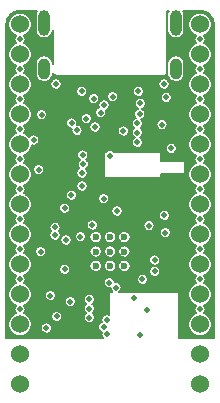
<source format=gbr>
%TF.GenerationSoftware,KiCad,Pcbnew,(5.1.9)-1*%
%TF.CreationDate,2021-01-30T16:38:38+08:00*%
%TF.ProjectId,mikoto,6d696b6f-746f-42e6-9b69-6361645f7063,rev?*%
%TF.SameCoordinates,Original*%
%TF.FileFunction,Copper,L3,Inr*%
%TF.FilePolarity,Positive*%
%FSLAX46Y46*%
G04 Gerber Fmt 4.6, Leading zero omitted, Abs format (unit mm)*
G04 Created by KiCad (PCBNEW (5.1.9)-1) date 2021-01-30 16:38:38*
%MOMM*%
%LPD*%
G01*
G04 APERTURE LIST*
%TA.AperFunction,ComponentPad*%
%ADD10C,0.500000*%
%TD*%
%TA.AperFunction,ComponentPad*%
%ADD11C,1.524000*%
%TD*%
%TA.AperFunction,ComponentPad*%
%ADD12O,1.000000X1.800000*%
%TD*%
%TA.AperFunction,ComponentPad*%
%ADD13O,1.000000X2.200000*%
%TD*%
%TA.AperFunction,ViaPad*%
%ADD14C,0.500000*%
%TD*%
%TA.AperFunction,ViaPad*%
%ADD15C,0.600000*%
%TD*%
%TA.AperFunction,Conductor*%
%ADD16C,0.150000*%
%TD*%
%TA.AperFunction,Conductor*%
%ADD17C,0.100000*%
%TD*%
G04 APERTURE END LIST*
D10*
%TO.N,GND*%
%TO.C,U3*%
X-2375000Y2650000D03*
X-2375000Y1550000D03*
%TD*%
D11*
%TO.N,VBAT*%
%TO.C,U4*%
X7620000Y12690000D03*
%TO.N,GND*%
X7620000Y10150000D03*
%TO.N,RESET*%
X7620000Y7610000D03*
%TO.N,PPH_VCC*%
X7620000Y5070000D03*
%TO.N,P0.31*%
X7620000Y2530000D03*
%TO.N,P0.29*%
X7620000Y-10000D03*
%TO.N,P0.02*%
X7620000Y-2550000D03*
%TO.N,P1.15*%
X7620000Y-5090000D03*
%TO.N,P1.13*%
X7620000Y-7630000D03*
%TO.N,P1.11*%
X7620000Y-10170000D03*
%TO.N,P0.10*%
X7620000Y-12710000D03*
%TO.N,P0.09*%
X7620000Y-15250000D03*
%TO.N,P1.06*%
X-7620000Y-15250000D03*
%TO.N,P1.04*%
X-7620000Y-12710000D03*
%TO.N,P0.11*%
X-7620000Y-10170000D03*
%TO.N,P1.00*%
X-7620000Y-7630000D03*
%TO.N,P0.24*%
X-7620000Y-5090000D03*
%TO.N,P0.22*%
X-7620000Y-2550000D03*
%TO.N,P0.20*%
X-7620000Y-10000D03*
%TO.N,P0.17*%
X-7620000Y2530000D03*
%TO.N,GND*%
X-7620000Y5070000D03*
X-7620000Y7610000D03*
%TO.N,P0.08*%
X-7620000Y10150000D03*
%TO.N,P0.06*%
X-7620000Y12690000D03*
%TD*%
%TO.N,VBUS*%
%TO.C,J2*%
X7620000Y15230000D03*
%TD*%
%TO.N,EXT_VCC*%
%TO.C,J3*%
X-7620000Y15230000D03*
%TD*%
D12*
%TO.N,Net-(J1-PadS1)*%
%TO.C,J1*%
X-5575000Y11473200D03*
X5575600Y11473200D03*
D13*
X5575600Y15373200D03*
X-5575000Y15373200D03*
%TD*%
D14*
%TO.N,VDD_NRF*%
X-4100000Y-7725000D03*
X-5300000Y-4500000D03*
X5100000Y5950000D03*
X4375000Y4725000D03*
X2075000Y475000D03*
X-1200000Y175000D03*
X-4225000Y6800000D03*
X-2275000Y4950000D03*
X4325000Y-4100000D03*
%TO.N,VBUS*%
X-2400000Y9575000D03*
X2400000Y9575000D03*
X1125000Y6200000D03*
X-3850000Y-325000D03*
X-800000Y7750000D03*
X-2300000Y4175000D03*
%TO.N,Net-(C15-Pad2)*%
X3300000Y-1800000D03*
X2000000Y-7900000D03*
%TO.N,BAT_VOLT*%
X587500Y-562500D03*
X-3350000Y-8250000D03*
%TO.N,VBAT*%
X-4525000Y-9500000D03*
X-1275000Y6550000D03*
X2325000Y6850000D03*
X2575000Y8550000D03*
%TO.N,Net-(D3-Pad1)*%
X2325000Y6075000D03*
X4750000Y9050000D03*
%TO.N,USB_D+*%
X-1367844Y8932156D03*
X225000Y9100000D03*
X-4650000Y-2600000D03*
%TO.N,USB_D-*%
X-500000Y8400000D03*
X-4650000Y-1950000D03*
%TO.N,SWD*%
X-1750000Y-8850000D03*
%TO.N,SWC*%
X-1750000Y-8050000D03*
%TO.N,RESET*%
X-2500000Y-2750000D03*
D15*
%TO.N,GND*%
X-1212500Y-4000000D03*
X1212500Y-4000000D03*
X0Y-4000000D03*
X0Y-5212500D03*
X0Y-2787500D03*
X-1212500Y-2787500D03*
X-1212500Y-5212500D03*
X1212500Y-2787500D03*
D14*
X4575000Y10175000D03*
X-4575000Y10175000D03*
X-7620000Y-8900000D03*
D15*
X1212500Y-5212500D03*
D14*
X-7620000Y-6360000D03*
X7620000Y1260000D03*
X7620000Y3800000D03*
X7620000Y6340000D03*
X7620000Y8880000D03*
X-7620000Y8880000D03*
X-7620000Y6340000D03*
X-7620000Y3800000D03*
X-7620000Y1260000D03*
X-7620000Y-1280000D03*
X-7620000Y-3820000D03*
X-7620000Y11420000D03*
X-7620000Y13960000D03*
X7620000Y11420000D03*
X7620000Y13960000D03*
X7620000Y-3820000D03*
X7620000Y-6360000D03*
X7620000Y-8900000D03*
X7620000Y-1280000D03*
X3150000Y-8925000D03*
X4690000Y-2410000D03*
X4600000Y-925000D03*
X-250000Y-9800000D03*
X-1750000Y-9600000D03*
X-5060000Y-7725000D03*
X4400000Y6750000D03*
X0Y4100000D03*
X2325000Y5250000D03*
X-3250000Y6875000D03*
X2500000Y7650000D03*
X2525000Y-11100000D03*
X-250000Y-11025000D03*
X-3275000Y775000D03*
X-5400000Y-10475000D03*
%TO.N,P0.09*%
X-50000Y-6650000D03*
%TO.N,P0.10*%
X500000Y-7050000D03*
%TO.N,P1.11*%
X2750000Y-6350000D03*
%TO.N,P1.13*%
X3775000Y-5675000D03*
%TO.N,P1.15*%
X3775000Y-4725000D03*
%TO.N,P1.06*%
X-525000Y-10400000D03*
%TO.N,P0.11*%
X-1500000Y-1750000D03*
%TO.N,P0.22*%
X-3825000Y-5500000D03*
%TO.N,P0.17*%
X-5875000Y-4025000D03*
%TO.N,EXT_VCC*%
X-6450000Y5450000D03*
%TO.N,Net-(C20-Pad2)*%
X-2275000Y3400000D03*
X-2000000Y7250000D03*
%TO.N,PPH_VCC_CTRL*%
X5175000Y4750000D03*
X-3725000Y-3025000D03*
%TO.N,EXT_VCC_CTRL*%
X-525000Y475000D03*
X-2800000Y6275000D03*
%TO.N,Net-(D1-Pad2)*%
X-5800000Y7575000D03*
X-6050000Y2925000D03*
%TD*%
D16*
%TO.N,VDD_NRF*%
X-6180731Y16377936D02*
X-6248053Y16251987D01*
X-6289509Y16115324D01*
X-6300000Y16008806D01*
X-6299999Y14737593D01*
X-6289508Y14631075D01*
X-6248052Y14494412D01*
X-6180730Y14368463D01*
X-6090131Y14258068D01*
X-5979736Y14167469D01*
X-5853787Y14100147D01*
X-5717124Y14058691D01*
X-5575000Y14044693D01*
X-5432875Y14058691D01*
X-5296212Y14100147D01*
X-5170263Y14167469D01*
X-5059868Y14258068D01*
X-4969269Y14368463D01*
X-4901947Y14494412D01*
X-4860491Y14631075D01*
X-4850000Y14737593D01*
X-4849999Y12062284D01*
X-4850000Y12062274D01*
X-4850000Y11908807D01*
X-4860491Y12015325D01*
X-4901947Y12151988D01*
X-4969269Y12277937D01*
X-5059869Y12388332D01*
X-5170264Y12478931D01*
X-5296213Y12546253D01*
X-5432876Y12587709D01*
X-5575000Y12601707D01*
X-5717125Y12587709D01*
X-5853788Y12546253D01*
X-5979737Y12478931D01*
X-6090132Y12388331D01*
X-6180731Y12277936D01*
X-6248053Y12151987D01*
X-6289509Y12015324D01*
X-6300000Y11908806D01*
X-6300000Y11037593D01*
X-6289509Y10931075D01*
X-6248052Y10794412D01*
X-6180730Y10668463D01*
X-6090131Y10558068D01*
X-5979736Y10467469D01*
X-5853787Y10400147D01*
X-5717124Y10358691D01*
X-5575000Y10344693D01*
X-5432875Y10358691D01*
X-5296212Y10400147D01*
X-5170263Y10467469D01*
X-5059868Y10558068D01*
X-4969269Y10668463D01*
X-4901947Y10794412D01*
X-4860491Y10931075D01*
X-4850000Y11037593D01*
X-4850000Y11137726D01*
X-4846382Y11100992D01*
X-4832087Y11053866D01*
X-4808873Y11010436D01*
X-4777632Y10972368D01*
X-4739564Y10941127D01*
X-4696134Y10917913D01*
X-4649008Y10903618D01*
X-4612275Y10900000D01*
X-4600000Y10898791D01*
X-4587725Y10900000D01*
X4587725Y10900000D01*
X4600000Y10898791D01*
X4612275Y10900000D01*
X4649008Y10903618D01*
X4696134Y10917913D01*
X4739564Y10941127D01*
X4777632Y10972368D01*
X4808873Y11010436D01*
X4832087Y11053866D01*
X4846382Y11100992D01*
X4850600Y11143817D01*
X4850600Y11037593D01*
X4861091Y10931075D01*
X4902548Y10794412D01*
X4969870Y10668463D01*
X5060469Y10558068D01*
X5170864Y10467469D01*
X5296813Y10400147D01*
X5433476Y10358691D01*
X5575600Y10344693D01*
X5717725Y10358691D01*
X5854388Y10400147D01*
X5980337Y10467469D01*
X6090732Y10558068D01*
X6181331Y10668463D01*
X6248653Y10794412D01*
X6290109Y10931075D01*
X6300600Y11037593D01*
X6300600Y11908807D01*
X6290109Y12015325D01*
X6248653Y12151988D01*
X6181331Y12277937D01*
X6090731Y12388332D01*
X5980336Y12478931D01*
X5854387Y12546253D01*
X5717724Y12587709D01*
X5575600Y12601707D01*
X5433475Y12587709D01*
X5296812Y12546253D01*
X5170863Y12478931D01*
X5060468Y12388331D01*
X4969869Y12277936D01*
X4902547Y12151987D01*
X4861091Y12015324D01*
X4850600Y11908806D01*
X4850600Y11156183D01*
X4850000Y11162275D01*
X4850000Y16400000D01*
X4987976Y16400000D01*
X4969869Y16377936D01*
X4902547Y16251987D01*
X4861091Y16115324D01*
X4850600Y16008806D01*
X4850601Y14737593D01*
X4861092Y14631075D01*
X4902548Y14494412D01*
X4969870Y14368463D01*
X5060469Y14258068D01*
X5170864Y14167469D01*
X5296813Y14100147D01*
X5433476Y14058691D01*
X5575600Y14044693D01*
X5717725Y14058691D01*
X5854388Y14100147D01*
X5980337Y14167469D01*
X6090732Y14258068D01*
X6181331Y14368463D01*
X6248653Y14494412D01*
X6290109Y14631075D01*
X6300600Y14737593D01*
X6300600Y15327211D01*
X6633000Y15327211D01*
X6633000Y15132789D01*
X6670930Y14942103D01*
X6745332Y14762480D01*
X6853347Y14600824D01*
X6990824Y14463347D01*
X7152480Y14355332D01*
X7287609Y14299360D01*
X7251044Y14262795D01*
X7199061Y14184997D01*
X7163254Y14098552D01*
X7145000Y14006783D01*
X7145000Y13913217D01*
X7163254Y13821448D01*
X7199061Y13735003D01*
X7251044Y13657205D01*
X7287609Y13620640D01*
X7152480Y13564668D01*
X6990824Y13456653D01*
X6853347Y13319176D01*
X6745332Y13157520D01*
X6670930Y12977897D01*
X6633000Y12787211D01*
X6633000Y12592789D01*
X6670930Y12402103D01*
X6745332Y12222480D01*
X6853347Y12060824D01*
X6990824Y11923347D01*
X7152480Y11815332D01*
X7287609Y11759360D01*
X7251044Y11722795D01*
X7199061Y11644997D01*
X7163254Y11558552D01*
X7145000Y11466783D01*
X7145000Y11373217D01*
X7163254Y11281448D01*
X7199061Y11195003D01*
X7251044Y11117205D01*
X7287609Y11080640D01*
X7152480Y11024668D01*
X6990824Y10916653D01*
X6853347Y10779176D01*
X6745332Y10617520D01*
X6670930Y10437897D01*
X6633000Y10247211D01*
X6633000Y10052789D01*
X6670930Y9862103D01*
X6745332Y9682480D01*
X6853347Y9520824D01*
X6990824Y9383347D01*
X7152480Y9275332D01*
X7287609Y9219360D01*
X7251044Y9182795D01*
X7199061Y9104997D01*
X7163254Y9018552D01*
X7145000Y8926783D01*
X7145000Y8833217D01*
X7163254Y8741448D01*
X7199061Y8655003D01*
X7251044Y8577205D01*
X7287609Y8540640D01*
X7152480Y8484668D01*
X6990824Y8376653D01*
X6853347Y8239176D01*
X6745332Y8077520D01*
X6670930Y7897897D01*
X6633000Y7707211D01*
X6633000Y7512789D01*
X6670930Y7322103D01*
X6745332Y7142480D01*
X6853347Y6980824D01*
X6990824Y6843347D01*
X7152480Y6735332D01*
X7287609Y6679360D01*
X7251044Y6642795D01*
X7199061Y6564997D01*
X7163254Y6478552D01*
X7145000Y6386783D01*
X7145000Y6293217D01*
X7163254Y6201448D01*
X7199061Y6115003D01*
X7251044Y6037205D01*
X7287609Y6000640D01*
X7152480Y5944668D01*
X6990824Y5836653D01*
X6853347Y5699176D01*
X6745332Y5537520D01*
X6670930Y5357897D01*
X6633000Y5167211D01*
X6633000Y4972789D01*
X6670930Y4782103D01*
X6745332Y4602480D01*
X6853347Y4440824D01*
X6990824Y4303347D01*
X7152480Y4195332D01*
X7287609Y4139360D01*
X7251044Y4102795D01*
X7199061Y4024997D01*
X7163254Y3938552D01*
X7145000Y3846783D01*
X7145000Y3753217D01*
X7163254Y3661448D01*
X7199061Y3575003D01*
X7251044Y3497205D01*
X7287609Y3460640D01*
X7152480Y3404668D01*
X6990824Y3296653D01*
X6853347Y3159176D01*
X6745332Y2997520D01*
X6670930Y2817897D01*
X6633000Y2627211D01*
X6633000Y2432789D01*
X6670930Y2242103D01*
X6745332Y2062480D01*
X6853347Y1900824D01*
X6990824Y1763347D01*
X7152480Y1655332D01*
X7287609Y1599360D01*
X7251044Y1562795D01*
X7199061Y1484997D01*
X7163254Y1398552D01*
X7145000Y1306783D01*
X7145000Y1213217D01*
X7163254Y1121448D01*
X7199061Y1035003D01*
X7251044Y957205D01*
X7287609Y920640D01*
X7152480Y864668D01*
X6990824Y756653D01*
X6853347Y619176D01*
X6745332Y457520D01*
X6670930Y277897D01*
X6633000Y87211D01*
X6633000Y-107211D01*
X6670930Y-297897D01*
X6745332Y-477520D01*
X6853347Y-639176D01*
X6990824Y-776653D01*
X7152480Y-884668D01*
X7287609Y-940640D01*
X7251044Y-977205D01*
X7199061Y-1055003D01*
X7163254Y-1141448D01*
X7145000Y-1233217D01*
X7145000Y-1326783D01*
X7163254Y-1418552D01*
X7199061Y-1504997D01*
X7251044Y-1582795D01*
X7287609Y-1619360D01*
X7152480Y-1675332D01*
X6990824Y-1783347D01*
X6853347Y-1920824D01*
X6745332Y-2082480D01*
X6670930Y-2262103D01*
X6633000Y-2452789D01*
X6633000Y-2647211D01*
X6670930Y-2837897D01*
X6745332Y-3017520D01*
X6853347Y-3179176D01*
X6990824Y-3316653D01*
X7152480Y-3424668D01*
X7287609Y-3480640D01*
X7251044Y-3517205D01*
X7199061Y-3595003D01*
X7163254Y-3681448D01*
X7145000Y-3773217D01*
X7145000Y-3866783D01*
X7163254Y-3958552D01*
X7199061Y-4044997D01*
X7251044Y-4122795D01*
X7287609Y-4159360D01*
X7152480Y-4215332D01*
X6990824Y-4323347D01*
X6853347Y-4460824D01*
X6745332Y-4622480D01*
X6670930Y-4802103D01*
X6633000Y-4992789D01*
X6633000Y-5187211D01*
X6670930Y-5377897D01*
X6745332Y-5557520D01*
X6853347Y-5719176D01*
X6990824Y-5856653D01*
X7152480Y-5964668D01*
X7287609Y-6020640D01*
X7251044Y-6057205D01*
X7199061Y-6135003D01*
X7163254Y-6221448D01*
X7145000Y-6313217D01*
X7145000Y-6406783D01*
X7163254Y-6498552D01*
X7199061Y-6584997D01*
X7251044Y-6662795D01*
X7287609Y-6699360D01*
X7152480Y-6755332D01*
X6990824Y-6863347D01*
X6853347Y-7000824D01*
X6745332Y-7162480D01*
X6670930Y-7342103D01*
X6633000Y-7532789D01*
X6633000Y-7727211D01*
X6670930Y-7917897D01*
X6745332Y-8097520D01*
X6853347Y-8259176D01*
X6990824Y-8396653D01*
X7152480Y-8504668D01*
X7287609Y-8560640D01*
X7251044Y-8597205D01*
X7199061Y-8675003D01*
X7163254Y-8761448D01*
X7145000Y-8853217D01*
X7145000Y-8946783D01*
X7163254Y-9038552D01*
X7199061Y-9124997D01*
X7251044Y-9202795D01*
X7287609Y-9239360D01*
X7152480Y-9295332D01*
X6990824Y-9403347D01*
X6853347Y-9540824D01*
X6745332Y-9702480D01*
X6670930Y-9882103D01*
X6633000Y-10072789D01*
X6633000Y-10267211D01*
X6670930Y-10457897D01*
X6745332Y-10637520D01*
X6853347Y-10799176D01*
X6990824Y-10936653D01*
X7152480Y-11044668D01*
X7332103Y-11119070D01*
X7522789Y-11157000D01*
X7717211Y-11157000D01*
X7907897Y-11119070D01*
X8087520Y-11044668D01*
X8249176Y-10936653D01*
X8386653Y-10799176D01*
X8494668Y-10637520D01*
X8569070Y-10457897D01*
X8607000Y-10267211D01*
X8607000Y-10072789D01*
X8569070Y-9882103D01*
X8494668Y-9702480D01*
X8386653Y-9540824D01*
X8249176Y-9403347D01*
X8087520Y-9295332D01*
X7952391Y-9239360D01*
X7988956Y-9202795D01*
X8040939Y-9124997D01*
X8076746Y-9038552D01*
X8095000Y-8946783D01*
X8095000Y-8853217D01*
X8076746Y-8761448D01*
X8040939Y-8675003D01*
X7988956Y-8597205D01*
X7952391Y-8560640D01*
X8087520Y-8504668D01*
X8249176Y-8396653D01*
X8386653Y-8259176D01*
X8494668Y-8097520D01*
X8569070Y-7917897D01*
X8607000Y-7727211D01*
X8607000Y-7532789D01*
X8569070Y-7342103D01*
X8494668Y-7162480D01*
X8386653Y-7000824D01*
X8249176Y-6863347D01*
X8087520Y-6755332D01*
X7952391Y-6699360D01*
X7988956Y-6662795D01*
X8040939Y-6584997D01*
X8076746Y-6498552D01*
X8095000Y-6406783D01*
X8095000Y-6313217D01*
X8076746Y-6221448D01*
X8040939Y-6135003D01*
X7988956Y-6057205D01*
X7952391Y-6020640D01*
X8087520Y-5964668D01*
X8249176Y-5856653D01*
X8386653Y-5719176D01*
X8494668Y-5557520D01*
X8569070Y-5377897D01*
X8607000Y-5187211D01*
X8607000Y-4992789D01*
X8569070Y-4802103D01*
X8494668Y-4622480D01*
X8386653Y-4460824D01*
X8249176Y-4323347D01*
X8087520Y-4215332D01*
X7952391Y-4159360D01*
X7988956Y-4122795D01*
X8040939Y-4044997D01*
X8076746Y-3958552D01*
X8095000Y-3866783D01*
X8095000Y-3773217D01*
X8076746Y-3681448D01*
X8040939Y-3595003D01*
X7988956Y-3517205D01*
X7952391Y-3480640D01*
X8087520Y-3424668D01*
X8249176Y-3316653D01*
X8386653Y-3179176D01*
X8494668Y-3017520D01*
X8569070Y-2837897D01*
X8607000Y-2647211D01*
X8607000Y-2452789D01*
X8569070Y-2262103D01*
X8494668Y-2082480D01*
X8386653Y-1920824D01*
X8249176Y-1783347D01*
X8087520Y-1675332D01*
X7952391Y-1619360D01*
X7988956Y-1582795D01*
X8040939Y-1504997D01*
X8076746Y-1418552D01*
X8095000Y-1326783D01*
X8095000Y-1233217D01*
X8076746Y-1141448D01*
X8040939Y-1055003D01*
X7988956Y-977205D01*
X7952391Y-940640D01*
X8087520Y-884668D01*
X8249176Y-776653D01*
X8386653Y-639176D01*
X8494668Y-477520D01*
X8569070Y-297897D01*
X8607000Y-107211D01*
X8607000Y87211D01*
X8569070Y277897D01*
X8494668Y457520D01*
X8386653Y619176D01*
X8249176Y756653D01*
X8087520Y864668D01*
X7952391Y920640D01*
X7988956Y957205D01*
X8040939Y1035003D01*
X8076746Y1121448D01*
X8095000Y1213217D01*
X8095000Y1306783D01*
X8076746Y1398552D01*
X8040939Y1484997D01*
X7988956Y1562795D01*
X7952391Y1599360D01*
X8087520Y1655332D01*
X8249176Y1763347D01*
X8386653Y1900824D01*
X8494668Y2062480D01*
X8569070Y2242103D01*
X8607000Y2432789D01*
X8607000Y2627211D01*
X8569070Y2817897D01*
X8494668Y2997520D01*
X8386653Y3159176D01*
X8249176Y3296653D01*
X8087520Y3404668D01*
X7952391Y3460640D01*
X7988956Y3497205D01*
X8040939Y3575003D01*
X8076746Y3661448D01*
X8095000Y3753217D01*
X8095000Y3846783D01*
X8076746Y3938552D01*
X8040939Y4024997D01*
X7988956Y4102795D01*
X7952391Y4139360D01*
X8087520Y4195332D01*
X8249176Y4303347D01*
X8386653Y4440824D01*
X8494668Y4602480D01*
X8569070Y4782103D01*
X8607000Y4972789D01*
X8607000Y5167211D01*
X8569070Y5357897D01*
X8494668Y5537520D01*
X8386653Y5699176D01*
X8249176Y5836653D01*
X8087520Y5944668D01*
X7952391Y6000640D01*
X7988956Y6037205D01*
X8040939Y6115003D01*
X8076746Y6201448D01*
X8095000Y6293217D01*
X8095000Y6386783D01*
X8076746Y6478552D01*
X8040939Y6564997D01*
X7988956Y6642795D01*
X7952391Y6679360D01*
X8087520Y6735332D01*
X8249176Y6843347D01*
X8386653Y6980824D01*
X8494668Y7142480D01*
X8569070Y7322103D01*
X8607000Y7512789D01*
X8607000Y7707211D01*
X8569070Y7897897D01*
X8494668Y8077520D01*
X8386653Y8239176D01*
X8249176Y8376653D01*
X8087520Y8484668D01*
X7952391Y8540640D01*
X7988956Y8577205D01*
X8040939Y8655003D01*
X8076746Y8741448D01*
X8095000Y8833217D01*
X8095000Y8926783D01*
X8076746Y9018552D01*
X8040939Y9104997D01*
X7988956Y9182795D01*
X7952391Y9219360D01*
X8087520Y9275332D01*
X8249176Y9383347D01*
X8386653Y9520824D01*
X8494668Y9682480D01*
X8569070Y9862103D01*
X8607000Y10052789D01*
X8607000Y10247211D01*
X8569070Y10437897D01*
X8494668Y10617520D01*
X8386653Y10779176D01*
X8249176Y10916653D01*
X8087520Y11024668D01*
X7952391Y11080640D01*
X7988956Y11117205D01*
X8040939Y11195003D01*
X8076746Y11281448D01*
X8095000Y11373217D01*
X8095000Y11466783D01*
X8076746Y11558552D01*
X8040939Y11644997D01*
X7988956Y11722795D01*
X7952391Y11759360D01*
X8087520Y11815332D01*
X8249176Y11923347D01*
X8386653Y12060824D01*
X8494668Y12222480D01*
X8569070Y12402103D01*
X8607000Y12592789D01*
X8607000Y12787211D01*
X8569070Y12977897D01*
X8494668Y13157520D01*
X8386653Y13319176D01*
X8249176Y13456653D01*
X8087520Y13564668D01*
X7952391Y13620640D01*
X7988956Y13657205D01*
X8040939Y13735003D01*
X8076746Y13821448D01*
X8095000Y13913217D01*
X8095000Y14006783D01*
X8076746Y14098552D01*
X8040939Y14184997D01*
X7988956Y14262795D01*
X7952391Y14299360D01*
X8087520Y14355332D01*
X8249176Y14463347D01*
X8386653Y14600824D01*
X8494668Y14762480D01*
X8569070Y14942103D01*
X8607000Y15132789D01*
X8607000Y15327211D01*
X8569070Y15517897D01*
X8494668Y15697520D01*
X8386653Y15859176D01*
X8249176Y15996653D01*
X8087520Y16104668D01*
X7907897Y16179070D01*
X7717211Y16217000D01*
X7522789Y16217000D01*
X7332103Y16179070D01*
X7152480Y16104668D01*
X6990824Y15996653D01*
X6853347Y15859176D01*
X6745332Y15697520D01*
X6670930Y15517897D01*
X6633000Y15327211D01*
X6300600Y15327211D01*
X6300600Y16008807D01*
X6290109Y16115325D01*
X6248653Y16251988D01*
X6181331Y16377937D01*
X6163224Y16400000D01*
X7607771Y16400000D01*
X7843137Y16376922D01*
X8057775Y16312119D01*
X8255739Y16206860D01*
X8429485Y16065156D01*
X8572399Y15892402D01*
X8679036Y15695181D01*
X8745338Y15480994D01*
X8770000Y15246352D01*
X8770001Y1987725D01*
X8770086Y1986863D01*
X8770102Y1984563D01*
X8771289Y1973274D01*
X8771289Y1961923D01*
X8771654Y1958451D01*
X8792973Y1768381D01*
X8795000Y1758844D01*
X8795000Y892767D01*
X8793254Y888552D01*
X8775000Y796783D01*
X8775000Y703217D01*
X8793254Y611448D01*
X8795000Y607233D01*
X8795000Y142767D01*
X8793254Y138552D01*
X8775000Y46783D01*
X8775000Y-46783D01*
X8793254Y-138552D01*
X8795000Y-142767D01*
X8795000Y-607233D01*
X8793254Y-611448D01*
X8775000Y-703217D01*
X8775000Y-796783D01*
X8793254Y-888552D01*
X8795000Y-892767D01*
X8795000Y-1759280D01*
X8794935Y-1759610D01*
X8790222Y-1781782D01*
X8789857Y-1785254D01*
X8771193Y-1975604D01*
X8771193Y-1975614D01*
X8770000Y-1987726D01*
X8770001Y-11325000D01*
X5875000Y-11325000D01*
X5875000Y-7500000D01*
X5873559Y-7485368D01*
X5869291Y-7471299D01*
X5862360Y-7458332D01*
X5853033Y-7446967D01*
X5841668Y-7437640D01*
X5828701Y-7430709D01*
X5814632Y-7426441D01*
X5800000Y-7425000D01*
X793750Y-7425000D01*
X802795Y-7418956D01*
X868956Y-7352795D01*
X920939Y-7274997D01*
X956746Y-7188552D01*
X975000Y-7096783D01*
X975000Y-7003217D01*
X956746Y-6911448D01*
X920939Y-6825003D01*
X868956Y-6747205D01*
X802795Y-6681044D01*
X724997Y-6629061D01*
X638552Y-6593254D01*
X546783Y-6575000D01*
X453217Y-6575000D01*
X420675Y-6581473D01*
X406746Y-6511448D01*
X370939Y-6425003D01*
X318956Y-6347205D01*
X274968Y-6303217D01*
X2275000Y-6303217D01*
X2275000Y-6396783D01*
X2293254Y-6488552D01*
X2329061Y-6574997D01*
X2381044Y-6652795D01*
X2447205Y-6718956D01*
X2525003Y-6770939D01*
X2611448Y-6806746D01*
X2703217Y-6825000D01*
X2796783Y-6825000D01*
X2888552Y-6806746D01*
X2974997Y-6770939D01*
X3052795Y-6718956D01*
X3118956Y-6652795D01*
X3170939Y-6574997D01*
X3206746Y-6488552D01*
X3225000Y-6396783D01*
X3225000Y-6303217D01*
X3206746Y-6211448D01*
X3170939Y-6125003D01*
X3118956Y-6047205D01*
X3052795Y-5981044D01*
X2974997Y-5929061D01*
X2888552Y-5893254D01*
X2796783Y-5875000D01*
X2703217Y-5875000D01*
X2611448Y-5893254D01*
X2525003Y-5929061D01*
X2447205Y-5981044D01*
X2381044Y-6047205D01*
X2329061Y-6125003D01*
X2293254Y-6211448D01*
X2275000Y-6303217D01*
X274968Y-6303217D01*
X252795Y-6281044D01*
X174997Y-6229061D01*
X88552Y-6193254D01*
X-3217Y-6175000D01*
X-96783Y-6175000D01*
X-188552Y-6193254D01*
X-274997Y-6229061D01*
X-352795Y-6281044D01*
X-418956Y-6347205D01*
X-470939Y-6425003D01*
X-506746Y-6511448D01*
X-525000Y-6603217D01*
X-525000Y-6696783D01*
X-506746Y-6788552D01*
X-470939Y-6874997D01*
X-418956Y-6952795D01*
X-352795Y-7018956D01*
X-274997Y-7070939D01*
X-188552Y-7106746D01*
X-96783Y-7125000D01*
X-3217Y-7125000D01*
X29325Y-7118527D01*
X43254Y-7188552D01*
X79061Y-7274997D01*
X131044Y-7352795D01*
X197205Y-7418956D01*
X206250Y-7425000D01*
X0Y-7425000D01*
X-14632Y-7426441D01*
X-28701Y-7430709D01*
X-41668Y-7437640D01*
X-53033Y-7446967D01*
X-62360Y-7458332D01*
X-69291Y-7471299D01*
X-73559Y-7485368D01*
X-75000Y-7500000D01*
X-75000Y-9358351D01*
X-111448Y-9343254D01*
X-203217Y-9325000D01*
X-296783Y-9325000D01*
X-388552Y-9343254D01*
X-474997Y-9379061D01*
X-552795Y-9431044D01*
X-618956Y-9497205D01*
X-670939Y-9575003D01*
X-706746Y-9661448D01*
X-725000Y-9753217D01*
X-725000Y-9846783D01*
X-706746Y-9938552D01*
X-698758Y-9957837D01*
X-749997Y-9979061D01*
X-827795Y-10031044D01*
X-893956Y-10097205D01*
X-945939Y-10175003D01*
X-981746Y-10261448D01*
X-1000000Y-10353217D01*
X-1000000Y-10446783D01*
X-981746Y-10538552D01*
X-945939Y-10624997D01*
X-893956Y-10702795D01*
X-827795Y-10768956D01*
X-749997Y-10820939D01*
X-689919Y-10845824D01*
X-706746Y-10886448D01*
X-725000Y-10978217D01*
X-725000Y-11071783D01*
X-706746Y-11163552D01*
X-670939Y-11249997D01*
X-620824Y-11325000D01*
X-8770000Y-11325000D01*
X-8770000Y-1987725D01*
X-8770086Y-1986852D01*
X-8770102Y-1984563D01*
X-8771289Y-1973274D01*
X-8771289Y-1961923D01*
X-8771654Y-1958451D01*
X-8792973Y-1768381D01*
X-8795000Y-1758844D01*
X-8795000Y-892767D01*
X-8793254Y-888552D01*
X-8775000Y-796783D01*
X-8775000Y-703217D01*
X-8793254Y-611448D01*
X-8795000Y-607233D01*
X-8795000Y-142767D01*
X-8793254Y-138552D01*
X-8775000Y-46783D01*
X-8775000Y46783D01*
X-8793254Y138552D01*
X-8795000Y142767D01*
X-8795000Y607233D01*
X-8793254Y611448D01*
X-8775000Y703217D01*
X-8775000Y796783D01*
X-8793254Y888552D01*
X-8795000Y892767D01*
X-8795000Y1759280D01*
X-8794935Y1759610D01*
X-8790222Y1781782D01*
X-8789857Y1785254D01*
X-8771193Y1975604D01*
X-8771193Y1975613D01*
X-8770000Y1987725D01*
X-8770000Y15237771D01*
X-8761231Y15327211D01*
X-8607000Y15327211D01*
X-8607000Y15132789D01*
X-8569070Y14942103D01*
X-8494668Y14762480D01*
X-8386653Y14600824D01*
X-8249176Y14463347D01*
X-8087520Y14355332D01*
X-7952391Y14299360D01*
X-7988956Y14262795D01*
X-8040939Y14184997D01*
X-8076746Y14098552D01*
X-8095000Y14006783D01*
X-8095000Y13913217D01*
X-8076746Y13821448D01*
X-8040939Y13735003D01*
X-7988956Y13657205D01*
X-7952391Y13620640D01*
X-8087520Y13564668D01*
X-8249176Y13456653D01*
X-8386653Y13319176D01*
X-8494668Y13157520D01*
X-8569070Y12977897D01*
X-8607000Y12787211D01*
X-8607000Y12592789D01*
X-8569070Y12402103D01*
X-8494668Y12222480D01*
X-8386653Y12060824D01*
X-8249176Y11923347D01*
X-8087520Y11815332D01*
X-7952391Y11759360D01*
X-7988956Y11722795D01*
X-8040939Y11644997D01*
X-8076746Y11558552D01*
X-8095000Y11466783D01*
X-8095000Y11373217D01*
X-8076746Y11281448D01*
X-8040939Y11195003D01*
X-7988956Y11117205D01*
X-7952391Y11080640D01*
X-8087520Y11024668D01*
X-8249176Y10916653D01*
X-8386653Y10779176D01*
X-8494668Y10617520D01*
X-8569070Y10437897D01*
X-8607000Y10247211D01*
X-8607000Y10052789D01*
X-8569070Y9862103D01*
X-8494668Y9682480D01*
X-8386653Y9520824D01*
X-8249176Y9383347D01*
X-8087520Y9275332D01*
X-7952391Y9219360D01*
X-7988956Y9182795D01*
X-8040939Y9104997D01*
X-8076746Y9018552D01*
X-8095000Y8926783D01*
X-8095000Y8833217D01*
X-8076746Y8741448D01*
X-8040939Y8655003D01*
X-7988956Y8577205D01*
X-7952391Y8540640D01*
X-8087520Y8484668D01*
X-8249176Y8376653D01*
X-8386653Y8239176D01*
X-8494668Y8077520D01*
X-8569070Y7897897D01*
X-8607000Y7707211D01*
X-8607000Y7512789D01*
X-8569070Y7322103D01*
X-8494668Y7142480D01*
X-8386653Y6980824D01*
X-8249176Y6843347D01*
X-8087520Y6735332D01*
X-7952391Y6679360D01*
X-7988956Y6642795D01*
X-8040939Y6564997D01*
X-8076746Y6478552D01*
X-8095000Y6386783D01*
X-8095000Y6293217D01*
X-8076746Y6201448D01*
X-8040939Y6115003D01*
X-7988956Y6037205D01*
X-7952391Y6000640D01*
X-8087520Y5944668D01*
X-8249176Y5836653D01*
X-8386653Y5699176D01*
X-8494668Y5537520D01*
X-8569070Y5357897D01*
X-8607000Y5167211D01*
X-8607000Y4972789D01*
X-8569070Y4782103D01*
X-8494668Y4602480D01*
X-8386653Y4440824D01*
X-8249176Y4303347D01*
X-8087520Y4195332D01*
X-7952391Y4139360D01*
X-7988956Y4102795D01*
X-8040939Y4024997D01*
X-8076746Y3938552D01*
X-8095000Y3846783D01*
X-8095000Y3753217D01*
X-8076746Y3661448D01*
X-8040939Y3575003D01*
X-7988956Y3497205D01*
X-7952391Y3460640D01*
X-8087520Y3404668D01*
X-8249176Y3296653D01*
X-8386653Y3159176D01*
X-8494668Y2997520D01*
X-8569070Y2817897D01*
X-8607000Y2627211D01*
X-8607000Y2432789D01*
X-8569070Y2242103D01*
X-8494668Y2062480D01*
X-8386653Y1900824D01*
X-8249176Y1763347D01*
X-8087520Y1655332D01*
X-7952391Y1599360D01*
X-7988956Y1562795D01*
X-8040939Y1484997D01*
X-8076746Y1398552D01*
X-8095000Y1306783D01*
X-8095000Y1213217D01*
X-8076746Y1121448D01*
X-8040939Y1035003D01*
X-7988956Y957205D01*
X-7952391Y920640D01*
X-8087520Y864668D01*
X-8249176Y756653D01*
X-8386653Y619176D01*
X-8494668Y457520D01*
X-8569070Y277897D01*
X-8607000Y87211D01*
X-8607000Y-107211D01*
X-8569070Y-297897D01*
X-8494668Y-477520D01*
X-8386653Y-639176D01*
X-8249176Y-776653D01*
X-8087520Y-884668D01*
X-7952391Y-940640D01*
X-7988956Y-977205D01*
X-8040939Y-1055003D01*
X-8076746Y-1141448D01*
X-8095000Y-1233217D01*
X-8095000Y-1326783D01*
X-8076746Y-1418552D01*
X-8040939Y-1504997D01*
X-7988956Y-1582795D01*
X-7952391Y-1619360D01*
X-8087520Y-1675332D01*
X-8249176Y-1783347D01*
X-8386653Y-1920824D01*
X-8494668Y-2082480D01*
X-8569070Y-2262103D01*
X-8607000Y-2452789D01*
X-8607000Y-2647211D01*
X-8569070Y-2837897D01*
X-8494668Y-3017520D01*
X-8386653Y-3179176D01*
X-8249176Y-3316653D01*
X-8087520Y-3424668D01*
X-7952391Y-3480640D01*
X-7988956Y-3517205D01*
X-8040939Y-3595003D01*
X-8076746Y-3681448D01*
X-8095000Y-3773217D01*
X-8095000Y-3866783D01*
X-8076746Y-3958552D01*
X-8040939Y-4044997D01*
X-7988956Y-4122795D01*
X-7952391Y-4159360D01*
X-8087520Y-4215332D01*
X-8249176Y-4323347D01*
X-8386653Y-4460824D01*
X-8494668Y-4622480D01*
X-8569070Y-4802103D01*
X-8607000Y-4992789D01*
X-8607000Y-5187211D01*
X-8569070Y-5377897D01*
X-8494668Y-5557520D01*
X-8386653Y-5719176D01*
X-8249176Y-5856653D01*
X-8087520Y-5964668D01*
X-7952391Y-6020640D01*
X-7988956Y-6057205D01*
X-8040939Y-6135003D01*
X-8076746Y-6221448D01*
X-8095000Y-6313217D01*
X-8095000Y-6406783D01*
X-8076746Y-6498552D01*
X-8040939Y-6584997D01*
X-7988956Y-6662795D01*
X-7952391Y-6699360D01*
X-8087520Y-6755332D01*
X-8249176Y-6863347D01*
X-8386653Y-7000824D01*
X-8494668Y-7162480D01*
X-8569070Y-7342103D01*
X-8607000Y-7532789D01*
X-8607000Y-7727211D01*
X-8569070Y-7917897D01*
X-8494668Y-8097520D01*
X-8386653Y-8259176D01*
X-8249176Y-8396653D01*
X-8087520Y-8504668D01*
X-7952391Y-8560640D01*
X-7988956Y-8597205D01*
X-8040939Y-8675003D01*
X-8076746Y-8761448D01*
X-8095000Y-8853217D01*
X-8095000Y-8946783D01*
X-8076746Y-9038552D01*
X-8040939Y-9124997D01*
X-7988956Y-9202795D01*
X-7952391Y-9239360D01*
X-8087520Y-9295332D01*
X-8249176Y-9403347D01*
X-8386653Y-9540824D01*
X-8494668Y-9702480D01*
X-8569070Y-9882103D01*
X-8607000Y-10072789D01*
X-8607000Y-10267211D01*
X-8569070Y-10457897D01*
X-8494668Y-10637520D01*
X-8386653Y-10799176D01*
X-8249176Y-10936653D01*
X-8087520Y-11044668D01*
X-7907897Y-11119070D01*
X-7717211Y-11157000D01*
X-7522789Y-11157000D01*
X-7332103Y-11119070D01*
X-7152480Y-11044668D01*
X-6990824Y-10936653D01*
X-6853347Y-10799176D01*
X-6745332Y-10637520D01*
X-6670930Y-10457897D01*
X-6665027Y-10428217D01*
X-5875000Y-10428217D01*
X-5875000Y-10521783D01*
X-5856746Y-10613552D01*
X-5820939Y-10699997D01*
X-5768956Y-10777795D01*
X-5702795Y-10843956D01*
X-5624997Y-10895939D01*
X-5538552Y-10931746D01*
X-5446783Y-10950000D01*
X-5353217Y-10950000D01*
X-5261448Y-10931746D01*
X-5175003Y-10895939D01*
X-5097205Y-10843956D01*
X-5031044Y-10777795D01*
X-4979061Y-10699997D01*
X-4943254Y-10613552D01*
X-4925000Y-10521783D01*
X-4925000Y-10428217D01*
X-4943254Y-10336448D01*
X-4979061Y-10250003D01*
X-5031044Y-10172205D01*
X-5097205Y-10106044D01*
X-5175003Y-10054061D01*
X-5261448Y-10018254D01*
X-5353217Y-10000000D01*
X-5446783Y-10000000D01*
X-5538552Y-10018254D01*
X-5624997Y-10054061D01*
X-5702795Y-10106044D01*
X-5768956Y-10172205D01*
X-5820939Y-10250003D01*
X-5856746Y-10336448D01*
X-5875000Y-10428217D01*
X-6665027Y-10428217D01*
X-6633000Y-10267211D01*
X-6633000Y-10072789D01*
X-6670930Y-9882103D01*
X-6745332Y-9702480D01*
X-6853347Y-9540824D01*
X-6940954Y-9453217D01*
X-5000000Y-9453217D01*
X-5000000Y-9546783D01*
X-4981746Y-9638552D01*
X-4945939Y-9724997D01*
X-4893956Y-9802795D01*
X-4827795Y-9868956D01*
X-4749997Y-9920939D01*
X-4663552Y-9956746D01*
X-4571783Y-9975000D01*
X-4478217Y-9975000D01*
X-4386448Y-9956746D01*
X-4300003Y-9920939D01*
X-4222205Y-9868956D01*
X-4156044Y-9802795D01*
X-4104061Y-9724997D01*
X-4068254Y-9638552D01*
X-4050000Y-9546783D01*
X-4050000Y-9453217D01*
X-4068254Y-9361448D01*
X-4104061Y-9275003D01*
X-4156044Y-9197205D01*
X-4222205Y-9131044D01*
X-4300003Y-9079061D01*
X-4386448Y-9043254D01*
X-4478217Y-9025000D01*
X-4571783Y-9025000D01*
X-4663552Y-9043254D01*
X-4749997Y-9079061D01*
X-4827795Y-9131044D01*
X-4893956Y-9197205D01*
X-4945939Y-9275003D01*
X-4981746Y-9361448D01*
X-5000000Y-9453217D01*
X-6940954Y-9453217D01*
X-6990824Y-9403347D01*
X-7152480Y-9295332D01*
X-7287609Y-9239360D01*
X-7251044Y-9202795D01*
X-7199061Y-9124997D01*
X-7163254Y-9038552D01*
X-7145000Y-8946783D01*
X-7145000Y-8853217D01*
X-7163254Y-8761448D01*
X-7199061Y-8675003D01*
X-7251044Y-8597205D01*
X-7287609Y-8560640D01*
X-7152480Y-8504668D01*
X-6990824Y-8396653D01*
X-6853347Y-8259176D01*
X-6815957Y-8203217D01*
X-3825000Y-8203217D01*
X-3825000Y-8296783D01*
X-3806746Y-8388552D01*
X-3770939Y-8474997D01*
X-3718956Y-8552795D01*
X-3652795Y-8618956D01*
X-3574997Y-8670939D01*
X-3488552Y-8706746D01*
X-3396783Y-8725000D01*
X-3303217Y-8725000D01*
X-3211448Y-8706746D01*
X-3125003Y-8670939D01*
X-3047205Y-8618956D01*
X-2981044Y-8552795D01*
X-2929061Y-8474997D01*
X-2893254Y-8388552D01*
X-2875000Y-8296783D01*
X-2875000Y-8203217D01*
X-2893254Y-8111448D01*
X-2929061Y-8025003D01*
X-2943617Y-8003217D01*
X-2225000Y-8003217D01*
X-2225000Y-8096783D01*
X-2206746Y-8188552D01*
X-2170939Y-8274997D01*
X-2118956Y-8352795D01*
X-2052795Y-8418956D01*
X-2006334Y-8450000D01*
X-2052795Y-8481044D01*
X-2118956Y-8547205D01*
X-2170939Y-8625003D01*
X-2206746Y-8711448D01*
X-2225000Y-8803217D01*
X-2225000Y-8896783D01*
X-2206746Y-8988552D01*
X-2170939Y-9074997D01*
X-2118956Y-9152795D01*
X-2052795Y-9218956D01*
X-2043750Y-9225000D01*
X-2052795Y-9231044D01*
X-2118956Y-9297205D01*
X-2170939Y-9375003D01*
X-2206746Y-9461448D01*
X-2225000Y-9553217D01*
X-2225000Y-9646783D01*
X-2206746Y-9738552D01*
X-2170939Y-9824997D01*
X-2118956Y-9902795D01*
X-2052795Y-9968956D01*
X-1974997Y-10020939D01*
X-1888552Y-10056746D01*
X-1796783Y-10075000D01*
X-1703217Y-10075000D01*
X-1611448Y-10056746D01*
X-1525003Y-10020939D01*
X-1447205Y-9968956D01*
X-1381044Y-9902795D01*
X-1329061Y-9824997D01*
X-1293254Y-9738552D01*
X-1275000Y-9646783D01*
X-1275000Y-9553217D01*
X-1293254Y-9461448D01*
X-1329061Y-9375003D01*
X-1381044Y-9297205D01*
X-1447205Y-9231044D01*
X-1456250Y-9225000D01*
X-1447205Y-9218956D01*
X-1381044Y-9152795D01*
X-1329061Y-9074997D01*
X-1293254Y-8988552D01*
X-1275000Y-8896783D01*
X-1275000Y-8803217D01*
X-1293254Y-8711448D01*
X-1329061Y-8625003D01*
X-1381044Y-8547205D01*
X-1447205Y-8481044D01*
X-1493666Y-8450000D01*
X-1447205Y-8418956D01*
X-1381044Y-8352795D01*
X-1329061Y-8274997D01*
X-1293254Y-8188552D01*
X-1275000Y-8096783D01*
X-1275000Y-8003217D01*
X-1293254Y-7911448D01*
X-1329061Y-7825003D01*
X-1381044Y-7747205D01*
X-1447205Y-7681044D01*
X-1525003Y-7629061D01*
X-1611448Y-7593254D01*
X-1703217Y-7575000D01*
X-1796783Y-7575000D01*
X-1888552Y-7593254D01*
X-1974997Y-7629061D01*
X-2052795Y-7681044D01*
X-2118956Y-7747205D01*
X-2170939Y-7825003D01*
X-2206746Y-7911448D01*
X-2225000Y-8003217D01*
X-2943617Y-8003217D01*
X-2981044Y-7947205D01*
X-3047205Y-7881044D01*
X-3125003Y-7829061D01*
X-3211448Y-7793254D01*
X-3303217Y-7775000D01*
X-3396783Y-7775000D01*
X-3488552Y-7793254D01*
X-3574997Y-7829061D01*
X-3652795Y-7881044D01*
X-3718956Y-7947205D01*
X-3770939Y-8025003D01*
X-3806746Y-8111448D01*
X-3825000Y-8203217D01*
X-6815957Y-8203217D01*
X-6745332Y-8097520D01*
X-6670930Y-7917897D01*
X-6633000Y-7727211D01*
X-6633000Y-7678217D01*
X-5535000Y-7678217D01*
X-5535000Y-7771783D01*
X-5516746Y-7863552D01*
X-5480939Y-7949997D01*
X-5428956Y-8027795D01*
X-5362795Y-8093956D01*
X-5284997Y-8145939D01*
X-5198552Y-8181746D01*
X-5106783Y-8200000D01*
X-5013217Y-8200000D01*
X-4921448Y-8181746D01*
X-4835003Y-8145939D01*
X-4757205Y-8093956D01*
X-4691044Y-8027795D01*
X-4639061Y-7949997D01*
X-4603254Y-7863552D01*
X-4585000Y-7771783D01*
X-4585000Y-7678217D01*
X-4603254Y-7586448D01*
X-4639061Y-7500003D01*
X-4691044Y-7422205D01*
X-4757205Y-7356044D01*
X-4835003Y-7304061D01*
X-4921448Y-7268254D01*
X-5013217Y-7250000D01*
X-5106783Y-7250000D01*
X-5198552Y-7268254D01*
X-5284997Y-7304061D01*
X-5362795Y-7356044D01*
X-5428956Y-7422205D01*
X-5480939Y-7500003D01*
X-5516746Y-7586448D01*
X-5535000Y-7678217D01*
X-6633000Y-7678217D01*
X-6633000Y-7532789D01*
X-6670930Y-7342103D01*
X-6745332Y-7162480D01*
X-6853347Y-7000824D01*
X-6990824Y-6863347D01*
X-7152480Y-6755332D01*
X-7287609Y-6699360D01*
X-7251044Y-6662795D01*
X-7199061Y-6584997D01*
X-7163254Y-6498552D01*
X-7145000Y-6406783D01*
X-7145000Y-6313217D01*
X-7163254Y-6221448D01*
X-7199061Y-6135003D01*
X-7251044Y-6057205D01*
X-7287609Y-6020640D01*
X-7152480Y-5964668D01*
X-6990824Y-5856653D01*
X-6853347Y-5719176D01*
X-6745332Y-5557520D01*
X-6702129Y-5453217D01*
X-4300000Y-5453217D01*
X-4300000Y-5546783D01*
X-4281746Y-5638552D01*
X-4245939Y-5724997D01*
X-4193956Y-5802795D01*
X-4127795Y-5868956D01*
X-4049997Y-5920939D01*
X-3963552Y-5956746D01*
X-3871783Y-5975000D01*
X-3778217Y-5975000D01*
X-3686448Y-5956746D01*
X-3600003Y-5920939D01*
X-3522205Y-5868956D01*
X-3456044Y-5802795D01*
X-3404061Y-5724997D01*
X-3368254Y-5638552D01*
X-3350000Y-5546783D01*
X-3350000Y-5453217D01*
X-3368254Y-5361448D01*
X-3404061Y-5275003D01*
X-3456044Y-5197205D01*
X-3492457Y-5160792D01*
X-1737500Y-5160792D01*
X-1737500Y-5264208D01*
X-1717324Y-5365637D01*
X-1677749Y-5461181D01*
X-1620294Y-5547168D01*
X-1547168Y-5620294D01*
X-1461181Y-5677749D01*
X-1365637Y-5717324D01*
X-1264208Y-5737500D01*
X-1160792Y-5737500D01*
X-1059363Y-5717324D01*
X-963819Y-5677749D01*
X-877832Y-5620294D01*
X-804706Y-5547168D01*
X-747251Y-5461181D01*
X-707676Y-5365637D01*
X-687500Y-5264208D01*
X-687500Y-5160792D01*
X-525000Y-5160792D01*
X-525000Y-5264208D01*
X-504824Y-5365637D01*
X-465249Y-5461181D01*
X-407794Y-5547168D01*
X-334668Y-5620294D01*
X-248681Y-5677749D01*
X-153137Y-5717324D01*
X-51708Y-5737500D01*
X51708Y-5737500D01*
X153137Y-5717324D01*
X248681Y-5677749D01*
X334668Y-5620294D01*
X407794Y-5547168D01*
X465249Y-5461181D01*
X504824Y-5365637D01*
X525000Y-5264208D01*
X525000Y-5160792D01*
X687500Y-5160792D01*
X687500Y-5264208D01*
X707676Y-5365637D01*
X747251Y-5461181D01*
X804706Y-5547168D01*
X877832Y-5620294D01*
X963819Y-5677749D01*
X1059363Y-5717324D01*
X1160792Y-5737500D01*
X1264208Y-5737500D01*
X1365637Y-5717324D01*
X1461181Y-5677749D01*
X1547168Y-5620294D01*
X1620294Y-5547168D01*
X1677749Y-5461181D01*
X1717324Y-5365637D01*
X1737500Y-5264208D01*
X1737500Y-5160792D01*
X1717324Y-5059363D01*
X1677749Y-4963819D01*
X1620294Y-4877832D01*
X1547168Y-4804706D01*
X1461181Y-4747251D01*
X1365637Y-4707676D01*
X1264208Y-4687500D01*
X1160792Y-4687500D01*
X1059363Y-4707676D01*
X963819Y-4747251D01*
X877832Y-4804706D01*
X804706Y-4877832D01*
X747251Y-4963819D01*
X707676Y-5059363D01*
X687500Y-5160792D01*
X525000Y-5160792D01*
X504824Y-5059363D01*
X465249Y-4963819D01*
X407794Y-4877832D01*
X334668Y-4804706D01*
X248681Y-4747251D01*
X153137Y-4707676D01*
X51708Y-4687500D01*
X-51708Y-4687500D01*
X-153137Y-4707676D01*
X-248681Y-4747251D01*
X-334668Y-4804706D01*
X-407794Y-4877832D01*
X-465249Y-4963819D01*
X-504824Y-5059363D01*
X-525000Y-5160792D01*
X-687500Y-5160792D01*
X-707676Y-5059363D01*
X-747251Y-4963819D01*
X-804706Y-4877832D01*
X-877832Y-4804706D01*
X-963819Y-4747251D01*
X-1059363Y-4707676D01*
X-1160792Y-4687500D01*
X-1264208Y-4687500D01*
X-1365637Y-4707676D01*
X-1461181Y-4747251D01*
X-1547168Y-4804706D01*
X-1620294Y-4877832D01*
X-1677749Y-4963819D01*
X-1717324Y-5059363D01*
X-1737500Y-5160792D01*
X-3492457Y-5160792D01*
X-3522205Y-5131044D01*
X-3600003Y-5079061D01*
X-3686448Y-5043254D01*
X-3778217Y-5025000D01*
X-3871783Y-5025000D01*
X-3963552Y-5043254D01*
X-4049997Y-5079061D01*
X-4127795Y-5131044D01*
X-4193956Y-5197205D01*
X-4245939Y-5275003D01*
X-4281746Y-5361448D01*
X-4300000Y-5453217D01*
X-6702129Y-5453217D01*
X-6670930Y-5377897D01*
X-6633000Y-5187211D01*
X-6633000Y-4992789D01*
X-6670930Y-4802103D01*
X-6722245Y-4678217D01*
X3300000Y-4678217D01*
X3300000Y-4771783D01*
X3318254Y-4863552D01*
X3354061Y-4949997D01*
X3406044Y-5027795D01*
X3472205Y-5093956D01*
X3550003Y-5145939D01*
X3636448Y-5181746D01*
X3728217Y-5200000D01*
X3636448Y-5218254D01*
X3550003Y-5254061D01*
X3472205Y-5306044D01*
X3406044Y-5372205D01*
X3354061Y-5450003D01*
X3318254Y-5536448D01*
X3300000Y-5628217D01*
X3300000Y-5721783D01*
X3318254Y-5813552D01*
X3354061Y-5899997D01*
X3406044Y-5977795D01*
X3472205Y-6043956D01*
X3550003Y-6095939D01*
X3636448Y-6131746D01*
X3728217Y-6150000D01*
X3821783Y-6150000D01*
X3913552Y-6131746D01*
X3999997Y-6095939D01*
X4077795Y-6043956D01*
X4143956Y-5977795D01*
X4195939Y-5899997D01*
X4231746Y-5813552D01*
X4250000Y-5721783D01*
X4250000Y-5628217D01*
X4231746Y-5536448D01*
X4195939Y-5450003D01*
X4143956Y-5372205D01*
X4077795Y-5306044D01*
X3999997Y-5254061D01*
X3913552Y-5218254D01*
X3821783Y-5200000D01*
X3913552Y-5181746D01*
X3999997Y-5145939D01*
X4077795Y-5093956D01*
X4143956Y-5027795D01*
X4195939Y-4949997D01*
X4231746Y-4863552D01*
X4250000Y-4771783D01*
X4250000Y-4678217D01*
X4231746Y-4586448D01*
X4195939Y-4500003D01*
X4143956Y-4422205D01*
X4077795Y-4356044D01*
X3999997Y-4304061D01*
X3913552Y-4268254D01*
X3821783Y-4250000D01*
X3728217Y-4250000D01*
X3636448Y-4268254D01*
X3550003Y-4304061D01*
X3472205Y-4356044D01*
X3406044Y-4422205D01*
X3354061Y-4500003D01*
X3318254Y-4586448D01*
X3300000Y-4678217D01*
X-6722245Y-4678217D01*
X-6745332Y-4622480D01*
X-6853347Y-4460824D01*
X-6990824Y-4323347D01*
X-7152480Y-4215332D01*
X-7287609Y-4159360D01*
X-7251044Y-4122795D01*
X-7199061Y-4044997D01*
X-7171400Y-3978217D01*
X-6350000Y-3978217D01*
X-6350000Y-4071783D01*
X-6331746Y-4163552D01*
X-6295939Y-4249997D01*
X-6243956Y-4327795D01*
X-6177795Y-4393956D01*
X-6099997Y-4445939D01*
X-6013552Y-4481746D01*
X-5921783Y-4500000D01*
X-5828217Y-4500000D01*
X-5736448Y-4481746D01*
X-5650003Y-4445939D01*
X-5572205Y-4393956D01*
X-5506044Y-4327795D01*
X-5454061Y-4249997D01*
X-5418254Y-4163552D01*
X-5400000Y-4071783D01*
X-5400000Y-3978217D01*
X-5405952Y-3948292D01*
X-1737500Y-3948292D01*
X-1737500Y-4051708D01*
X-1717324Y-4153137D01*
X-1677749Y-4248681D01*
X-1620294Y-4334668D01*
X-1547168Y-4407794D01*
X-1461181Y-4465249D01*
X-1365637Y-4504824D01*
X-1264208Y-4525000D01*
X-1160792Y-4525000D01*
X-1059363Y-4504824D01*
X-963819Y-4465249D01*
X-877832Y-4407794D01*
X-804706Y-4334668D01*
X-747251Y-4248681D01*
X-707676Y-4153137D01*
X-687500Y-4051708D01*
X-687500Y-3948292D01*
X-525000Y-3948292D01*
X-525000Y-4051708D01*
X-504824Y-4153137D01*
X-465249Y-4248681D01*
X-407794Y-4334668D01*
X-334668Y-4407794D01*
X-248681Y-4465249D01*
X-153137Y-4504824D01*
X-51708Y-4525000D01*
X51708Y-4525000D01*
X153137Y-4504824D01*
X248681Y-4465249D01*
X334668Y-4407794D01*
X407794Y-4334668D01*
X465249Y-4248681D01*
X504824Y-4153137D01*
X525000Y-4051708D01*
X525000Y-3948292D01*
X687500Y-3948292D01*
X687500Y-4051708D01*
X707676Y-4153137D01*
X747251Y-4248681D01*
X804706Y-4334668D01*
X877832Y-4407794D01*
X963819Y-4465249D01*
X1059363Y-4504824D01*
X1160792Y-4525000D01*
X1264208Y-4525000D01*
X1365637Y-4504824D01*
X1461181Y-4465249D01*
X1547168Y-4407794D01*
X1620294Y-4334668D01*
X1677749Y-4248681D01*
X1717324Y-4153137D01*
X1737500Y-4051708D01*
X1737500Y-3948292D01*
X1717324Y-3846863D01*
X1677749Y-3751319D01*
X1620294Y-3665332D01*
X1547168Y-3592206D01*
X1461181Y-3534751D01*
X1365637Y-3495176D01*
X1264208Y-3475000D01*
X1160792Y-3475000D01*
X1059363Y-3495176D01*
X963819Y-3534751D01*
X877832Y-3592206D01*
X804706Y-3665332D01*
X747251Y-3751319D01*
X707676Y-3846863D01*
X687500Y-3948292D01*
X525000Y-3948292D01*
X504824Y-3846863D01*
X465249Y-3751319D01*
X407794Y-3665332D01*
X334668Y-3592206D01*
X248681Y-3534751D01*
X153137Y-3495176D01*
X51708Y-3475000D01*
X-51708Y-3475000D01*
X-153137Y-3495176D01*
X-248681Y-3534751D01*
X-334668Y-3592206D01*
X-407794Y-3665332D01*
X-465249Y-3751319D01*
X-504824Y-3846863D01*
X-525000Y-3948292D01*
X-687500Y-3948292D01*
X-707676Y-3846863D01*
X-747251Y-3751319D01*
X-804706Y-3665332D01*
X-877832Y-3592206D01*
X-963819Y-3534751D01*
X-1059363Y-3495176D01*
X-1160792Y-3475000D01*
X-1264208Y-3475000D01*
X-1365637Y-3495176D01*
X-1461181Y-3534751D01*
X-1547168Y-3592206D01*
X-1620294Y-3665332D01*
X-1677749Y-3751319D01*
X-1717324Y-3846863D01*
X-1737500Y-3948292D01*
X-5405952Y-3948292D01*
X-5418254Y-3886448D01*
X-5454061Y-3800003D01*
X-5506044Y-3722205D01*
X-5572205Y-3656044D01*
X-5650003Y-3604061D01*
X-5736448Y-3568254D01*
X-5828217Y-3550000D01*
X-5921783Y-3550000D01*
X-6013552Y-3568254D01*
X-6099997Y-3604061D01*
X-6177795Y-3656044D01*
X-6243956Y-3722205D01*
X-6295939Y-3800003D01*
X-6331746Y-3886448D01*
X-6350000Y-3978217D01*
X-7171400Y-3978217D01*
X-7163254Y-3958552D01*
X-7145000Y-3866783D01*
X-7145000Y-3773217D01*
X-7163254Y-3681448D01*
X-7199061Y-3595003D01*
X-7251044Y-3517205D01*
X-7287609Y-3480640D01*
X-7152480Y-3424668D01*
X-6990824Y-3316653D01*
X-6853347Y-3179176D01*
X-6745332Y-3017520D01*
X-6670930Y-2837897D01*
X-6633000Y-2647211D01*
X-6633000Y-2452789D01*
X-6670930Y-2262103D01*
X-6745332Y-2082480D01*
X-6853347Y-1920824D01*
X-6870954Y-1903217D01*
X-5125000Y-1903217D01*
X-5125000Y-1996783D01*
X-5106746Y-2088552D01*
X-5070939Y-2174997D01*
X-5018956Y-2252795D01*
X-4996751Y-2275000D01*
X-5018956Y-2297205D01*
X-5070939Y-2375003D01*
X-5106746Y-2461448D01*
X-5125000Y-2553217D01*
X-5125000Y-2646783D01*
X-5106746Y-2738552D01*
X-5070939Y-2824997D01*
X-5018956Y-2902795D01*
X-4952795Y-2968956D01*
X-4874997Y-3020939D01*
X-4788552Y-3056746D01*
X-4696783Y-3075000D01*
X-4603217Y-3075000D01*
X-4511448Y-3056746D01*
X-4425003Y-3020939D01*
X-4361066Y-2978217D01*
X-4200000Y-2978217D01*
X-4200000Y-3071783D01*
X-4181746Y-3163552D01*
X-4145939Y-3249997D01*
X-4093956Y-3327795D01*
X-4027795Y-3393956D01*
X-3949997Y-3445939D01*
X-3863552Y-3481746D01*
X-3771783Y-3500000D01*
X-3678217Y-3500000D01*
X-3586448Y-3481746D01*
X-3500003Y-3445939D01*
X-3422205Y-3393956D01*
X-3356044Y-3327795D01*
X-3304061Y-3249997D01*
X-3268254Y-3163552D01*
X-3250000Y-3071783D01*
X-3250000Y-2978217D01*
X-3268254Y-2886448D01*
X-3304061Y-2800003D01*
X-3356044Y-2722205D01*
X-3375032Y-2703217D01*
X-2975000Y-2703217D01*
X-2975000Y-2796783D01*
X-2956746Y-2888552D01*
X-2920939Y-2974997D01*
X-2868956Y-3052795D01*
X-2802795Y-3118956D01*
X-2724997Y-3170939D01*
X-2638552Y-3206746D01*
X-2546783Y-3225000D01*
X-2453217Y-3225000D01*
X-2361448Y-3206746D01*
X-2275003Y-3170939D01*
X-2197205Y-3118956D01*
X-2131044Y-3052795D01*
X-2079061Y-2974997D01*
X-2043254Y-2888552D01*
X-2025000Y-2796783D01*
X-2025000Y-2735792D01*
X-1737500Y-2735792D01*
X-1737500Y-2839208D01*
X-1717324Y-2940637D01*
X-1677749Y-3036181D01*
X-1620294Y-3122168D01*
X-1547168Y-3195294D01*
X-1461181Y-3252749D01*
X-1365637Y-3292324D01*
X-1264208Y-3312500D01*
X-1160792Y-3312500D01*
X-1059363Y-3292324D01*
X-963819Y-3252749D01*
X-877832Y-3195294D01*
X-804706Y-3122168D01*
X-747251Y-3036181D01*
X-707676Y-2940637D01*
X-687500Y-2839208D01*
X-687500Y-2735792D01*
X-525000Y-2735792D01*
X-525000Y-2839208D01*
X-504824Y-2940637D01*
X-465249Y-3036181D01*
X-407794Y-3122168D01*
X-334668Y-3195294D01*
X-248681Y-3252749D01*
X-153137Y-3292324D01*
X-51708Y-3312500D01*
X51708Y-3312500D01*
X153137Y-3292324D01*
X248681Y-3252749D01*
X334668Y-3195294D01*
X407794Y-3122168D01*
X465249Y-3036181D01*
X504824Y-2940637D01*
X525000Y-2839208D01*
X525000Y-2735792D01*
X687500Y-2735792D01*
X687500Y-2839208D01*
X707676Y-2940637D01*
X747251Y-3036181D01*
X804706Y-3122168D01*
X877832Y-3195294D01*
X963819Y-3252749D01*
X1059363Y-3292324D01*
X1160792Y-3312500D01*
X1264208Y-3312500D01*
X1365637Y-3292324D01*
X1461181Y-3252749D01*
X1547168Y-3195294D01*
X1620294Y-3122168D01*
X1677749Y-3036181D01*
X1717324Y-2940637D01*
X1737500Y-2839208D01*
X1737500Y-2735792D01*
X1717324Y-2634363D01*
X1677749Y-2538819D01*
X1620294Y-2452832D01*
X1547168Y-2379706D01*
X1522491Y-2363217D01*
X4215000Y-2363217D01*
X4215000Y-2456783D01*
X4233254Y-2548552D01*
X4269061Y-2634997D01*
X4321044Y-2712795D01*
X4387205Y-2778956D01*
X4465003Y-2830939D01*
X4551448Y-2866746D01*
X4643217Y-2885000D01*
X4736783Y-2885000D01*
X4828552Y-2866746D01*
X4914997Y-2830939D01*
X4992795Y-2778956D01*
X5058956Y-2712795D01*
X5110939Y-2634997D01*
X5146746Y-2548552D01*
X5165000Y-2456783D01*
X5165000Y-2363217D01*
X5146746Y-2271448D01*
X5110939Y-2185003D01*
X5058956Y-2107205D01*
X4992795Y-2041044D01*
X4914997Y-1989061D01*
X4828552Y-1953254D01*
X4736783Y-1935000D01*
X4643217Y-1935000D01*
X4551448Y-1953254D01*
X4465003Y-1989061D01*
X4387205Y-2041044D01*
X4321044Y-2107205D01*
X4269061Y-2185003D01*
X4233254Y-2271448D01*
X4215000Y-2363217D01*
X1522491Y-2363217D01*
X1461181Y-2322251D01*
X1365637Y-2282676D01*
X1264208Y-2262500D01*
X1160792Y-2262500D01*
X1059363Y-2282676D01*
X963819Y-2322251D01*
X877832Y-2379706D01*
X804706Y-2452832D01*
X747251Y-2538819D01*
X707676Y-2634363D01*
X687500Y-2735792D01*
X525000Y-2735792D01*
X504824Y-2634363D01*
X465249Y-2538819D01*
X407794Y-2452832D01*
X334668Y-2379706D01*
X248681Y-2322251D01*
X153137Y-2282676D01*
X51708Y-2262500D01*
X-51708Y-2262500D01*
X-153137Y-2282676D01*
X-248681Y-2322251D01*
X-334668Y-2379706D01*
X-407794Y-2452832D01*
X-465249Y-2538819D01*
X-504824Y-2634363D01*
X-525000Y-2735792D01*
X-687500Y-2735792D01*
X-707676Y-2634363D01*
X-747251Y-2538819D01*
X-804706Y-2452832D01*
X-877832Y-2379706D01*
X-963819Y-2322251D01*
X-1059363Y-2282676D01*
X-1160792Y-2262500D01*
X-1264208Y-2262500D01*
X-1365637Y-2282676D01*
X-1461181Y-2322251D01*
X-1547168Y-2379706D01*
X-1620294Y-2452832D01*
X-1677749Y-2538819D01*
X-1717324Y-2634363D01*
X-1737500Y-2735792D01*
X-2025000Y-2735792D01*
X-2025000Y-2703217D01*
X-2043254Y-2611448D01*
X-2079061Y-2525003D01*
X-2131044Y-2447205D01*
X-2197205Y-2381044D01*
X-2275003Y-2329061D01*
X-2361448Y-2293254D01*
X-2453217Y-2275000D01*
X-2546783Y-2275000D01*
X-2638552Y-2293254D01*
X-2724997Y-2329061D01*
X-2802795Y-2381044D01*
X-2868956Y-2447205D01*
X-2920939Y-2525003D01*
X-2956746Y-2611448D01*
X-2975000Y-2703217D01*
X-3375032Y-2703217D01*
X-3422205Y-2656044D01*
X-3500003Y-2604061D01*
X-3586448Y-2568254D01*
X-3678217Y-2550000D01*
X-3771783Y-2550000D01*
X-3863552Y-2568254D01*
X-3949997Y-2604061D01*
X-4027795Y-2656044D01*
X-4093956Y-2722205D01*
X-4145939Y-2800003D01*
X-4181746Y-2886448D01*
X-4200000Y-2978217D01*
X-4361066Y-2978217D01*
X-4347205Y-2968956D01*
X-4281044Y-2902795D01*
X-4229061Y-2824997D01*
X-4193254Y-2738552D01*
X-4175000Y-2646783D01*
X-4175000Y-2553217D01*
X-4193254Y-2461448D01*
X-4229061Y-2375003D01*
X-4281044Y-2297205D01*
X-4303249Y-2275000D01*
X-4281044Y-2252795D01*
X-4229061Y-2174997D01*
X-4193254Y-2088552D01*
X-4175000Y-1996783D01*
X-4175000Y-1903217D01*
X-4193254Y-1811448D01*
X-4229061Y-1725003D01*
X-4243617Y-1703217D01*
X-1975000Y-1703217D01*
X-1975000Y-1796783D01*
X-1956746Y-1888552D01*
X-1920939Y-1974997D01*
X-1868956Y-2052795D01*
X-1802795Y-2118956D01*
X-1724997Y-2170939D01*
X-1638552Y-2206746D01*
X-1546783Y-2225000D01*
X-1453217Y-2225000D01*
X-1361448Y-2206746D01*
X-1275003Y-2170939D01*
X-1197205Y-2118956D01*
X-1131044Y-2052795D01*
X-1079061Y-1974997D01*
X-1043254Y-1888552D01*
X-1025000Y-1796783D01*
X-1025000Y-1753217D01*
X2825000Y-1753217D01*
X2825000Y-1846783D01*
X2843254Y-1938552D01*
X2879061Y-2024997D01*
X2931044Y-2102795D01*
X2997205Y-2168956D01*
X3075003Y-2220939D01*
X3161448Y-2256746D01*
X3253217Y-2275000D01*
X3346783Y-2275000D01*
X3438552Y-2256746D01*
X3524997Y-2220939D01*
X3602795Y-2168956D01*
X3668956Y-2102795D01*
X3720939Y-2024997D01*
X3756746Y-1938552D01*
X3775000Y-1846783D01*
X3775000Y-1753217D01*
X3756746Y-1661448D01*
X3720939Y-1575003D01*
X3668956Y-1497205D01*
X3602795Y-1431044D01*
X3524997Y-1379061D01*
X3438552Y-1343254D01*
X3346783Y-1325000D01*
X3253217Y-1325000D01*
X3161448Y-1343254D01*
X3075003Y-1379061D01*
X2997205Y-1431044D01*
X2931044Y-1497205D01*
X2879061Y-1575003D01*
X2843254Y-1661448D01*
X2825000Y-1753217D01*
X-1025000Y-1753217D01*
X-1025000Y-1703217D01*
X-1043254Y-1611448D01*
X-1079061Y-1525003D01*
X-1131044Y-1447205D01*
X-1197205Y-1381044D01*
X-1275003Y-1329061D01*
X-1361448Y-1293254D01*
X-1453217Y-1275000D01*
X-1546783Y-1275000D01*
X-1638552Y-1293254D01*
X-1724997Y-1329061D01*
X-1802795Y-1381044D01*
X-1868956Y-1447205D01*
X-1920939Y-1525003D01*
X-1956746Y-1611448D01*
X-1975000Y-1703217D01*
X-4243617Y-1703217D01*
X-4281044Y-1647205D01*
X-4347205Y-1581044D01*
X-4425003Y-1529061D01*
X-4511448Y-1493254D01*
X-4603217Y-1475000D01*
X-4696783Y-1475000D01*
X-4788552Y-1493254D01*
X-4874997Y-1529061D01*
X-4952795Y-1581044D01*
X-5018956Y-1647205D01*
X-5070939Y-1725003D01*
X-5106746Y-1811448D01*
X-5125000Y-1903217D01*
X-6870954Y-1903217D01*
X-6990824Y-1783347D01*
X-7152480Y-1675332D01*
X-7287609Y-1619360D01*
X-7251044Y-1582795D01*
X-7199061Y-1504997D01*
X-7163254Y-1418552D01*
X-7145000Y-1326783D01*
X-7145000Y-1233217D01*
X-7163254Y-1141448D01*
X-7199061Y-1055003D01*
X-7251044Y-977205D01*
X-7287609Y-940640D01*
X-7152480Y-884668D01*
X-6990824Y-776653D01*
X-6853347Y-639176D01*
X-6745332Y-477520D01*
X-6670930Y-297897D01*
X-6667016Y-278217D01*
X-4325000Y-278217D01*
X-4325000Y-371783D01*
X-4306746Y-463552D01*
X-4270939Y-549997D01*
X-4218956Y-627795D01*
X-4152795Y-693956D01*
X-4074997Y-745939D01*
X-3988552Y-781746D01*
X-3896783Y-800000D01*
X-3803217Y-800000D01*
X-3711448Y-781746D01*
X-3625003Y-745939D01*
X-3547205Y-693956D01*
X-3481044Y-627795D01*
X-3429061Y-549997D01*
X-3414862Y-515717D01*
X112500Y-515717D01*
X112500Y-609283D01*
X130754Y-701052D01*
X166561Y-787497D01*
X218544Y-865295D01*
X284705Y-931456D01*
X362503Y-983439D01*
X448948Y-1019246D01*
X540717Y-1037500D01*
X634283Y-1037500D01*
X726052Y-1019246D01*
X812497Y-983439D01*
X890295Y-931456D01*
X943534Y-878217D01*
X4125000Y-878217D01*
X4125000Y-971783D01*
X4143254Y-1063552D01*
X4179061Y-1149997D01*
X4231044Y-1227795D01*
X4297205Y-1293956D01*
X4375003Y-1345939D01*
X4461448Y-1381746D01*
X4553217Y-1400000D01*
X4646783Y-1400000D01*
X4738552Y-1381746D01*
X4824997Y-1345939D01*
X4902795Y-1293956D01*
X4968956Y-1227795D01*
X5020939Y-1149997D01*
X5056746Y-1063552D01*
X5075000Y-971783D01*
X5075000Y-878217D01*
X5056746Y-786448D01*
X5020939Y-700003D01*
X4968956Y-622205D01*
X4902795Y-556044D01*
X4824997Y-504061D01*
X4738552Y-468254D01*
X4646783Y-450000D01*
X4553217Y-450000D01*
X4461448Y-468254D01*
X4375003Y-504061D01*
X4297205Y-556044D01*
X4231044Y-622205D01*
X4179061Y-700003D01*
X4143254Y-786448D01*
X4125000Y-878217D01*
X943534Y-878217D01*
X956456Y-865295D01*
X1008439Y-787497D01*
X1044246Y-701052D01*
X1062500Y-609283D01*
X1062500Y-515717D01*
X1044246Y-423948D01*
X1008439Y-337503D01*
X956456Y-259705D01*
X890295Y-193544D01*
X812497Y-141561D01*
X726052Y-105754D01*
X634283Y-87500D01*
X540717Y-87500D01*
X448948Y-105754D01*
X362503Y-141561D01*
X284705Y-193544D01*
X218544Y-259705D01*
X166561Y-337503D01*
X130754Y-423948D01*
X112500Y-515717D01*
X-3414862Y-515717D01*
X-3393254Y-463552D01*
X-3375000Y-371783D01*
X-3375000Y-278217D01*
X-3393254Y-186448D01*
X-3429061Y-100003D01*
X-3481044Y-22205D01*
X-3547205Y43956D01*
X-3625003Y95939D01*
X-3711448Y131746D01*
X-3803217Y150000D01*
X-3896783Y150000D01*
X-3988552Y131746D01*
X-4074997Y95939D01*
X-4152795Y43956D01*
X-4218956Y-22205D01*
X-4270939Y-100003D01*
X-4306746Y-186448D01*
X-4325000Y-278217D01*
X-6667016Y-278217D01*
X-6633000Y-107211D01*
X-6633000Y87211D01*
X-6670930Y277897D01*
X-6745332Y457520D01*
X-6853347Y619176D01*
X-6990824Y756653D01*
X-7088298Y821783D01*
X-3750000Y821783D01*
X-3750000Y728217D01*
X-3731746Y636448D01*
X-3695939Y550003D01*
X-3643956Y472205D01*
X-3577795Y406044D01*
X-3499997Y354061D01*
X-3413552Y318254D01*
X-3321783Y300000D01*
X-3228217Y300000D01*
X-3136448Y318254D01*
X-3050003Y354061D01*
X-2972205Y406044D01*
X-2906044Y472205D01*
X-2872918Y521783D01*
X-1000000Y521783D01*
X-1000000Y428217D01*
X-981746Y336448D01*
X-945939Y250003D01*
X-893956Y172205D01*
X-827795Y106044D01*
X-749997Y54061D01*
X-663552Y18254D01*
X-571783Y0D01*
X-478217Y0D01*
X-386448Y18254D01*
X-300003Y54061D01*
X-222205Y106044D01*
X-156044Y172205D01*
X-104061Y250003D01*
X-68254Y336448D01*
X-50000Y428217D01*
X-50000Y521783D01*
X-68254Y613552D01*
X-104061Y699997D01*
X-156044Y777795D01*
X-222205Y843956D01*
X-300003Y895939D01*
X-386448Y931746D01*
X-478217Y950000D01*
X-571783Y950000D01*
X-663552Y931746D01*
X-749997Y895939D01*
X-827795Y843956D01*
X-893956Y777795D01*
X-945939Y699997D01*
X-981746Y613552D01*
X-1000000Y521783D01*
X-2872918Y521783D01*
X-2854061Y550003D01*
X-2818254Y636448D01*
X-2800000Y728217D01*
X-2800000Y821783D01*
X-2818254Y913552D01*
X-2854061Y999997D01*
X-2906044Y1077795D01*
X-2972205Y1143956D01*
X-3050003Y1195939D01*
X-3136448Y1231746D01*
X-3228217Y1250000D01*
X-3321783Y1250000D01*
X-3413552Y1231746D01*
X-3499997Y1195939D01*
X-3577795Y1143956D01*
X-3643956Y1077795D01*
X-3695939Y999997D01*
X-3731746Y913552D01*
X-3750000Y821783D01*
X-7088298Y821783D01*
X-7152480Y864668D01*
X-7287609Y920640D01*
X-7251044Y957205D01*
X-7199061Y1035003D01*
X-7163254Y1121448D01*
X-7145000Y1213217D01*
X-7145000Y1306783D01*
X-7163254Y1398552D01*
X-7199061Y1484997D01*
X-7251044Y1562795D01*
X-7285032Y1596783D01*
X-2850000Y1596783D01*
X-2850000Y1503217D01*
X-2831746Y1411448D01*
X-2795939Y1325003D01*
X-2743956Y1247205D01*
X-2677795Y1181044D01*
X-2599997Y1129061D01*
X-2513552Y1093254D01*
X-2421783Y1075000D01*
X-2328217Y1075000D01*
X-2236448Y1093254D01*
X-2150003Y1129061D01*
X-2072205Y1181044D01*
X-2006044Y1247205D01*
X-1954061Y1325003D01*
X-1918254Y1411448D01*
X-1900000Y1503217D01*
X-1900000Y1596783D01*
X-1918254Y1688552D01*
X-1954061Y1774997D01*
X-2006044Y1852795D01*
X-2072205Y1918956D01*
X-2150003Y1970939D01*
X-2236448Y2006746D01*
X-2328217Y2025000D01*
X-2421783Y2025000D01*
X-2513552Y2006746D01*
X-2599997Y1970939D01*
X-2677795Y1918956D01*
X-2743956Y1852795D01*
X-2795939Y1774997D01*
X-2831746Y1688552D01*
X-2850000Y1596783D01*
X-7285032Y1596783D01*
X-7287609Y1599360D01*
X-7152480Y1655332D01*
X-6990824Y1763347D01*
X-6853347Y1900824D01*
X-6745332Y2062480D01*
X-6670930Y2242103D01*
X-6633000Y2432789D01*
X-6633000Y2627211D01*
X-6670930Y2817897D01*
X-6734671Y2971783D01*
X-6525000Y2971783D01*
X-6525000Y2878217D01*
X-6506746Y2786448D01*
X-6470939Y2700003D01*
X-6418956Y2622205D01*
X-6352795Y2556044D01*
X-6274997Y2504061D01*
X-6188552Y2468254D01*
X-6096783Y2450000D01*
X-6003217Y2450000D01*
X-5911448Y2468254D01*
X-5825003Y2504061D01*
X-5747205Y2556044D01*
X-5681044Y2622205D01*
X-5631213Y2696783D01*
X-2850000Y2696783D01*
X-2850000Y2603217D01*
X-2831746Y2511448D01*
X-2795939Y2425003D01*
X-2743956Y2347205D01*
X-2677795Y2281044D01*
X-2599997Y2229061D01*
X-2513552Y2193254D01*
X-2421783Y2175000D01*
X-2328217Y2175000D01*
X-2236448Y2193254D01*
X-2150003Y2229061D01*
X-2072205Y2281044D01*
X-2006044Y2347205D01*
X-1954061Y2425003D01*
X-1918254Y2511448D01*
X-1900000Y2603217D01*
X-1900000Y2696783D01*
X-1918254Y2788552D01*
X-1954061Y2874997D01*
X-2006044Y2952795D01*
X-2039397Y2986148D01*
X-1972205Y3031044D01*
X-1906044Y3097205D01*
X-1854061Y3175003D01*
X-1818254Y3261448D01*
X-1800000Y3353217D01*
X-1800000Y3446783D01*
X-1818254Y3538552D01*
X-1854061Y3624997D01*
X-1906044Y3702795D01*
X-1972205Y3768956D01*
X-2012458Y3795852D01*
X-1997205Y3806044D01*
X-1931044Y3872205D01*
X-1879061Y3950003D01*
X-1843254Y4036448D01*
X-1825000Y4128217D01*
X-1825000Y4221783D01*
X-1843254Y4313552D01*
X-1847995Y4325000D01*
X-500000Y4325000D01*
X-500000Y2275000D01*
X-498559Y2260368D01*
X-494291Y2246299D01*
X-487360Y2233332D01*
X-478033Y2221967D01*
X-466668Y2212640D01*
X-453701Y2205709D01*
X-439632Y2201441D01*
X-425000Y2200000D01*
X4225000Y2200000D01*
X4239632Y2201441D01*
X4253701Y2205709D01*
X4266668Y2212640D01*
X4278033Y2221967D01*
X4287360Y2233332D01*
X4294291Y2246299D01*
X4298559Y2260368D01*
X4300000Y2275000D01*
X4300000Y2550000D01*
X6300000Y2550000D01*
X6314632Y2551441D01*
X6328701Y2555709D01*
X6341668Y2562640D01*
X6353033Y2571967D01*
X6362360Y2583332D01*
X6369291Y2596299D01*
X6373559Y2610368D01*
X6375000Y2625000D01*
X6375000Y3575000D01*
X6373559Y3589632D01*
X6369291Y3603701D01*
X6362360Y3616668D01*
X6353033Y3628033D01*
X6341668Y3637360D01*
X6328701Y3644291D01*
X6314632Y3648559D01*
X6300000Y3650000D01*
X4300000Y3650000D01*
X4300000Y4325000D01*
X4298559Y4339632D01*
X4294291Y4353701D01*
X4287360Y4366668D01*
X4278033Y4378033D01*
X4266668Y4387360D01*
X4253701Y4394291D01*
X4239632Y4398559D01*
X4225000Y4400000D01*
X370824Y4400000D01*
X368956Y4402795D01*
X302795Y4468956D01*
X224997Y4520939D01*
X138552Y4556746D01*
X46783Y4575000D01*
X-46783Y4575000D01*
X-138552Y4556746D01*
X-224997Y4520939D01*
X-302795Y4468956D01*
X-368956Y4402795D01*
X-370824Y4400000D01*
X-425000Y4400000D01*
X-439632Y4398559D01*
X-453701Y4394291D01*
X-466668Y4387360D01*
X-478033Y4378033D01*
X-487360Y4366668D01*
X-494291Y4353701D01*
X-498559Y4339632D01*
X-500000Y4325000D01*
X-1847995Y4325000D01*
X-1879061Y4399997D01*
X-1931044Y4477795D01*
X-1997205Y4543956D01*
X-2075003Y4595939D01*
X-2161448Y4631746D01*
X-2253217Y4650000D01*
X-2346783Y4650000D01*
X-2438552Y4631746D01*
X-2524997Y4595939D01*
X-2602795Y4543956D01*
X-2668956Y4477795D01*
X-2720939Y4399997D01*
X-2756746Y4313552D01*
X-2775000Y4221783D01*
X-2775000Y4128217D01*
X-2756746Y4036448D01*
X-2720939Y3950003D01*
X-2668956Y3872205D01*
X-2602795Y3806044D01*
X-2562542Y3779148D01*
X-2577795Y3768956D01*
X-2643956Y3702795D01*
X-2695939Y3624997D01*
X-2731746Y3538552D01*
X-2750000Y3446783D01*
X-2750000Y3353217D01*
X-2731746Y3261448D01*
X-2695939Y3175003D01*
X-2643956Y3097205D01*
X-2610603Y3063852D01*
X-2677795Y3018956D01*
X-2743956Y2952795D01*
X-2795939Y2874997D01*
X-2831746Y2788552D01*
X-2850000Y2696783D01*
X-5631213Y2696783D01*
X-5629061Y2700003D01*
X-5593254Y2786448D01*
X-5575000Y2878217D01*
X-5575000Y2971783D01*
X-5593254Y3063552D01*
X-5629061Y3149997D01*
X-5681044Y3227795D01*
X-5747205Y3293956D01*
X-5825003Y3345939D01*
X-5911448Y3381746D01*
X-6003217Y3400000D01*
X-6096783Y3400000D01*
X-6188552Y3381746D01*
X-6274997Y3345939D01*
X-6352795Y3293956D01*
X-6418956Y3227795D01*
X-6470939Y3149997D01*
X-6506746Y3063552D01*
X-6525000Y2971783D01*
X-6734671Y2971783D01*
X-6745332Y2997520D01*
X-6853347Y3159176D01*
X-6990824Y3296653D01*
X-7152480Y3404668D01*
X-7287609Y3460640D01*
X-7251044Y3497205D01*
X-7199061Y3575003D01*
X-7163254Y3661448D01*
X-7145000Y3753217D01*
X-7145000Y3846783D01*
X-7163254Y3938552D01*
X-7199061Y4024997D01*
X-7251044Y4102795D01*
X-7287609Y4139360D01*
X-7152480Y4195332D01*
X-6990824Y4303347D01*
X-6853347Y4440824D01*
X-6745332Y4602480D01*
X-6670930Y4782103D01*
X-6633000Y4972789D01*
X-6633000Y5011665D01*
X-6588552Y4993254D01*
X-6496783Y4975000D01*
X-6403217Y4975000D01*
X-6311448Y4993254D01*
X-6225003Y5029061D01*
X-6147205Y5081044D01*
X-6081044Y5147205D01*
X-6029061Y5225003D01*
X-5993254Y5311448D01*
X-5975000Y5403217D01*
X-5975000Y5496783D01*
X-5993254Y5588552D01*
X-6029061Y5674997D01*
X-6081044Y5752795D01*
X-6147205Y5818956D01*
X-6225003Y5870939D01*
X-6311448Y5906746D01*
X-6403217Y5925000D01*
X-6496783Y5925000D01*
X-6588552Y5906746D01*
X-6674997Y5870939D01*
X-6752795Y5818956D01*
X-6818956Y5752795D01*
X-6854208Y5700037D01*
X-6990824Y5836653D01*
X-7152480Y5944668D01*
X-7287609Y6000640D01*
X-7251044Y6037205D01*
X-7199061Y6115003D01*
X-7163254Y6201448D01*
X-7145000Y6293217D01*
X-7145000Y6386783D01*
X-7163254Y6478552D01*
X-7199061Y6564997D01*
X-7251044Y6642795D01*
X-7287609Y6679360D01*
X-7152480Y6735332D01*
X-6990824Y6843347D01*
X-6912388Y6921783D01*
X-3725000Y6921783D01*
X-3725000Y6828217D01*
X-3706746Y6736448D01*
X-3670939Y6650003D01*
X-3618956Y6572205D01*
X-3552795Y6506044D01*
X-3474997Y6454061D01*
X-3388552Y6418254D01*
X-3296783Y6400000D01*
X-3259442Y6400000D01*
X-3275000Y6321783D01*
X-3275000Y6228217D01*
X-3256746Y6136448D01*
X-3220939Y6050003D01*
X-3168956Y5972205D01*
X-3102795Y5906044D01*
X-3024997Y5854061D01*
X-2938552Y5818254D01*
X-2846783Y5800000D01*
X-2753217Y5800000D01*
X-2661448Y5818254D01*
X-2575003Y5854061D01*
X-2497205Y5906044D01*
X-2431044Y5972205D01*
X-2379061Y6050003D01*
X-2343254Y6136448D01*
X-2325000Y6228217D01*
X-2325000Y6321783D01*
X-2343254Y6413552D01*
X-2379061Y6499997D01*
X-2431044Y6577795D01*
X-2450032Y6596783D01*
X-1750000Y6596783D01*
X-1750000Y6503217D01*
X-1731746Y6411448D01*
X-1695939Y6325003D01*
X-1643956Y6247205D01*
X-1577795Y6181044D01*
X-1499997Y6129061D01*
X-1413552Y6093254D01*
X-1321783Y6075000D01*
X-1228217Y6075000D01*
X-1136448Y6093254D01*
X-1050003Y6129061D01*
X-972205Y6181044D01*
X-906466Y6246783D01*
X650000Y6246783D01*
X650000Y6153217D01*
X668254Y6061448D01*
X704061Y5975003D01*
X756044Y5897205D01*
X822205Y5831044D01*
X900003Y5779061D01*
X986448Y5743254D01*
X1078217Y5725000D01*
X1171783Y5725000D01*
X1263552Y5743254D01*
X1349997Y5779061D01*
X1427795Y5831044D01*
X1493956Y5897205D01*
X1545939Y5975003D01*
X1581746Y6061448D01*
X1600000Y6153217D01*
X1600000Y6246783D01*
X1581746Y6338552D01*
X1545939Y6424997D01*
X1493956Y6502795D01*
X1427795Y6568956D01*
X1349997Y6620939D01*
X1263552Y6656746D01*
X1171783Y6675000D01*
X1078217Y6675000D01*
X986448Y6656746D01*
X900003Y6620939D01*
X822205Y6568956D01*
X756044Y6502795D01*
X704061Y6424997D01*
X668254Y6338552D01*
X650000Y6246783D01*
X-906466Y6246783D01*
X-906044Y6247205D01*
X-854061Y6325003D01*
X-818254Y6411448D01*
X-800000Y6503217D01*
X-800000Y6596783D01*
X-818254Y6688552D01*
X-854061Y6774997D01*
X-906044Y6852795D01*
X-950032Y6896783D01*
X1850000Y6896783D01*
X1850000Y6803217D01*
X1868254Y6711448D01*
X1904061Y6625003D01*
X1956044Y6547205D01*
X2022205Y6481044D01*
X2049958Y6462500D01*
X2022205Y6443956D01*
X1956044Y6377795D01*
X1904061Y6299997D01*
X1868254Y6213552D01*
X1850000Y6121783D01*
X1850000Y6028217D01*
X1868254Y5936448D01*
X1904061Y5850003D01*
X1956044Y5772205D01*
X2022205Y5706044D01*
X2087373Y5662500D01*
X2022205Y5618956D01*
X1956044Y5552795D01*
X1904061Y5474997D01*
X1868254Y5388552D01*
X1850000Y5296783D01*
X1850000Y5203217D01*
X1868254Y5111448D01*
X1904061Y5025003D01*
X1956044Y4947205D01*
X2022205Y4881044D01*
X2100003Y4829061D01*
X2186448Y4793254D01*
X2278217Y4775000D01*
X2371783Y4775000D01*
X2463552Y4793254D01*
X2472071Y4796783D01*
X4700000Y4796783D01*
X4700000Y4703217D01*
X4718254Y4611448D01*
X4754061Y4525003D01*
X4806044Y4447205D01*
X4872205Y4381044D01*
X4950003Y4329061D01*
X5036448Y4293254D01*
X5128217Y4275000D01*
X5221783Y4275000D01*
X5313552Y4293254D01*
X5399997Y4329061D01*
X5477795Y4381044D01*
X5543956Y4447205D01*
X5595939Y4525003D01*
X5631746Y4611448D01*
X5650000Y4703217D01*
X5650000Y4796783D01*
X5631746Y4888552D01*
X5595939Y4974997D01*
X5543956Y5052795D01*
X5477795Y5118956D01*
X5399997Y5170939D01*
X5313552Y5206746D01*
X5221783Y5225000D01*
X5128217Y5225000D01*
X5036448Y5206746D01*
X4950003Y5170939D01*
X4872205Y5118956D01*
X4806044Y5052795D01*
X4754061Y4974997D01*
X4718254Y4888552D01*
X4700000Y4796783D01*
X2472071Y4796783D01*
X2549997Y4829061D01*
X2627795Y4881044D01*
X2693956Y4947205D01*
X2745939Y5025003D01*
X2781746Y5111448D01*
X2800000Y5203217D01*
X2800000Y5296783D01*
X2781746Y5388552D01*
X2745939Y5474997D01*
X2693956Y5552795D01*
X2627795Y5618956D01*
X2562627Y5662500D01*
X2627795Y5706044D01*
X2693956Y5772205D01*
X2745939Y5850003D01*
X2781746Y5936448D01*
X2800000Y6028217D01*
X2800000Y6121783D01*
X2781746Y6213552D01*
X2745939Y6299997D01*
X2693956Y6377795D01*
X2627795Y6443956D01*
X2600042Y6462500D01*
X2627795Y6481044D01*
X2693956Y6547205D01*
X2745939Y6625003D01*
X2781746Y6711448D01*
X2798720Y6796783D01*
X3925000Y6796783D01*
X3925000Y6703217D01*
X3943254Y6611448D01*
X3979061Y6525003D01*
X4031044Y6447205D01*
X4097205Y6381044D01*
X4175003Y6329061D01*
X4261448Y6293254D01*
X4353217Y6275000D01*
X4446783Y6275000D01*
X4538552Y6293254D01*
X4624997Y6329061D01*
X4702795Y6381044D01*
X4768956Y6447205D01*
X4820939Y6525003D01*
X4856746Y6611448D01*
X4875000Y6703217D01*
X4875000Y6796783D01*
X4856746Y6888552D01*
X4820939Y6974997D01*
X4768956Y7052795D01*
X4702795Y7118956D01*
X4624997Y7170939D01*
X4538552Y7206746D01*
X4446783Y7225000D01*
X4353217Y7225000D01*
X4261448Y7206746D01*
X4175003Y7170939D01*
X4097205Y7118956D01*
X4031044Y7052795D01*
X3979061Y6974997D01*
X3943254Y6888552D01*
X3925000Y6796783D01*
X2798720Y6796783D01*
X2800000Y6803217D01*
X2800000Y6896783D01*
X2781746Y6988552D01*
X2745939Y7074997D01*
X2693956Y7152795D01*
X2649120Y7197631D01*
X2724997Y7229061D01*
X2802795Y7281044D01*
X2868956Y7347205D01*
X2920939Y7425003D01*
X2956746Y7511448D01*
X2975000Y7603217D01*
X2975000Y7696783D01*
X2956746Y7788552D01*
X2920939Y7874997D01*
X2868956Y7952795D01*
X2802795Y8018956D01*
X2724997Y8070939D01*
X2684889Y8087553D01*
X2713552Y8093254D01*
X2799997Y8129061D01*
X2877795Y8181044D01*
X2943956Y8247205D01*
X2995939Y8325003D01*
X3031746Y8411448D01*
X3050000Y8503217D01*
X3050000Y8596783D01*
X3031746Y8688552D01*
X2995939Y8774997D01*
X2943956Y8852795D01*
X2877795Y8918956D01*
X2799997Y8970939D01*
X2713552Y9006746D01*
X2621783Y9025000D01*
X2528217Y9025000D01*
X2436448Y9006746D01*
X2350003Y8970939D01*
X2272205Y8918956D01*
X2206044Y8852795D01*
X2154061Y8774997D01*
X2118254Y8688552D01*
X2100000Y8596783D01*
X2100000Y8503217D01*
X2118254Y8411448D01*
X2154061Y8325003D01*
X2206044Y8247205D01*
X2272205Y8181044D01*
X2350003Y8129061D01*
X2390111Y8112447D01*
X2361448Y8106746D01*
X2275003Y8070939D01*
X2197205Y8018956D01*
X2131044Y7952795D01*
X2079061Y7874997D01*
X2043254Y7788552D01*
X2025000Y7696783D01*
X2025000Y7603217D01*
X2043254Y7511448D01*
X2079061Y7425003D01*
X2131044Y7347205D01*
X2175880Y7302369D01*
X2100003Y7270939D01*
X2022205Y7218956D01*
X1956044Y7152795D01*
X1904061Y7074997D01*
X1868254Y6988552D01*
X1850000Y6896783D01*
X-950032Y6896783D01*
X-972205Y6918956D01*
X-1050003Y6970939D01*
X-1136448Y7006746D01*
X-1228217Y7025000D01*
X-1321783Y7025000D01*
X-1413552Y7006746D01*
X-1499997Y6970939D01*
X-1577795Y6918956D01*
X-1643956Y6852795D01*
X-1695939Y6774997D01*
X-1731746Y6688552D01*
X-1750000Y6596783D01*
X-2450032Y6596783D01*
X-2497205Y6643956D01*
X-2575003Y6695939D01*
X-2661448Y6731746D01*
X-2753217Y6750000D01*
X-2790558Y6750000D01*
X-2775000Y6828217D01*
X-2775000Y6921783D01*
X-2793254Y7013552D01*
X-2829061Y7099997D01*
X-2881044Y7177795D01*
X-2947205Y7243956D01*
X-3025003Y7295939D01*
X-3027040Y7296783D01*
X-2475000Y7296783D01*
X-2475000Y7203217D01*
X-2456746Y7111448D01*
X-2420939Y7025003D01*
X-2368956Y6947205D01*
X-2302795Y6881044D01*
X-2224997Y6829061D01*
X-2138552Y6793254D01*
X-2046783Y6775000D01*
X-1953217Y6775000D01*
X-1861448Y6793254D01*
X-1775003Y6829061D01*
X-1697205Y6881044D01*
X-1631044Y6947205D01*
X-1579061Y7025003D01*
X-1543254Y7111448D01*
X-1525000Y7203217D01*
X-1525000Y7296783D01*
X-1543254Y7388552D01*
X-1579061Y7474997D01*
X-1631044Y7552795D01*
X-1697205Y7618956D01*
X-1775003Y7670939D01*
X-1861448Y7706746D01*
X-1953217Y7725000D01*
X-2046783Y7725000D01*
X-2138552Y7706746D01*
X-2224997Y7670939D01*
X-2302795Y7618956D01*
X-2368956Y7552795D01*
X-2420939Y7474997D01*
X-2456746Y7388552D01*
X-2475000Y7296783D01*
X-3027040Y7296783D01*
X-3111448Y7331746D01*
X-3203217Y7350000D01*
X-3296783Y7350000D01*
X-3388552Y7331746D01*
X-3474997Y7295939D01*
X-3552795Y7243956D01*
X-3618956Y7177795D01*
X-3670939Y7099997D01*
X-3706746Y7013552D01*
X-3725000Y6921783D01*
X-6912388Y6921783D01*
X-6853347Y6980824D01*
X-6745332Y7142480D01*
X-6670930Y7322103D01*
X-6633000Y7512789D01*
X-6633000Y7621783D01*
X-6275000Y7621783D01*
X-6275000Y7528217D01*
X-6256746Y7436448D01*
X-6220939Y7350003D01*
X-6168956Y7272205D01*
X-6102795Y7206044D01*
X-6024997Y7154061D01*
X-5938552Y7118254D01*
X-5846783Y7100000D01*
X-5753217Y7100000D01*
X-5661448Y7118254D01*
X-5575003Y7154061D01*
X-5497205Y7206044D01*
X-5431044Y7272205D01*
X-5379061Y7350003D01*
X-5343254Y7436448D01*
X-5325000Y7528217D01*
X-5325000Y7621783D01*
X-5343254Y7713552D01*
X-5377729Y7796783D01*
X-1275000Y7796783D01*
X-1275000Y7703217D01*
X-1256746Y7611448D01*
X-1220939Y7525003D01*
X-1168956Y7447205D01*
X-1102795Y7381044D01*
X-1024997Y7329061D01*
X-938552Y7293254D01*
X-846783Y7275000D01*
X-753217Y7275000D01*
X-661448Y7293254D01*
X-575003Y7329061D01*
X-497205Y7381044D01*
X-431044Y7447205D01*
X-379061Y7525003D01*
X-343254Y7611448D01*
X-325000Y7703217D01*
X-325000Y7796783D01*
X-343254Y7888552D01*
X-365573Y7942434D01*
X-361448Y7943254D01*
X-275003Y7979061D01*
X-197205Y8031044D01*
X-131044Y8097205D01*
X-79061Y8175003D01*
X-43254Y8261448D01*
X-25000Y8353217D01*
X-25000Y8446783D01*
X-43254Y8538552D01*
X-79061Y8624997D01*
X-131044Y8702795D01*
X-197205Y8768956D01*
X-275003Y8820939D01*
X-361448Y8856746D01*
X-453217Y8875000D01*
X-546783Y8875000D01*
X-638552Y8856746D01*
X-724997Y8820939D01*
X-802795Y8768956D01*
X-868956Y8702795D01*
X-920939Y8624997D01*
X-956746Y8538552D01*
X-975000Y8446783D01*
X-975000Y8353217D01*
X-956746Y8261448D01*
X-934427Y8207566D01*
X-938552Y8206746D01*
X-1024997Y8170939D01*
X-1102795Y8118956D01*
X-1168956Y8052795D01*
X-1220939Y7974997D01*
X-1256746Y7888552D01*
X-1275000Y7796783D01*
X-5377729Y7796783D01*
X-5379061Y7799997D01*
X-5431044Y7877795D01*
X-5497205Y7943956D01*
X-5575003Y7995939D01*
X-5661448Y8031746D01*
X-5753217Y8050000D01*
X-5846783Y8050000D01*
X-5938552Y8031746D01*
X-6024997Y7995939D01*
X-6102795Y7943956D01*
X-6168956Y7877795D01*
X-6220939Y7799997D01*
X-6256746Y7713552D01*
X-6275000Y7621783D01*
X-6633000Y7621783D01*
X-6633000Y7707211D01*
X-6670930Y7897897D01*
X-6745332Y8077520D01*
X-6853347Y8239176D01*
X-6990824Y8376653D01*
X-7152480Y8484668D01*
X-7287609Y8540640D01*
X-7251044Y8577205D01*
X-7199061Y8655003D01*
X-7163254Y8741448D01*
X-7145000Y8833217D01*
X-7145000Y8926783D01*
X-7155374Y8978939D01*
X-1842844Y8978939D01*
X-1842844Y8885373D01*
X-1824590Y8793604D01*
X-1788783Y8707159D01*
X-1736800Y8629361D01*
X-1670639Y8563200D01*
X-1592841Y8511217D01*
X-1506396Y8475410D01*
X-1414627Y8457156D01*
X-1321061Y8457156D01*
X-1229292Y8475410D01*
X-1142847Y8511217D01*
X-1065049Y8563200D01*
X-998888Y8629361D01*
X-946905Y8707159D01*
X-911098Y8793604D01*
X-892844Y8885373D01*
X-892844Y8978939D01*
X-911098Y9070708D01*
X-942609Y9146783D01*
X-250000Y9146783D01*
X-250000Y9053217D01*
X-231746Y8961448D01*
X-195939Y8875003D01*
X-143956Y8797205D01*
X-77795Y8731044D01*
X3Y8679061D01*
X86448Y8643254D01*
X178217Y8625000D01*
X271783Y8625000D01*
X363552Y8643254D01*
X449997Y8679061D01*
X527795Y8731044D01*
X593956Y8797205D01*
X645939Y8875003D01*
X681746Y8961448D01*
X700000Y9053217D01*
X700000Y9096783D01*
X4275000Y9096783D01*
X4275000Y9003217D01*
X4293254Y8911448D01*
X4329061Y8825003D01*
X4381044Y8747205D01*
X4447205Y8681044D01*
X4525003Y8629061D01*
X4611448Y8593254D01*
X4703217Y8575000D01*
X4796783Y8575000D01*
X4888552Y8593254D01*
X4974997Y8629061D01*
X5052795Y8681044D01*
X5118956Y8747205D01*
X5170939Y8825003D01*
X5206746Y8911448D01*
X5225000Y9003217D01*
X5225000Y9096783D01*
X5206746Y9188552D01*
X5170939Y9274997D01*
X5118956Y9352795D01*
X5052795Y9418956D01*
X4974997Y9470939D01*
X4888552Y9506746D01*
X4796783Y9525000D01*
X4703217Y9525000D01*
X4611448Y9506746D01*
X4525003Y9470939D01*
X4447205Y9418956D01*
X4381044Y9352795D01*
X4329061Y9274997D01*
X4293254Y9188552D01*
X4275000Y9096783D01*
X700000Y9096783D01*
X700000Y9146783D01*
X681746Y9238552D01*
X645939Y9324997D01*
X593956Y9402795D01*
X527795Y9468956D01*
X449997Y9520939D01*
X363552Y9556746D01*
X271783Y9575000D01*
X178217Y9575000D01*
X86448Y9556746D01*
X3Y9520939D01*
X-77795Y9468956D01*
X-143956Y9402795D01*
X-195939Y9324997D01*
X-231746Y9238552D01*
X-250000Y9146783D01*
X-942609Y9146783D01*
X-946905Y9157153D01*
X-998888Y9234951D01*
X-1065049Y9301112D01*
X-1142847Y9353095D01*
X-1229292Y9388902D01*
X-1321061Y9407156D01*
X-1414627Y9407156D01*
X-1506396Y9388902D01*
X-1592841Y9353095D01*
X-1670639Y9301112D01*
X-1736800Y9234951D01*
X-1788783Y9157153D01*
X-1824590Y9070708D01*
X-1842844Y8978939D01*
X-7155374Y8978939D01*
X-7163254Y9018552D01*
X-7199061Y9104997D01*
X-7251044Y9182795D01*
X-7287609Y9219360D01*
X-7152480Y9275332D01*
X-6990824Y9383347D01*
X-6853347Y9520824D01*
X-6785889Y9621783D01*
X-2875000Y9621783D01*
X-2875000Y9528217D01*
X-2856746Y9436448D01*
X-2820939Y9350003D01*
X-2768956Y9272205D01*
X-2702795Y9206044D01*
X-2624997Y9154061D01*
X-2538552Y9118254D01*
X-2446783Y9100000D01*
X-2353217Y9100000D01*
X-2261448Y9118254D01*
X-2175003Y9154061D01*
X-2097205Y9206044D01*
X-2031044Y9272205D01*
X-1979061Y9350003D01*
X-1943254Y9436448D01*
X-1925000Y9528217D01*
X-1925000Y9621783D01*
X1925000Y9621783D01*
X1925000Y9528217D01*
X1943254Y9436448D01*
X1979061Y9350003D01*
X2031044Y9272205D01*
X2097205Y9206044D01*
X2175003Y9154061D01*
X2261448Y9118254D01*
X2353217Y9100000D01*
X2446783Y9100000D01*
X2538552Y9118254D01*
X2624997Y9154061D01*
X2702795Y9206044D01*
X2768956Y9272205D01*
X2820939Y9350003D01*
X2856746Y9436448D01*
X2875000Y9528217D01*
X2875000Y9621783D01*
X2856746Y9713552D01*
X2820939Y9799997D01*
X2768956Y9877795D01*
X2702795Y9943956D01*
X2624997Y9995939D01*
X2538552Y10031746D01*
X2446783Y10050000D01*
X2353217Y10050000D01*
X2261448Y10031746D01*
X2175003Y9995939D01*
X2097205Y9943956D01*
X2031044Y9877795D01*
X1979061Y9799997D01*
X1943254Y9713552D01*
X1925000Y9621783D01*
X-1925000Y9621783D01*
X-1943254Y9713552D01*
X-1979061Y9799997D01*
X-2031044Y9877795D01*
X-2097205Y9943956D01*
X-2175003Y9995939D01*
X-2261448Y10031746D01*
X-2353217Y10050000D01*
X-2446783Y10050000D01*
X-2538552Y10031746D01*
X-2624997Y9995939D01*
X-2702795Y9943956D01*
X-2768956Y9877795D01*
X-2820939Y9799997D01*
X-2856746Y9713552D01*
X-2875000Y9621783D01*
X-6785889Y9621783D01*
X-6745332Y9682480D01*
X-6670930Y9862103D01*
X-6633000Y10052789D01*
X-6633000Y10221783D01*
X-5050000Y10221783D01*
X-5050000Y10128217D01*
X-5031746Y10036448D01*
X-4995939Y9950003D01*
X-4943956Y9872205D01*
X-4877795Y9806044D01*
X-4799997Y9754061D01*
X-4713552Y9718254D01*
X-4621783Y9700000D01*
X-4528217Y9700000D01*
X-4436448Y9718254D01*
X-4350003Y9754061D01*
X-4272205Y9806044D01*
X-4206044Y9872205D01*
X-4154061Y9950003D01*
X-4118254Y10036448D01*
X-4100000Y10128217D01*
X-4100000Y10221783D01*
X4100000Y10221783D01*
X4100000Y10128217D01*
X4118254Y10036448D01*
X4154061Y9950003D01*
X4206044Y9872205D01*
X4272205Y9806044D01*
X4350003Y9754061D01*
X4436448Y9718254D01*
X4528217Y9700000D01*
X4621783Y9700000D01*
X4713552Y9718254D01*
X4799997Y9754061D01*
X4877795Y9806044D01*
X4943956Y9872205D01*
X4995939Y9950003D01*
X5031746Y10036448D01*
X5050000Y10128217D01*
X5050000Y10221783D01*
X5031746Y10313552D01*
X4995939Y10399997D01*
X4943956Y10477795D01*
X4877795Y10543956D01*
X4799997Y10595939D01*
X4713552Y10631746D01*
X4621783Y10650000D01*
X4528217Y10650000D01*
X4436448Y10631746D01*
X4350003Y10595939D01*
X4272205Y10543956D01*
X4206044Y10477795D01*
X4154061Y10399997D01*
X4118254Y10313552D01*
X4100000Y10221783D01*
X-4100000Y10221783D01*
X-4118254Y10313552D01*
X-4154061Y10399997D01*
X-4206044Y10477795D01*
X-4272205Y10543956D01*
X-4350003Y10595939D01*
X-4436448Y10631746D01*
X-4528217Y10650000D01*
X-4621783Y10650000D01*
X-4713552Y10631746D01*
X-4799997Y10595939D01*
X-4877795Y10543956D01*
X-4943956Y10477795D01*
X-4995939Y10399997D01*
X-5031746Y10313552D01*
X-5050000Y10221783D01*
X-6633000Y10221783D01*
X-6633000Y10247211D01*
X-6670930Y10437897D01*
X-6745332Y10617520D01*
X-6853347Y10779176D01*
X-6990824Y10916653D01*
X-7152480Y11024668D01*
X-7287609Y11080640D01*
X-7251044Y11117205D01*
X-7199061Y11195003D01*
X-7163254Y11281448D01*
X-7145000Y11373217D01*
X-7145000Y11466783D01*
X-7163254Y11558552D01*
X-7199061Y11644997D01*
X-7251044Y11722795D01*
X-7287609Y11759360D01*
X-7152480Y11815332D01*
X-6990824Y11923347D01*
X-6853347Y12060824D01*
X-6745332Y12222480D01*
X-6670930Y12402103D01*
X-6633000Y12592789D01*
X-6633000Y12787211D01*
X-6670930Y12977897D01*
X-6745332Y13157520D01*
X-6853347Y13319176D01*
X-6990824Y13456653D01*
X-7152480Y13564668D01*
X-7287609Y13620640D01*
X-7251044Y13657205D01*
X-7199061Y13735003D01*
X-7163254Y13821448D01*
X-7145000Y13913217D01*
X-7145000Y14006783D01*
X-7163254Y14098552D01*
X-7199061Y14184997D01*
X-7251044Y14262795D01*
X-7287609Y14299360D01*
X-7152480Y14355332D01*
X-6990824Y14463347D01*
X-6853347Y14600824D01*
X-6745332Y14762480D01*
X-6670930Y14942103D01*
X-6633000Y15132789D01*
X-6633000Y15327211D01*
X-6670930Y15517897D01*
X-6745332Y15697520D01*
X-6853347Y15859176D01*
X-6990824Y15996653D01*
X-7152480Y16104668D01*
X-7332103Y16179070D01*
X-7522789Y16217000D01*
X-7717211Y16217000D01*
X-7907897Y16179070D01*
X-8087520Y16104668D01*
X-8249176Y15996653D01*
X-8386653Y15859176D01*
X-8494668Y15697520D01*
X-8569070Y15517897D01*
X-8607000Y15327211D01*
X-8761231Y15327211D01*
X-8746922Y15473137D01*
X-8682119Y15687775D01*
X-8576860Y15885739D01*
X-8435156Y16059485D01*
X-8262402Y16202399D01*
X-8065181Y16309036D01*
X-7850994Y16375338D01*
X-7616352Y16400000D01*
X-6162624Y16400000D01*
X-6180731Y16377936D01*
%TA.AperFunction,Conductor*%
D17*
G36*
X-6180731Y16377936D02*
G01*
X-6248053Y16251987D01*
X-6289509Y16115324D01*
X-6300000Y16008806D01*
X-6299999Y14737593D01*
X-6289508Y14631075D01*
X-6248052Y14494412D01*
X-6180730Y14368463D01*
X-6090131Y14258068D01*
X-5979736Y14167469D01*
X-5853787Y14100147D01*
X-5717124Y14058691D01*
X-5575000Y14044693D01*
X-5432875Y14058691D01*
X-5296212Y14100147D01*
X-5170263Y14167469D01*
X-5059868Y14258068D01*
X-4969269Y14368463D01*
X-4901947Y14494412D01*
X-4860491Y14631075D01*
X-4850000Y14737593D01*
X-4849999Y12062284D01*
X-4850000Y12062274D01*
X-4850000Y11908807D01*
X-4860491Y12015325D01*
X-4901947Y12151988D01*
X-4969269Y12277937D01*
X-5059869Y12388332D01*
X-5170264Y12478931D01*
X-5296213Y12546253D01*
X-5432876Y12587709D01*
X-5575000Y12601707D01*
X-5717125Y12587709D01*
X-5853788Y12546253D01*
X-5979737Y12478931D01*
X-6090132Y12388331D01*
X-6180731Y12277936D01*
X-6248053Y12151987D01*
X-6289509Y12015324D01*
X-6300000Y11908806D01*
X-6300000Y11037593D01*
X-6289509Y10931075D01*
X-6248052Y10794412D01*
X-6180730Y10668463D01*
X-6090131Y10558068D01*
X-5979736Y10467469D01*
X-5853787Y10400147D01*
X-5717124Y10358691D01*
X-5575000Y10344693D01*
X-5432875Y10358691D01*
X-5296212Y10400147D01*
X-5170263Y10467469D01*
X-5059868Y10558068D01*
X-4969269Y10668463D01*
X-4901947Y10794412D01*
X-4860491Y10931075D01*
X-4850000Y11037593D01*
X-4850000Y11137726D01*
X-4846382Y11100992D01*
X-4832087Y11053866D01*
X-4808873Y11010436D01*
X-4777632Y10972368D01*
X-4739564Y10941127D01*
X-4696134Y10917913D01*
X-4649008Y10903618D01*
X-4612275Y10900000D01*
X-4600000Y10898791D01*
X-4587725Y10900000D01*
X4587725Y10900000D01*
X4600000Y10898791D01*
X4612275Y10900000D01*
X4649008Y10903618D01*
X4696134Y10917913D01*
X4739564Y10941127D01*
X4777632Y10972368D01*
X4808873Y11010436D01*
X4832087Y11053866D01*
X4846382Y11100992D01*
X4850600Y11143817D01*
X4850600Y11037593D01*
X4861091Y10931075D01*
X4902548Y10794412D01*
X4969870Y10668463D01*
X5060469Y10558068D01*
X5170864Y10467469D01*
X5296813Y10400147D01*
X5433476Y10358691D01*
X5575600Y10344693D01*
X5717725Y10358691D01*
X5854388Y10400147D01*
X5980337Y10467469D01*
X6090732Y10558068D01*
X6181331Y10668463D01*
X6248653Y10794412D01*
X6290109Y10931075D01*
X6300600Y11037593D01*
X6300600Y11908807D01*
X6290109Y12015325D01*
X6248653Y12151988D01*
X6181331Y12277937D01*
X6090731Y12388332D01*
X5980336Y12478931D01*
X5854387Y12546253D01*
X5717724Y12587709D01*
X5575600Y12601707D01*
X5433475Y12587709D01*
X5296812Y12546253D01*
X5170863Y12478931D01*
X5060468Y12388331D01*
X4969869Y12277936D01*
X4902547Y12151987D01*
X4861091Y12015324D01*
X4850600Y11908806D01*
X4850600Y11156183D01*
X4850000Y11162275D01*
X4850000Y16400000D01*
X4987976Y16400000D01*
X4969869Y16377936D01*
X4902547Y16251987D01*
X4861091Y16115324D01*
X4850600Y16008806D01*
X4850601Y14737593D01*
X4861092Y14631075D01*
X4902548Y14494412D01*
X4969870Y14368463D01*
X5060469Y14258068D01*
X5170864Y14167469D01*
X5296813Y14100147D01*
X5433476Y14058691D01*
X5575600Y14044693D01*
X5717725Y14058691D01*
X5854388Y14100147D01*
X5980337Y14167469D01*
X6090732Y14258068D01*
X6181331Y14368463D01*
X6248653Y14494412D01*
X6290109Y14631075D01*
X6300600Y14737593D01*
X6300600Y15327211D01*
X6633000Y15327211D01*
X6633000Y15132789D01*
X6670930Y14942103D01*
X6745332Y14762480D01*
X6853347Y14600824D01*
X6990824Y14463347D01*
X7152480Y14355332D01*
X7287609Y14299360D01*
X7251044Y14262795D01*
X7199061Y14184997D01*
X7163254Y14098552D01*
X7145000Y14006783D01*
X7145000Y13913217D01*
X7163254Y13821448D01*
X7199061Y13735003D01*
X7251044Y13657205D01*
X7287609Y13620640D01*
X7152480Y13564668D01*
X6990824Y13456653D01*
X6853347Y13319176D01*
X6745332Y13157520D01*
X6670930Y12977897D01*
X6633000Y12787211D01*
X6633000Y12592789D01*
X6670930Y12402103D01*
X6745332Y12222480D01*
X6853347Y12060824D01*
X6990824Y11923347D01*
X7152480Y11815332D01*
X7287609Y11759360D01*
X7251044Y11722795D01*
X7199061Y11644997D01*
X7163254Y11558552D01*
X7145000Y11466783D01*
X7145000Y11373217D01*
X7163254Y11281448D01*
X7199061Y11195003D01*
X7251044Y11117205D01*
X7287609Y11080640D01*
X7152480Y11024668D01*
X6990824Y10916653D01*
X6853347Y10779176D01*
X6745332Y10617520D01*
X6670930Y10437897D01*
X6633000Y10247211D01*
X6633000Y10052789D01*
X6670930Y9862103D01*
X6745332Y9682480D01*
X6853347Y9520824D01*
X6990824Y9383347D01*
X7152480Y9275332D01*
X7287609Y9219360D01*
X7251044Y9182795D01*
X7199061Y9104997D01*
X7163254Y9018552D01*
X7145000Y8926783D01*
X7145000Y8833217D01*
X7163254Y8741448D01*
X7199061Y8655003D01*
X7251044Y8577205D01*
X7287609Y8540640D01*
X7152480Y8484668D01*
X6990824Y8376653D01*
X6853347Y8239176D01*
X6745332Y8077520D01*
X6670930Y7897897D01*
X6633000Y7707211D01*
X6633000Y7512789D01*
X6670930Y7322103D01*
X6745332Y7142480D01*
X6853347Y6980824D01*
X6990824Y6843347D01*
X7152480Y6735332D01*
X7287609Y6679360D01*
X7251044Y6642795D01*
X7199061Y6564997D01*
X7163254Y6478552D01*
X7145000Y6386783D01*
X7145000Y6293217D01*
X7163254Y6201448D01*
X7199061Y6115003D01*
X7251044Y6037205D01*
X7287609Y6000640D01*
X7152480Y5944668D01*
X6990824Y5836653D01*
X6853347Y5699176D01*
X6745332Y5537520D01*
X6670930Y5357897D01*
X6633000Y5167211D01*
X6633000Y4972789D01*
X6670930Y4782103D01*
X6745332Y4602480D01*
X6853347Y4440824D01*
X6990824Y4303347D01*
X7152480Y4195332D01*
X7287609Y4139360D01*
X7251044Y4102795D01*
X7199061Y4024997D01*
X7163254Y3938552D01*
X7145000Y3846783D01*
X7145000Y3753217D01*
X7163254Y3661448D01*
X7199061Y3575003D01*
X7251044Y3497205D01*
X7287609Y3460640D01*
X7152480Y3404668D01*
X6990824Y3296653D01*
X6853347Y3159176D01*
X6745332Y2997520D01*
X6670930Y2817897D01*
X6633000Y2627211D01*
X6633000Y2432789D01*
X6670930Y2242103D01*
X6745332Y2062480D01*
X6853347Y1900824D01*
X6990824Y1763347D01*
X7152480Y1655332D01*
X7287609Y1599360D01*
X7251044Y1562795D01*
X7199061Y1484997D01*
X7163254Y1398552D01*
X7145000Y1306783D01*
X7145000Y1213217D01*
X7163254Y1121448D01*
X7199061Y1035003D01*
X7251044Y957205D01*
X7287609Y920640D01*
X7152480Y864668D01*
X6990824Y756653D01*
X6853347Y619176D01*
X6745332Y457520D01*
X6670930Y277897D01*
X6633000Y87211D01*
X6633000Y-107211D01*
X6670930Y-297897D01*
X6745332Y-477520D01*
X6853347Y-639176D01*
X6990824Y-776653D01*
X7152480Y-884668D01*
X7287609Y-940640D01*
X7251044Y-977205D01*
X7199061Y-1055003D01*
X7163254Y-1141448D01*
X7145000Y-1233217D01*
X7145000Y-1326783D01*
X7163254Y-1418552D01*
X7199061Y-1504997D01*
X7251044Y-1582795D01*
X7287609Y-1619360D01*
X7152480Y-1675332D01*
X6990824Y-1783347D01*
X6853347Y-1920824D01*
X6745332Y-2082480D01*
X6670930Y-2262103D01*
X6633000Y-2452789D01*
X6633000Y-2647211D01*
X6670930Y-2837897D01*
X6745332Y-3017520D01*
X6853347Y-3179176D01*
X6990824Y-3316653D01*
X7152480Y-3424668D01*
X7287609Y-3480640D01*
X7251044Y-3517205D01*
X7199061Y-3595003D01*
X7163254Y-3681448D01*
X7145000Y-3773217D01*
X7145000Y-3866783D01*
X7163254Y-3958552D01*
X7199061Y-4044997D01*
X7251044Y-4122795D01*
X7287609Y-4159360D01*
X7152480Y-4215332D01*
X6990824Y-4323347D01*
X6853347Y-4460824D01*
X6745332Y-4622480D01*
X6670930Y-4802103D01*
X6633000Y-4992789D01*
X6633000Y-5187211D01*
X6670930Y-5377897D01*
X6745332Y-5557520D01*
X6853347Y-5719176D01*
X6990824Y-5856653D01*
X7152480Y-5964668D01*
X7287609Y-6020640D01*
X7251044Y-6057205D01*
X7199061Y-6135003D01*
X7163254Y-6221448D01*
X7145000Y-6313217D01*
X7145000Y-6406783D01*
X7163254Y-6498552D01*
X7199061Y-6584997D01*
X7251044Y-6662795D01*
X7287609Y-6699360D01*
X7152480Y-6755332D01*
X6990824Y-6863347D01*
X6853347Y-7000824D01*
X6745332Y-7162480D01*
X6670930Y-7342103D01*
X6633000Y-7532789D01*
X6633000Y-7727211D01*
X6670930Y-7917897D01*
X6745332Y-8097520D01*
X6853347Y-8259176D01*
X6990824Y-8396653D01*
X7152480Y-8504668D01*
X7287609Y-8560640D01*
X7251044Y-8597205D01*
X7199061Y-8675003D01*
X7163254Y-8761448D01*
X7145000Y-8853217D01*
X7145000Y-8946783D01*
X7163254Y-9038552D01*
X7199061Y-9124997D01*
X7251044Y-9202795D01*
X7287609Y-9239360D01*
X7152480Y-9295332D01*
X6990824Y-9403347D01*
X6853347Y-9540824D01*
X6745332Y-9702480D01*
X6670930Y-9882103D01*
X6633000Y-10072789D01*
X6633000Y-10267211D01*
X6670930Y-10457897D01*
X6745332Y-10637520D01*
X6853347Y-10799176D01*
X6990824Y-10936653D01*
X7152480Y-11044668D01*
X7332103Y-11119070D01*
X7522789Y-11157000D01*
X7717211Y-11157000D01*
X7907897Y-11119070D01*
X8087520Y-11044668D01*
X8249176Y-10936653D01*
X8386653Y-10799176D01*
X8494668Y-10637520D01*
X8569070Y-10457897D01*
X8607000Y-10267211D01*
X8607000Y-10072789D01*
X8569070Y-9882103D01*
X8494668Y-9702480D01*
X8386653Y-9540824D01*
X8249176Y-9403347D01*
X8087520Y-9295332D01*
X7952391Y-9239360D01*
X7988956Y-9202795D01*
X8040939Y-9124997D01*
X8076746Y-9038552D01*
X8095000Y-8946783D01*
X8095000Y-8853217D01*
X8076746Y-8761448D01*
X8040939Y-8675003D01*
X7988956Y-8597205D01*
X7952391Y-8560640D01*
X8087520Y-8504668D01*
X8249176Y-8396653D01*
X8386653Y-8259176D01*
X8494668Y-8097520D01*
X8569070Y-7917897D01*
X8607000Y-7727211D01*
X8607000Y-7532789D01*
X8569070Y-7342103D01*
X8494668Y-7162480D01*
X8386653Y-7000824D01*
X8249176Y-6863347D01*
X8087520Y-6755332D01*
X7952391Y-6699360D01*
X7988956Y-6662795D01*
X8040939Y-6584997D01*
X8076746Y-6498552D01*
X8095000Y-6406783D01*
X8095000Y-6313217D01*
X8076746Y-6221448D01*
X8040939Y-6135003D01*
X7988956Y-6057205D01*
X7952391Y-6020640D01*
X8087520Y-5964668D01*
X8249176Y-5856653D01*
X8386653Y-5719176D01*
X8494668Y-5557520D01*
X8569070Y-5377897D01*
X8607000Y-5187211D01*
X8607000Y-4992789D01*
X8569070Y-4802103D01*
X8494668Y-4622480D01*
X8386653Y-4460824D01*
X8249176Y-4323347D01*
X8087520Y-4215332D01*
X7952391Y-4159360D01*
X7988956Y-4122795D01*
X8040939Y-4044997D01*
X8076746Y-3958552D01*
X8095000Y-3866783D01*
X8095000Y-3773217D01*
X8076746Y-3681448D01*
X8040939Y-3595003D01*
X7988956Y-3517205D01*
X7952391Y-3480640D01*
X8087520Y-3424668D01*
X8249176Y-3316653D01*
X8386653Y-3179176D01*
X8494668Y-3017520D01*
X8569070Y-2837897D01*
X8607000Y-2647211D01*
X8607000Y-2452789D01*
X8569070Y-2262103D01*
X8494668Y-2082480D01*
X8386653Y-1920824D01*
X8249176Y-1783347D01*
X8087520Y-1675332D01*
X7952391Y-1619360D01*
X7988956Y-1582795D01*
X8040939Y-1504997D01*
X8076746Y-1418552D01*
X8095000Y-1326783D01*
X8095000Y-1233217D01*
X8076746Y-1141448D01*
X8040939Y-1055003D01*
X7988956Y-977205D01*
X7952391Y-940640D01*
X8087520Y-884668D01*
X8249176Y-776653D01*
X8386653Y-639176D01*
X8494668Y-477520D01*
X8569070Y-297897D01*
X8607000Y-107211D01*
X8607000Y87211D01*
X8569070Y277897D01*
X8494668Y457520D01*
X8386653Y619176D01*
X8249176Y756653D01*
X8087520Y864668D01*
X7952391Y920640D01*
X7988956Y957205D01*
X8040939Y1035003D01*
X8076746Y1121448D01*
X8095000Y1213217D01*
X8095000Y1306783D01*
X8076746Y1398552D01*
X8040939Y1484997D01*
X7988956Y1562795D01*
X7952391Y1599360D01*
X8087520Y1655332D01*
X8249176Y1763347D01*
X8386653Y1900824D01*
X8494668Y2062480D01*
X8569070Y2242103D01*
X8607000Y2432789D01*
X8607000Y2627211D01*
X8569070Y2817897D01*
X8494668Y2997520D01*
X8386653Y3159176D01*
X8249176Y3296653D01*
X8087520Y3404668D01*
X7952391Y3460640D01*
X7988956Y3497205D01*
X8040939Y3575003D01*
X8076746Y3661448D01*
X8095000Y3753217D01*
X8095000Y3846783D01*
X8076746Y3938552D01*
X8040939Y4024997D01*
X7988956Y4102795D01*
X7952391Y4139360D01*
X8087520Y4195332D01*
X8249176Y4303347D01*
X8386653Y4440824D01*
X8494668Y4602480D01*
X8569070Y4782103D01*
X8607000Y4972789D01*
X8607000Y5167211D01*
X8569070Y5357897D01*
X8494668Y5537520D01*
X8386653Y5699176D01*
X8249176Y5836653D01*
X8087520Y5944668D01*
X7952391Y6000640D01*
X7988956Y6037205D01*
X8040939Y6115003D01*
X8076746Y6201448D01*
X8095000Y6293217D01*
X8095000Y6386783D01*
X8076746Y6478552D01*
X8040939Y6564997D01*
X7988956Y6642795D01*
X7952391Y6679360D01*
X8087520Y6735332D01*
X8249176Y6843347D01*
X8386653Y6980824D01*
X8494668Y7142480D01*
X8569070Y7322103D01*
X8607000Y7512789D01*
X8607000Y7707211D01*
X8569070Y7897897D01*
X8494668Y8077520D01*
X8386653Y8239176D01*
X8249176Y8376653D01*
X8087520Y8484668D01*
X7952391Y8540640D01*
X7988956Y8577205D01*
X8040939Y8655003D01*
X8076746Y8741448D01*
X8095000Y8833217D01*
X8095000Y8926783D01*
X8076746Y9018552D01*
X8040939Y9104997D01*
X7988956Y9182795D01*
X7952391Y9219360D01*
X8087520Y9275332D01*
X8249176Y9383347D01*
X8386653Y9520824D01*
X8494668Y9682480D01*
X8569070Y9862103D01*
X8607000Y10052789D01*
X8607000Y10247211D01*
X8569070Y10437897D01*
X8494668Y10617520D01*
X8386653Y10779176D01*
X8249176Y10916653D01*
X8087520Y11024668D01*
X7952391Y11080640D01*
X7988956Y11117205D01*
X8040939Y11195003D01*
X8076746Y11281448D01*
X8095000Y11373217D01*
X8095000Y11466783D01*
X8076746Y11558552D01*
X8040939Y11644997D01*
X7988956Y11722795D01*
X7952391Y11759360D01*
X8087520Y11815332D01*
X8249176Y11923347D01*
X8386653Y12060824D01*
X8494668Y12222480D01*
X8569070Y12402103D01*
X8607000Y12592789D01*
X8607000Y12787211D01*
X8569070Y12977897D01*
X8494668Y13157520D01*
X8386653Y13319176D01*
X8249176Y13456653D01*
X8087520Y13564668D01*
X7952391Y13620640D01*
X7988956Y13657205D01*
X8040939Y13735003D01*
X8076746Y13821448D01*
X8095000Y13913217D01*
X8095000Y14006783D01*
X8076746Y14098552D01*
X8040939Y14184997D01*
X7988956Y14262795D01*
X7952391Y14299360D01*
X8087520Y14355332D01*
X8249176Y14463347D01*
X8386653Y14600824D01*
X8494668Y14762480D01*
X8569070Y14942103D01*
X8607000Y15132789D01*
X8607000Y15327211D01*
X8569070Y15517897D01*
X8494668Y15697520D01*
X8386653Y15859176D01*
X8249176Y15996653D01*
X8087520Y16104668D01*
X7907897Y16179070D01*
X7717211Y16217000D01*
X7522789Y16217000D01*
X7332103Y16179070D01*
X7152480Y16104668D01*
X6990824Y15996653D01*
X6853347Y15859176D01*
X6745332Y15697520D01*
X6670930Y15517897D01*
X6633000Y15327211D01*
X6300600Y15327211D01*
X6300600Y16008807D01*
X6290109Y16115325D01*
X6248653Y16251988D01*
X6181331Y16377937D01*
X6163224Y16400000D01*
X7607771Y16400000D01*
X7843137Y16376922D01*
X8057775Y16312119D01*
X8255739Y16206860D01*
X8429485Y16065156D01*
X8572399Y15892402D01*
X8679036Y15695181D01*
X8745338Y15480994D01*
X8770000Y15246352D01*
X8770001Y1987725D01*
X8770086Y1986863D01*
X8770102Y1984563D01*
X8771289Y1973274D01*
X8771289Y1961923D01*
X8771654Y1958451D01*
X8792973Y1768381D01*
X8795000Y1758844D01*
X8795000Y892767D01*
X8793254Y888552D01*
X8775000Y796783D01*
X8775000Y703217D01*
X8793254Y611448D01*
X8795000Y607233D01*
X8795000Y142767D01*
X8793254Y138552D01*
X8775000Y46783D01*
X8775000Y-46783D01*
X8793254Y-138552D01*
X8795000Y-142767D01*
X8795000Y-607233D01*
X8793254Y-611448D01*
X8775000Y-703217D01*
X8775000Y-796783D01*
X8793254Y-888552D01*
X8795000Y-892767D01*
X8795000Y-1759280D01*
X8794935Y-1759610D01*
X8790222Y-1781782D01*
X8789857Y-1785254D01*
X8771193Y-1975604D01*
X8771193Y-1975614D01*
X8770000Y-1987726D01*
X8770001Y-11325000D01*
X5875000Y-11325000D01*
X5875000Y-7500000D01*
X5873559Y-7485368D01*
X5869291Y-7471299D01*
X5862360Y-7458332D01*
X5853033Y-7446967D01*
X5841668Y-7437640D01*
X5828701Y-7430709D01*
X5814632Y-7426441D01*
X5800000Y-7425000D01*
X793750Y-7425000D01*
X802795Y-7418956D01*
X868956Y-7352795D01*
X920939Y-7274997D01*
X956746Y-7188552D01*
X975000Y-7096783D01*
X975000Y-7003217D01*
X956746Y-6911448D01*
X920939Y-6825003D01*
X868956Y-6747205D01*
X802795Y-6681044D01*
X724997Y-6629061D01*
X638552Y-6593254D01*
X546783Y-6575000D01*
X453217Y-6575000D01*
X420675Y-6581473D01*
X406746Y-6511448D01*
X370939Y-6425003D01*
X318956Y-6347205D01*
X274968Y-6303217D01*
X2275000Y-6303217D01*
X2275000Y-6396783D01*
X2293254Y-6488552D01*
X2329061Y-6574997D01*
X2381044Y-6652795D01*
X2447205Y-6718956D01*
X2525003Y-6770939D01*
X2611448Y-6806746D01*
X2703217Y-6825000D01*
X2796783Y-6825000D01*
X2888552Y-6806746D01*
X2974997Y-6770939D01*
X3052795Y-6718956D01*
X3118956Y-6652795D01*
X3170939Y-6574997D01*
X3206746Y-6488552D01*
X3225000Y-6396783D01*
X3225000Y-6303217D01*
X3206746Y-6211448D01*
X3170939Y-6125003D01*
X3118956Y-6047205D01*
X3052795Y-5981044D01*
X2974997Y-5929061D01*
X2888552Y-5893254D01*
X2796783Y-5875000D01*
X2703217Y-5875000D01*
X2611448Y-5893254D01*
X2525003Y-5929061D01*
X2447205Y-5981044D01*
X2381044Y-6047205D01*
X2329061Y-6125003D01*
X2293254Y-6211448D01*
X2275000Y-6303217D01*
X274968Y-6303217D01*
X252795Y-6281044D01*
X174997Y-6229061D01*
X88552Y-6193254D01*
X-3217Y-6175000D01*
X-96783Y-6175000D01*
X-188552Y-6193254D01*
X-274997Y-6229061D01*
X-352795Y-6281044D01*
X-418956Y-6347205D01*
X-470939Y-6425003D01*
X-506746Y-6511448D01*
X-525000Y-6603217D01*
X-525000Y-6696783D01*
X-506746Y-6788552D01*
X-470939Y-6874997D01*
X-418956Y-6952795D01*
X-352795Y-7018956D01*
X-274997Y-7070939D01*
X-188552Y-7106746D01*
X-96783Y-7125000D01*
X-3217Y-7125000D01*
X29325Y-7118527D01*
X43254Y-7188552D01*
X79061Y-7274997D01*
X131044Y-7352795D01*
X197205Y-7418956D01*
X206250Y-7425000D01*
X0Y-7425000D01*
X-14632Y-7426441D01*
X-28701Y-7430709D01*
X-41668Y-7437640D01*
X-53033Y-7446967D01*
X-62360Y-7458332D01*
X-69291Y-7471299D01*
X-73559Y-7485368D01*
X-75000Y-7500000D01*
X-75000Y-9358351D01*
X-111448Y-9343254D01*
X-203217Y-9325000D01*
X-296783Y-9325000D01*
X-388552Y-9343254D01*
X-474997Y-9379061D01*
X-552795Y-9431044D01*
X-618956Y-9497205D01*
X-670939Y-9575003D01*
X-706746Y-9661448D01*
X-725000Y-9753217D01*
X-725000Y-9846783D01*
X-706746Y-9938552D01*
X-698758Y-9957837D01*
X-749997Y-9979061D01*
X-827795Y-10031044D01*
X-893956Y-10097205D01*
X-945939Y-10175003D01*
X-981746Y-10261448D01*
X-1000000Y-10353217D01*
X-1000000Y-10446783D01*
X-981746Y-10538552D01*
X-945939Y-10624997D01*
X-893956Y-10702795D01*
X-827795Y-10768956D01*
X-749997Y-10820939D01*
X-689919Y-10845824D01*
X-706746Y-10886448D01*
X-725000Y-10978217D01*
X-725000Y-11071783D01*
X-706746Y-11163552D01*
X-670939Y-11249997D01*
X-620824Y-11325000D01*
X-8770000Y-11325000D01*
X-8770000Y-1987725D01*
X-8770086Y-1986852D01*
X-8770102Y-1984563D01*
X-8771289Y-1973274D01*
X-8771289Y-1961923D01*
X-8771654Y-1958451D01*
X-8792973Y-1768381D01*
X-8795000Y-1758844D01*
X-8795000Y-892767D01*
X-8793254Y-888552D01*
X-8775000Y-796783D01*
X-8775000Y-703217D01*
X-8793254Y-611448D01*
X-8795000Y-607233D01*
X-8795000Y-142767D01*
X-8793254Y-138552D01*
X-8775000Y-46783D01*
X-8775000Y46783D01*
X-8793254Y138552D01*
X-8795000Y142767D01*
X-8795000Y607233D01*
X-8793254Y611448D01*
X-8775000Y703217D01*
X-8775000Y796783D01*
X-8793254Y888552D01*
X-8795000Y892767D01*
X-8795000Y1759280D01*
X-8794935Y1759610D01*
X-8790222Y1781782D01*
X-8789857Y1785254D01*
X-8771193Y1975604D01*
X-8771193Y1975613D01*
X-8770000Y1987725D01*
X-8770000Y15237771D01*
X-8761231Y15327211D01*
X-8607000Y15327211D01*
X-8607000Y15132789D01*
X-8569070Y14942103D01*
X-8494668Y14762480D01*
X-8386653Y14600824D01*
X-8249176Y14463347D01*
X-8087520Y14355332D01*
X-7952391Y14299360D01*
X-7988956Y14262795D01*
X-8040939Y14184997D01*
X-8076746Y14098552D01*
X-8095000Y14006783D01*
X-8095000Y13913217D01*
X-8076746Y13821448D01*
X-8040939Y13735003D01*
X-7988956Y13657205D01*
X-7952391Y13620640D01*
X-8087520Y13564668D01*
X-8249176Y13456653D01*
X-8386653Y13319176D01*
X-8494668Y13157520D01*
X-8569070Y12977897D01*
X-8607000Y12787211D01*
X-8607000Y12592789D01*
X-8569070Y12402103D01*
X-8494668Y12222480D01*
X-8386653Y12060824D01*
X-8249176Y11923347D01*
X-8087520Y11815332D01*
X-7952391Y11759360D01*
X-7988956Y11722795D01*
X-8040939Y11644997D01*
X-8076746Y11558552D01*
X-8095000Y11466783D01*
X-8095000Y11373217D01*
X-8076746Y11281448D01*
X-8040939Y11195003D01*
X-7988956Y11117205D01*
X-7952391Y11080640D01*
X-8087520Y11024668D01*
X-8249176Y10916653D01*
X-8386653Y10779176D01*
X-8494668Y10617520D01*
X-8569070Y10437897D01*
X-8607000Y10247211D01*
X-8607000Y10052789D01*
X-8569070Y9862103D01*
X-8494668Y9682480D01*
X-8386653Y9520824D01*
X-8249176Y9383347D01*
X-8087520Y9275332D01*
X-7952391Y9219360D01*
X-7988956Y9182795D01*
X-8040939Y9104997D01*
X-8076746Y9018552D01*
X-8095000Y8926783D01*
X-8095000Y8833217D01*
X-8076746Y8741448D01*
X-8040939Y8655003D01*
X-7988956Y8577205D01*
X-7952391Y8540640D01*
X-8087520Y8484668D01*
X-8249176Y8376653D01*
X-8386653Y8239176D01*
X-8494668Y8077520D01*
X-8569070Y7897897D01*
X-8607000Y7707211D01*
X-8607000Y7512789D01*
X-8569070Y7322103D01*
X-8494668Y7142480D01*
X-8386653Y6980824D01*
X-8249176Y6843347D01*
X-8087520Y6735332D01*
X-7952391Y6679360D01*
X-7988956Y6642795D01*
X-8040939Y6564997D01*
X-8076746Y6478552D01*
X-8095000Y6386783D01*
X-8095000Y6293217D01*
X-8076746Y6201448D01*
X-8040939Y6115003D01*
X-7988956Y6037205D01*
X-7952391Y6000640D01*
X-8087520Y5944668D01*
X-8249176Y5836653D01*
X-8386653Y5699176D01*
X-8494668Y5537520D01*
X-8569070Y5357897D01*
X-8607000Y5167211D01*
X-8607000Y4972789D01*
X-8569070Y4782103D01*
X-8494668Y4602480D01*
X-8386653Y4440824D01*
X-8249176Y4303347D01*
X-8087520Y4195332D01*
X-7952391Y4139360D01*
X-7988956Y4102795D01*
X-8040939Y4024997D01*
X-8076746Y3938552D01*
X-8095000Y3846783D01*
X-8095000Y3753217D01*
X-8076746Y3661448D01*
X-8040939Y3575003D01*
X-7988956Y3497205D01*
X-7952391Y3460640D01*
X-8087520Y3404668D01*
X-8249176Y3296653D01*
X-8386653Y3159176D01*
X-8494668Y2997520D01*
X-8569070Y2817897D01*
X-8607000Y2627211D01*
X-8607000Y2432789D01*
X-8569070Y2242103D01*
X-8494668Y2062480D01*
X-8386653Y1900824D01*
X-8249176Y1763347D01*
X-8087520Y1655332D01*
X-7952391Y1599360D01*
X-7988956Y1562795D01*
X-8040939Y1484997D01*
X-8076746Y1398552D01*
X-8095000Y1306783D01*
X-8095000Y1213217D01*
X-8076746Y1121448D01*
X-8040939Y1035003D01*
X-7988956Y957205D01*
X-7952391Y920640D01*
X-8087520Y864668D01*
X-8249176Y756653D01*
X-8386653Y619176D01*
X-8494668Y457520D01*
X-8569070Y277897D01*
X-8607000Y87211D01*
X-8607000Y-107211D01*
X-8569070Y-297897D01*
X-8494668Y-477520D01*
X-8386653Y-639176D01*
X-8249176Y-776653D01*
X-8087520Y-884668D01*
X-7952391Y-940640D01*
X-7988956Y-977205D01*
X-8040939Y-1055003D01*
X-8076746Y-1141448D01*
X-8095000Y-1233217D01*
X-8095000Y-1326783D01*
X-8076746Y-1418552D01*
X-8040939Y-1504997D01*
X-7988956Y-1582795D01*
X-7952391Y-1619360D01*
X-8087520Y-1675332D01*
X-8249176Y-1783347D01*
X-8386653Y-1920824D01*
X-8494668Y-2082480D01*
X-8569070Y-2262103D01*
X-8607000Y-2452789D01*
X-8607000Y-2647211D01*
X-8569070Y-2837897D01*
X-8494668Y-3017520D01*
X-8386653Y-3179176D01*
X-8249176Y-3316653D01*
X-8087520Y-3424668D01*
X-7952391Y-3480640D01*
X-7988956Y-3517205D01*
X-8040939Y-3595003D01*
X-8076746Y-3681448D01*
X-8095000Y-3773217D01*
X-8095000Y-3866783D01*
X-8076746Y-3958552D01*
X-8040939Y-4044997D01*
X-7988956Y-4122795D01*
X-7952391Y-4159360D01*
X-8087520Y-4215332D01*
X-8249176Y-4323347D01*
X-8386653Y-4460824D01*
X-8494668Y-4622480D01*
X-8569070Y-4802103D01*
X-8607000Y-4992789D01*
X-8607000Y-5187211D01*
X-8569070Y-5377897D01*
X-8494668Y-5557520D01*
X-8386653Y-5719176D01*
X-8249176Y-5856653D01*
X-8087520Y-5964668D01*
X-7952391Y-6020640D01*
X-7988956Y-6057205D01*
X-8040939Y-6135003D01*
X-8076746Y-6221448D01*
X-8095000Y-6313217D01*
X-8095000Y-6406783D01*
X-8076746Y-6498552D01*
X-8040939Y-6584997D01*
X-7988956Y-6662795D01*
X-7952391Y-6699360D01*
X-8087520Y-6755332D01*
X-8249176Y-6863347D01*
X-8386653Y-7000824D01*
X-8494668Y-7162480D01*
X-8569070Y-7342103D01*
X-8607000Y-7532789D01*
X-8607000Y-7727211D01*
X-8569070Y-7917897D01*
X-8494668Y-8097520D01*
X-8386653Y-8259176D01*
X-8249176Y-8396653D01*
X-8087520Y-8504668D01*
X-7952391Y-8560640D01*
X-7988956Y-8597205D01*
X-8040939Y-8675003D01*
X-8076746Y-8761448D01*
X-8095000Y-8853217D01*
X-8095000Y-8946783D01*
X-8076746Y-9038552D01*
X-8040939Y-9124997D01*
X-7988956Y-9202795D01*
X-7952391Y-9239360D01*
X-8087520Y-9295332D01*
X-8249176Y-9403347D01*
X-8386653Y-9540824D01*
X-8494668Y-9702480D01*
X-8569070Y-9882103D01*
X-8607000Y-10072789D01*
X-8607000Y-10267211D01*
X-8569070Y-10457897D01*
X-8494668Y-10637520D01*
X-8386653Y-10799176D01*
X-8249176Y-10936653D01*
X-8087520Y-11044668D01*
X-7907897Y-11119070D01*
X-7717211Y-11157000D01*
X-7522789Y-11157000D01*
X-7332103Y-11119070D01*
X-7152480Y-11044668D01*
X-6990824Y-10936653D01*
X-6853347Y-10799176D01*
X-6745332Y-10637520D01*
X-6670930Y-10457897D01*
X-6665027Y-10428217D01*
X-5875000Y-10428217D01*
X-5875000Y-10521783D01*
X-5856746Y-10613552D01*
X-5820939Y-10699997D01*
X-5768956Y-10777795D01*
X-5702795Y-10843956D01*
X-5624997Y-10895939D01*
X-5538552Y-10931746D01*
X-5446783Y-10950000D01*
X-5353217Y-10950000D01*
X-5261448Y-10931746D01*
X-5175003Y-10895939D01*
X-5097205Y-10843956D01*
X-5031044Y-10777795D01*
X-4979061Y-10699997D01*
X-4943254Y-10613552D01*
X-4925000Y-10521783D01*
X-4925000Y-10428217D01*
X-4943254Y-10336448D01*
X-4979061Y-10250003D01*
X-5031044Y-10172205D01*
X-5097205Y-10106044D01*
X-5175003Y-10054061D01*
X-5261448Y-10018254D01*
X-5353217Y-10000000D01*
X-5446783Y-10000000D01*
X-5538552Y-10018254D01*
X-5624997Y-10054061D01*
X-5702795Y-10106044D01*
X-5768956Y-10172205D01*
X-5820939Y-10250003D01*
X-5856746Y-10336448D01*
X-5875000Y-10428217D01*
X-6665027Y-10428217D01*
X-6633000Y-10267211D01*
X-6633000Y-10072789D01*
X-6670930Y-9882103D01*
X-6745332Y-9702480D01*
X-6853347Y-9540824D01*
X-6940954Y-9453217D01*
X-5000000Y-9453217D01*
X-5000000Y-9546783D01*
X-4981746Y-9638552D01*
X-4945939Y-9724997D01*
X-4893956Y-9802795D01*
X-4827795Y-9868956D01*
X-4749997Y-9920939D01*
X-4663552Y-9956746D01*
X-4571783Y-9975000D01*
X-4478217Y-9975000D01*
X-4386448Y-9956746D01*
X-4300003Y-9920939D01*
X-4222205Y-9868956D01*
X-4156044Y-9802795D01*
X-4104061Y-9724997D01*
X-4068254Y-9638552D01*
X-4050000Y-9546783D01*
X-4050000Y-9453217D01*
X-4068254Y-9361448D01*
X-4104061Y-9275003D01*
X-4156044Y-9197205D01*
X-4222205Y-9131044D01*
X-4300003Y-9079061D01*
X-4386448Y-9043254D01*
X-4478217Y-9025000D01*
X-4571783Y-9025000D01*
X-4663552Y-9043254D01*
X-4749997Y-9079061D01*
X-4827795Y-9131044D01*
X-4893956Y-9197205D01*
X-4945939Y-9275003D01*
X-4981746Y-9361448D01*
X-5000000Y-9453217D01*
X-6940954Y-9453217D01*
X-6990824Y-9403347D01*
X-7152480Y-9295332D01*
X-7287609Y-9239360D01*
X-7251044Y-9202795D01*
X-7199061Y-9124997D01*
X-7163254Y-9038552D01*
X-7145000Y-8946783D01*
X-7145000Y-8853217D01*
X-7163254Y-8761448D01*
X-7199061Y-8675003D01*
X-7251044Y-8597205D01*
X-7287609Y-8560640D01*
X-7152480Y-8504668D01*
X-6990824Y-8396653D01*
X-6853347Y-8259176D01*
X-6815957Y-8203217D01*
X-3825000Y-8203217D01*
X-3825000Y-8296783D01*
X-3806746Y-8388552D01*
X-3770939Y-8474997D01*
X-3718956Y-8552795D01*
X-3652795Y-8618956D01*
X-3574997Y-8670939D01*
X-3488552Y-8706746D01*
X-3396783Y-8725000D01*
X-3303217Y-8725000D01*
X-3211448Y-8706746D01*
X-3125003Y-8670939D01*
X-3047205Y-8618956D01*
X-2981044Y-8552795D01*
X-2929061Y-8474997D01*
X-2893254Y-8388552D01*
X-2875000Y-8296783D01*
X-2875000Y-8203217D01*
X-2893254Y-8111448D01*
X-2929061Y-8025003D01*
X-2943617Y-8003217D01*
X-2225000Y-8003217D01*
X-2225000Y-8096783D01*
X-2206746Y-8188552D01*
X-2170939Y-8274997D01*
X-2118956Y-8352795D01*
X-2052795Y-8418956D01*
X-2006334Y-8450000D01*
X-2052795Y-8481044D01*
X-2118956Y-8547205D01*
X-2170939Y-8625003D01*
X-2206746Y-8711448D01*
X-2225000Y-8803217D01*
X-2225000Y-8896783D01*
X-2206746Y-8988552D01*
X-2170939Y-9074997D01*
X-2118956Y-9152795D01*
X-2052795Y-9218956D01*
X-2043750Y-9225000D01*
X-2052795Y-9231044D01*
X-2118956Y-9297205D01*
X-2170939Y-9375003D01*
X-2206746Y-9461448D01*
X-2225000Y-9553217D01*
X-2225000Y-9646783D01*
X-2206746Y-9738552D01*
X-2170939Y-9824997D01*
X-2118956Y-9902795D01*
X-2052795Y-9968956D01*
X-1974997Y-10020939D01*
X-1888552Y-10056746D01*
X-1796783Y-10075000D01*
X-1703217Y-10075000D01*
X-1611448Y-10056746D01*
X-1525003Y-10020939D01*
X-1447205Y-9968956D01*
X-1381044Y-9902795D01*
X-1329061Y-9824997D01*
X-1293254Y-9738552D01*
X-1275000Y-9646783D01*
X-1275000Y-9553217D01*
X-1293254Y-9461448D01*
X-1329061Y-9375003D01*
X-1381044Y-9297205D01*
X-1447205Y-9231044D01*
X-1456250Y-9225000D01*
X-1447205Y-9218956D01*
X-1381044Y-9152795D01*
X-1329061Y-9074997D01*
X-1293254Y-8988552D01*
X-1275000Y-8896783D01*
X-1275000Y-8803217D01*
X-1293254Y-8711448D01*
X-1329061Y-8625003D01*
X-1381044Y-8547205D01*
X-1447205Y-8481044D01*
X-1493666Y-8450000D01*
X-1447205Y-8418956D01*
X-1381044Y-8352795D01*
X-1329061Y-8274997D01*
X-1293254Y-8188552D01*
X-1275000Y-8096783D01*
X-1275000Y-8003217D01*
X-1293254Y-7911448D01*
X-1329061Y-7825003D01*
X-1381044Y-7747205D01*
X-1447205Y-7681044D01*
X-1525003Y-7629061D01*
X-1611448Y-7593254D01*
X-1703217Y-7575000D01*
X-1796783Y-7575000D01*
X-1888552Y-7593254D01*
X-1974997Y-7629061D01*
X-2052795Y-7681044D01*
X-2118956Y-7747205D01*
X-2170939Y-7825003D01*
X-2206746Y-7911448D01*
X-2225000Y-8003217D01*
X-2943617Y-8003217D01*
X-2981044Y-7947205D01*
X-3047205Y-7881044D01*
X-3125003Y-7829061D01*
X-3211448Y-7793254D01*
X-3303217Y-7775000D01*
X-3396783Y-7775000D01*
X-3488552Y-7793254D01*
X-3574997Y-7829061D01*
X-3652795Y-7881044D01*
X-3718956Y-7947205D01*
X-3770939Y-8025003D01*
X-3806746Y-8111448D01*
X-3825000Y-8203217D01*
X-6815957Y-8203217D01*
X-6745332Y-8097520D01*
X-6670930Y-7917897D01*
X-6633000Y-7727211D01*
X-6633000Y-7678217D01*
X-5535000Y-7678217D01*
X-5535000Y-7771783D01*
X-5516746Y-7863552D01*
X-5480939Y-7949997D01*
X-5428956Y-8027795D01*
X-5362795Y-8093956D01*
X-5284997Y-8145939D01*
X-5198552Y-8181746D01*
X-5106783Y-8200000D01*
X-5013217Y-8200000D01*
X-4921448Y-8181746D01*
X-4835003Y-8145939D01*
X-4757205Y-8093956D01*
X-4691044Y-8027795D01*
X-4639061Y-7949997D01*
X-4603254Y-7863552D01*
X-4585000Y-7771783D01*
X-4585000Y-7678217D01*
X-4603254Y-7586448D01*
X-4639061Y-7500003D01*
X-4691044Y-7422205D01*
X-4757205Y-7356044D01*
X-4835003Y-7304061D01*
X-4921448Y-7268254D01*
X-5013217Y-7250000D01*
X-5106783Y-7250000D01*
X-5198552Y-7268254D01*
X-5284997Y-7304061D01*
X-5362795Y-7356044D01*
X-5428956Y-7422205D01*
X-5480939Y-7500003D01*
X-5516746Y-7586448D01*
X-5535000Y-7678217D01*
X-6633000Y-7678217D01*
X-6633000Y-7532789D01*
X-6670930Y-7342103D01*
X-6745332Y-7162480D01*
X-6853347Y-7000824D01*
X-6990824Y-6863347D01*
X-7152480Y-6755332D01*
X-7287609Y-6699360D01*
X-7251044Y-6662795D01*
X-7199061Y-6584997D01*
X-7163254Y-6498552D01*
X-7145000Y-6406783D01*
X-7145000Y-6313217D01*
X-7163254Y-6221448D01*
X-7199061Y-6135003D01*
X-7251044Y-6057205D01*
X-7287609Y-6020640D01*
X-7152480Y-5964668D01*
X-6990824Y-5856653D01*
X-6853347Y-5719176D01*
X-6745332Y-5557520D01*
X-6702129Y-5453217D01*
X-4300000Y-5453217D01*
X-4300000Y-5546783D01*
X-4281746Y-5638552D01*
X-4245939Y-5724997D01*
X-4193956Y-5802795D01*
X-4127795Y-5868956D01*
X-4049997Y-5920939D01*
X-3963552Y-5956746D01*
X-3871783Y-5975000D01*
X-3778217Y-5975000D01*
X-3686448Y-5956746D01*
X-3600003Y-5920939D01*
X-3522205Y-5868956D01*
X-3456044Y-5802795D01*
X-3404061Y-5724997D01*
X-3368254Y-5638552D01*
X-3350000Y-5546783D01*
X-3350000Y-5453217D01*
X-3368254Y-5361448D01*
X-3404061Y-5275003D01*
X-3456044Y-5197205D01*
X-3492457Y-5160792D01*
X-1737500Y-5160792D01*
X-1737500Y-5264208D01*
X-1717324Y-5365637D01*
X-1677749Y-5461181D01*
X-1620294Y-5547168D01*
X-1547168Y-5620294D01*
X-1461181Y-5677749D01*
X-1365637Y-5717324D01*
X-1264208Y-5737500D01*
X-1160792Y-5737500D01*
X-1059363Y-5717324D01*
X-963819Y-5677749D01*
X-877832Y-5620294D01*
X-804706Y-5547168D01*
X-747251Y-5461181D01*
X-707676Y-5365637D01*
X-687500Y-5264208D01*
X-687500Y-5160792D01*
X-525000Y-5160792D01*
X-525000Y-5264208D01*
X-504824Y-5365637D01*
X-465249Y-5461181D01*
X-407794Y-5547168D01*
X-334668Y-5620294D01*
X-248681Y-5677749D01*
X-153137Y-5717324D01*
X-51708Y-5737500D01*
X51708Y-5737500D01*
X153137Y-5717324D01*
X248681Y-5677749D01*
X334668Y-5620294D01*
X407794Y-5547168D01*
X465249Y-5461181D01*
X504824Y-5365637D01*
X525000Y-5264208D01*
X525000Y-5160792D01*
X687500Y-5160792D01*
X687500Y-5264208D01*
X707676Y-5365637D01*
X747251Y-5461181D01*
X804706Y-5547168D01*
X877832Y-5620294D01*
X963819Y-5677749D01*
X1059363Y-5717324D01*
X1160792Y-5737500D01*
X1264208Y-5737500D01*
X1365637Y-5717324D01*
X1461181Y-5677749D01*
X1547168Y-5620294D01*
X1620294Y-5547168D01*
X1677749Y-5461181D01*
X1717324Y-5365637D01*
X1737500Y-5264208D01*
X1737500Y-5160792D01*
X1717324Y-5059363D01*
X1677749Y-4963819D01*
X1620294Y-4877832D01*
X1547168Y-4804706D01*
X1461181Y-4747251D01*
X1365637Y-4707676D01*
X1264208Y-4687500D01*
X1160792Y-4687500D01*
X1059363Y-4707676D01*
X963819Y-4747251D01*
X877832Y-4804706D01*
X804706Y-4877832D01*
X747251Y-4963819D01*
X707676Y-5059363D01*
X687500Y-5160792D01*
X525000Y-5160792D01*
X504824Y-5059363D01*
X465249Y-4963819D01*
X407794Y-4877832D01*
X334668Y-4804706D01*
X248681Y-4747251D01*
X153137Y-4707676D01*
X51708Y-4687500D01*
X-51708Y-4687500D01*
X-153137Y-4707676D01*
X-248681Y-4747251D01*
X-334668Y-4804706D01*
X-407794Y-4877832D01*
X-465249Y-4963819D01*
X-504824Y-5059363D01*
X-525000Y-5160792D01*
X-687500Y-5160792D01*
X-707676Y-5059363D01*
X-747251Y-4963819D01*
X-804706Y-4877832D01*
X-877832Y-4804706D01*
X-963819Y-4747251D01*
X-1059363Y-4707676D01*
X-1160792Y-4687500D01*
X-1264208Y-4687500D01*
X-1365637Y-4707676D01*
X-1461181Y-4747251D01*
X-1547168Y-4804706D01*
X-1620294Y-4877832D01*
X-1677749Y-4963819D01*
X-1717324Y-5059363D01*
X-1737500Y-5160792D01*
X-3492457Y-5160792D01*
X-3522205Y-5131044D01*
X-3600003Y-5079061D01*
X-3686448Y-5043254D01*
X-3778217Y-5025000D01*
X-3871783Y-5025000D01*
X-3963552Y-5043254D01*
X-4049997Y-5079061D01*
X-4127795Y-5131044D01*
X-4193956Y-5197205D01*
X-4245939Y-5275003D01*
X-4281746Y-5361448D01*
X-4300000Y-5453217D01*
X-6702129Y-5453217D01*
X-6670930Y-5377897D01*
X-6633000Y-5187211D01*
X-6633000Y-4992789D01*
X-6670930Y-4802103D01*
X-6722245Y-4678217D01*
X3300000Y-4678217D01*
X3300000Y-4771783D01*
X3318254Y-4863552D01*
X3354061Y-4949997D01*
X3406044Y-5027795D01*
X3472205Y-5093956D01*
X3550003Y-5145939D01*
X3636448Y-5181746D01*
X3728217Y-5200000D01*
X3636448Y-5218254D01*
X3550003Y-5254061D01*
X3472205Y-5306044D01*
X3406044Y-5372205D01*
X3354061Y-5450003D01*
X3318254Y-5536448D01*
X3300000Y-5628217D01*
X3300000Y-5721783D01*
X3318254Y-5813552D01*
X3354061Y-5899997D01*
X3406044Y-5977795D01*
X3472205Y-6043956D01*
X3550003Y-6095939D01*
X3636448Y-6131746D01*
X3728217Y-6150000D01*
X3821783Y-6150000D01*
X3913552Y-6131746D01*
X3999997Y-6095939D01*
X4077795Y-6043956D01*
X4143956Y-5977795D01*
X4195939Y-5899997D01*
X4231746Y-5813552D01*
X4250000Y-5721783D01*
X4250000Y-5628217D01*
X4231746Y-5536448D01*
X4195939Y-5450003D01*
X4143956Y-5372205D01*
X4077795Y-5306044D01*
X3999997Y-5254061D01*
X3913552Y-5218254D01*
X3821783Y-5200000D01*
X3913552Y-5181746D01*
X3999997Y-5145939D01*
X4077795Y-5093956D01*
X4143956Y-5027795D01*
X4195939Y-4949997D01*
X4231746Y-4863552D01*
X4250000Y-4771783D01*
X4250000Y-4678217D01*
X4231746Y-4586448D01*
X4195939Y-4500003D01*
X4143956Y-4422205D01*
X4077795Y-4356044D01*
X3999997Y-4304061D01*
X3913552Y-4268254D01*
X3821783Y-4250000D01*
X3728217Y-4250000D01*
X3636448Y-4268254D01*
X3550003Y-4304061D01*
X3472205Y-4356044D01*
X3406044Y-4422205D01*
X3354061Y-4500003D01*
X3318254Y-4586448D01*
X3300000Y-4678217D01*
X-6722245Y-4678217D01*
X-6745332Y-4622480D01*
X-6853347Y-4460824D01*
X-6990824Y-4323347D01*
X-7152480Y-4215332D01*
X-7287609Y-4159360D01*
X-7251044Y-4122795D01*
X-7199061Y-4044997D01*
X-7171400Y-3978217D01*
X-6350000Y-3978217D01*
X-6350000Y-4071783D01*
X-6331746Y-4163552D01*
X-6295939Y-4249997D01*
X-6243956Y-4327795D01*
X-6177795Y-4393956D01*
X-6099997Y-4445939D01*
X-6013552Y-4481746D01*
X-5921783Y-4500000D01*
X-5828217Y-4500000D01*
X-5736448Y-4481746D01*
X-5650003Y-4445939D01*
X-5572205Y-4393956D01*
X-5506044Y-4327795D01*
X-5454061Y-4249997D01*
X-5418254Y-4163552D01*
X-5400000Y-4071783D01*
X-5400000Y-3978217D01*
X-5405952Y-3948292D01*
X-1737500Y-3948292D01*
X-1737500Y-4051708D01*
X-1717324Y-4153137D01*
X-1677749Y-4248681D01*
X-1620294Y-4334668D01*
X-1547168Y-4407794D01*
X-1461181Y-4465249D01*
X-1365637Y-4504824D01*
X-1264208Y-4525000D01*
X-1160792Y-4525000D01*
X-1059363Y-4504824D01*
X-963819Y-4465249D01*
X-877832Y-4407794D01*
X-804706Y-4334668D01*
X-747251Y-4248681D01*
X-707676Y-4153137D01*
X-687500Y-4051708D01*
X-687500Y-3948292D01*
X-525000Y-3948292D01*
X-525000Y-4051708D01*
X-504824Y-4153137D01*
X-465249Y-4248681D01*
X-407794Y-4334668D01*
X-334668Y-4407794D01*
X-248681Y-4465249D01*
X-153137Y-4504824D01*
X-51708Y-4525000D01*
X51708Y-4525000D01*
X153137Y-4504824D01*
X248681Y-4465249D01*
X334668Y-4407794D01*
X407794Y-4334668D01*
X465249Y-4248681D01*
X504824Y-4153137D01*
X525000Y-4051708D01*
X525000Y-3948292D01*
X687500Y-3948292D01*
X687500Y-4051708D01*
X707676Y-4153137D01*
X747251Y-4248681D01*
X804706Y-4334668D01*
X877832Y-4407794D01*
X963819Y-4465249D01*
X1059363Y-4504824D01*
X1160792Y-4525000D01*
X1264208Y-4525000D01*
X1365637Y-4504824D01*
X1461181Y-4465249D01*
X1547168Y-4407794D01*
X1620294Y-4334668D01*
X1677749Y-4248681D01*
X1717324Y-4153137D01*
X1737500Y-4051708D01*
X1737500Y-3948292D01*
X1717324Y-3846863D01*
X1677749Y-3751319D01*
X1620294Y-3665332D01*
X1547168Y-3592206D01*
X1461181Y-3534751D01*
X1365637Y-3495176D01*
X1264208Y-3475000D01*
X1160792Y-3475000D01*
X1059363Y-3495176D01*
X963819Y-3534751D01*
X877832Y-3592206D01*
X804706Y-3665332D01*
X747251Y-3751319D01*
X707676Y-3846863D01*
X687500Y-3948292D01*
X525000Y-3948292D01*
X504824Y-3846863D01*
X465249Y-3751319D01*
X407794Y-3665332D01*
X334668Y-3592206D01*
X248681Y-3534751D01*
X153137Y-3495176D01*
X51708Y-3475000D01*
X-51708Y-3475000D01*
X-153137Y-3495176D01*
X-248681Y-3534751D01*
X-334668Y-3592206D01*
X-407794Y-3665332D01*
X-465249Y-3751319D01*
X-504824Y-3846863D01*
X-525000Y-3948292D01*
X-687500Y-3948292D01*
X-707676Y-3846863D01*
X-747251Y-3751319D01*
X-804706Y-3665332D01*
X-877832Y-3592206D01*
X-963819Y-3534751D01*
X-1059363Y-3495176D01*
X-1160792Y-3475000D01*
X-1264208Y-3475000D01*
X-1365637Y-3495176D01*
X-1461181Y-3534751D01*
X-1547168Y-3592206D01*
X-1620294Y-3665332D01*
X-1677749Y-3751319D01*
X-1717324Y-3846863D01*
X-1737500Y-3948292D01*
X-5405952Y-3948292D01*
X-5418254Y-3886448D01*
X-5454061Y-3800003D01*
X-5506044Y-3722205D01*
X-5572205Y-3656044D01*
X-5650003Y-3604061D01*
X-5736448Y-3568254D01*
X-5828217Y-3550000D01*
X-5921783Y-3550000D01*
X-6013552Y-3568254D01*
X-6099997Y-3604061D01*
X-6177795Y-3656044D01*
X-6243956Y-3722205D01*
X-6295939Y-3800003D01*
X-6331746Y-3886448D01*
X-6350000Y-3978217D01*
X-7171400Y-3978217D01*
X-7163254Y-3958552D01*
X-7145000Y-3866783D01*
X-7145000Y-3773217D01*
X-7163254Y-3681448D01*
X-7199061Y-3595003D01*
X-7251044Y-3517205D01*
X-7287609Y-3480640D01*
X-7152480Y-3424668D01*
X-6990824Y-3316653D01*
X-6853347Y-3179176D01*
X-6745332Y-3017520D01*
X-6670930Y-2837897D01*
X-6633000Y-2647211D01*
X-6633000Y-2452789D01*
X-6670930Y-2262103D01*
X-6745332Y-2082480D01*
X-6853347Y-1920824D01*
X-6870954Y-1903217D01*
X-5125000Y-1903217D01*
X-5125000Y-1996783D01*
X-5106746Y-2088552D01*
X-5070939Y-2174997D01*
X-5018956Y-2252795D01*
X-4996751Y-2275000D01*
X-5018956Y-2297205D01*
X-5070939Y-2375003D01*
X-5106746Y-2461448D01*
X-5125000Y-2553217D01*
X-5125000Y-2646783D01*
X-5106746Y-2738552D01*
X-5070939Y-2824997D01*
X-5018956Y-2902795D01*
X-4952795Y-2968956D01*
X-4874997Y-3020939D01*
X-4788552Y-3056746D01*
X-4696783Y-3075000D01*
X-4603217Y-3075000D01*
X-4511448Y-3056746D01*
X-4425003Y-3020939D01*
X-4361066Y-2978217D01*
X-4200000Y-2978217D01*
X-4200000Y-3071783D01*
X-4181746Y-3163552D01*
X-4145939Y-3249997D01*
X-4093956Y-3327795D01*
X-4027795Y-3393956D01*
X-3949997Y-3445939D01*
X-3863552Y-3481746D01*
X-3771783Y-3500000D01*
X-3678217Y-3500000D01*
X-3586448Y-3481746D01*
X-3500003Y-3445939D01*
X-3422205Y-3393956D01*
X-3356044Y-3327795D01*
X-3304061Y-3249997D01*
X-3268254Y-3163552D01*
X-3250000Y-3071783D01*
X-3250000Y-2978217D01*
X-3268254Y-2886448D01*
X-3304061Y-2800003D01*
X-3356044Y-2722205D01*
X-3375032Y-2703217D01*
X-2975000Y-2703217D01*
X-2975000Y-2796783D01*
X-2956746Y-2888552D01*
X-2920939Y-2974997D01*
X-2868956Y-3052795D01*
X-2802795Y-3118956D01*
X-2724997Y-3170939D01*
X-2638552Y-3206746D01*
X-2546783Y-3225000D01*
X-2453217Y-3225000D01*
X-2361448Y-3206746D01*
X-2275003Y-3170939D01*
X-2197205Y-3118956D01*
X-2131044Y-3052795D01*
X-2079061Y-2974997D01*
X-2043254Y-2888552D01*
X-2025000Y-2796783D01*
X-2025000Y-2735792D01*
X-1737500Y-2735792D01*
X-1737500Y-2839208D01*
X-1717324Y-2940637D01*
X-1677749Y-3036181D01*
X-1620294Y-3122168D01*
X-1547168Y-3195294D01*
X-1461181Y-3252749D01*
X-1365637Y-3292324D01*
X-1264208Y-3312500D01*
X-1160792Y-3312500D01*
X-1059363Y-3292324D01*
X-963819Y-3252749D01*
X-877832Y-3195294D01*
X-804706Y-3122168D01*
X-747251Y-3036181D01*
X-707676Y-2940637D01*
X-687500Y-2839208D01*
X-687500Y-2735792D01*
X-525000Y-2735792D01*
X-525000Y-2839208D01*
X-504824Y-2940637D01*
X-465249Y-3036181D01*
X-407794Y-3122168D01*
X-334668Y-3195294D01*
X-248681Y-3252749D01*
X-153137Y-3292324D01*
X-51708Y-3312500D01*
X51708Y-3312500D01*
X153137Y-3292324D01*
X248681Y-3252749D01*
X334668Y-3195294D01*
X407794Y-3122168D01*
X465249Y-3036181D01*
X504824Y-2940637D01*
X525000Y-2839208D01*
X525000Y-2735792D01*
X687500Y-2735792D01*
X687500Y-2839208D01*
X707676Y-2940637D01*
X747251Y-3036181D01*
X804706Y-3122168D01*
X877832Y-3195294D01*
X963819Y-3252749D01*
X1059363Y-3292324D01*
X1160792Y-3312500D01*
X1264208Y-3312500D01*
X1365637Y-3292324D01*
X1461181Y-3252749D01*
X1547168Y-3195294D01*
X1620294Y-3122168D01*
X1677749Y-3036181D01*
X1717324Y-2940637D01*
X1737500Y-2839208D01*
X1737500Y-2735792D01*
X1717324Y-2634363D01*
X1677749Y-2538819D01*
X1620294Y-2452832D01*
X1547168Y-2379706D01*
X1522491Y-2363217D01*
X4215000Y-2363217D01*
X4215000Y-2456783D01*
X4233254Y-2548552D01*
X4269061Y-2634997D01*
X4321044Y-2712795D01*
X4387205Y-2778956D01*
X4465003Y-2830939D01*
X4551448Y-2866746D01*
X4643217Y-2885000D01*
X4736783Y-2885000D01*
X4828552Y-2866746D01*
X4914997Y-2830939D01*
X4992795Y-2778956D01*
X5058956Y-2712795D01*
X5110939Y-2634997D01*
X5146746Y-2548552D01*
X5165000Y-2456783D01*
X5165000Y-2363217D01*
X5146746Y-2271448D01*
X5110939Y-2185003D01*
X5058956Y-2107205D01*
X4992795Y-2041044D01*
X4914997Y-1989061D01*
X4828552Y-1953254D01*
X4736783Y-1935000D01*
X4643217Y-1935000D01*
X4551448Y-1953254D01*
X4465003Y-1989061D01*
X4387205Y-2041044D01*
X4321044Y-2107205D01*
X4269061Y-2185003D01*
X4233254Y-2271448D01*
X4215000Y-2363217D01*
X1522491Y-2363217D01*
X1461181Y-2322251D01*
X1365637Y-2282676D01*
X1264208Y-2262500D01*
X1160792Y-2262500D01*
X1059363Y-2282676D01*
X963819Y-2322251D01*
X877832Y-2379706D01*
X804706Y-2452832D01*
X747251Y-2538819D01*
X707676Y-2634363D01*
X687500Y-2735792D01*
X525000Y-2735792D01*
X504824Y-2634363D01*
X465249Y-2538819D01*
X407794Y-2452832D01*
X334668Y-2379706D01*
X248681Y-2322251D01*
X153137Y-2282676D01*
X51708Y-2262500D01*
X-51708Y-2262500D01*
X-153137Y-2282676D01*
X-248681Y-2322251D01*
X-334668Y-2379706D01*
X-407794Y-2452832D01*
X-465249Y-2538819D01*
X-504824Y-2634363D01*
X-525000Y-2735792D01*
X-687500Y-2735792D01*
X-707676Y-2634363D01*
X-747251Y-2538819D01*
X-804706Y-2452832D01*
X-877832Y-2379706D01*
X-963819Y-2322251D01*
X-1059363Y-2282676D01*
X-1160792Y-2262500D01*
X-1264208Y-2262500D01*
X-1365637Y-2282676D01*
X-1461181Y-2322251D01*
X-1547168Y-2379706D01*
X-1620294Y-2452832D01*
X-1677749Y-2538819D01*
X-1717324Y-2634363D01*
X-1737500Y-2735792D01*
X-2025000Y-2735792D01*
X-2025000Y-2703217D01*
X-2043254Y-2611448D01*
X-2079061Y-2525003D01*
X-2131044Y-2447205D01*
X-2197205Y-2381044D01*
X-2275003Y-2329061D01*
X-2361448Y-2293254D01*
X-2453217Y-2275000D01*
X-2546783Y-2275000D01*
X-2638552Y-2293254D01*
X-2724997Y-2329061D01*
X-2802795Y-2381044D01*
X-2868956Y-2447205D01*
X-2920939Y-2525003D01*
X-2956746Y-2611448D01*
X-2975000Y-2703217D01*
X-3375032Y-2703217D01*
X-3422205Y-2656044D01*
X-3500003Y-2604061D01*
X-3586448Y-2568254D01*
X-3678217Y-2550000D01*
X-3771783Y-2550000D01*
X-3863552Y-2568254D01*
X-3949997Y-2604061D01*
X-4027795Y-2656044D01*
X-4093956Y-2722205D01*
X-4145939Y-2800003D01*
X-4181746Y-2886448D01*
X-4200000Y-2978217D01*
X-4361066Y-2978217D01*
X-4347205Y-2968956D01*
X-4281044Y-2902795D01*
X-4229061Y-2824997D01*
X-4193254Y-2738552D01*
X-4175000Y-2646783D01*
X-4175000Y-2553217D01*
X-4193254Y-2461448D01*
X-4229061Y-2375003D01*
X-4281044Y-2297205D01*
X-4303249Y-2275000D01*
X-4281044Y-2252795D01*
X-4229061Y-2174997D01*
X-4193254Y-2088552D01*
X-4175000Y-1996783D01*
X-4175000Y-1903217D01*
X-4193254Y-1811448D01*
X-4229061Y-1725003D01*
X-4243617Y-1703217D01*
X-1975000Y-1703217D01*
X-1975000Y-1796783D01*
X-1956746Y-1888552D01*
X-1920939Y-1974997D01*
X-1868956Y-2052795D01*
X-1802795Y-2118956D01*
X-1724997Y-2170939D01*
X-1638552Y-2206746D01*
X-1546783Y-2225000D01*
X-1453217Y-2225000D01*
X-1361448Y-2206746D01*
X-1275003Y-2170939D01*
X-1197205Y-2118956D01*
X-1131044Y-2052795D01*
X-1079061Y-1974997D01*
X-1043254Y-1888552D01*
X-1025000Y-1796783D01*
X-1025000Y-1753217D01*
X2825000Y-1753217D01*
X2825000Y-1846783D01*
X2843254Y-1938552D01*
X2879061Y-2024997D01*
X2931044Y-2102795D01*
X2997205Y-2168956D01*
X3075003Y-2220939D01*
X3161448Y-2256746D01*
X3253217Y-2275000D01*
X3346783Y-2275000D01*
X3438552Y-2256746D01*
X3524997Y-2220939D01*
X3602795Y-2168956D01*
X3668956Y-2102795D01*
X3720939Y-2024997D01*
X3756746Y-1938552D01*
X3775000Y-1846783D01*
X3775000Y-1753217D01*
X3756746Y-1661448D01*
X3720939Y-1575003D01*
X3668956Y-1497205D01*
X3602795Y-1431044D01*
X3524997Y-1379061D01*
X3438552Y-1343254D01*
X3346783Y-1325000D01*
X3253217Y-1325000D01*
X3161448Y-1343254D01*
X3075003Y-1379061D01*
X2997205Y-1431044D01*
X2931044Y-1497205D01*
X2879061Y-1575003D01*
X2843254Y-1661448D01*
X2825000Y-1753217D01*
X-1025000Y-1753217D01*
X-1025000Y-1703217D01*
X-1043254Y-1611448D01*
X-1079061Y-1525003D01*
X-1131044Y-1447205D01*
X-1197205Y-1381044D01*
X-1275003Y-1329061D01*
X-1361448Y-1293254D01*
X-1453217Y-1275000D01*
X-1546783Y-1275000D01*
X-1638552Y-1293254D01*
X-1724997Y-1329061D01*
X-1802795Y-1381044D01*
X-1868956Y-1447205D01*
X-1920939Y-1525003D01*
X-1956746Y-1611448D01*
X-1975000Y-1703217D01*
X-4243617Y-1703217D01*
X-4281044Y-1647205D01*
X-4347205Y-1581044D01*
X-4425003Y-1529061D01*
X-4511448Y-1493254D01*
X-4603217Y-1475000D01*
X-4696783Y-1475000D01*
X-4788552Y-1493254D01*
X-4874997Y-1529061D01*
X-4952795Y-1581044D01*
X-5018956Y-1647205D01*
X-5070939Y-1725003D01*
X-5106746Y-1811448D01*
X-5125000Y-1903217D01*
X-6870954Y-1903217D01*
X-6990824Y-1783347D01*
X-7152480Y-1675332D01*
X-7287609Y-1619360D01*
X-7251044Y-1582795D01*
X-7199061Y-1504997D01*
X-7163254Y-1418552D01*
X-7145000Y-1326783D01*
X-7145000Y-1233217D01*
X-7163254Y-1141448D01*
X-7199061Y-1055003D01*
X-7251044Y-977205D01*
X-7287609Y-940640D01*
X-7152480Y-884668D01*
X-6990824Y-776653D01*
X-6853347Y-639176D01*
X-6745332Y-477520D01*
X-6670930Y-297897D01*
X-6667016Y-278217D01*
X-4325000Y-278217D01*
X-4325000Y-371783D01*
X-4306746Y-463552D01*
X-4270939Y-549997D01*
X-4218956Y-627795D01*
X-4152795Y-693956D01*
X-4074997Y-745939D01*
X-3988552Y-781746D01*
X-3896783Y-800000D01*
X-3803217Y-800000D01*
X-3711448Y-781746D01*
X-3625003Y-745939D01*
X-3547205Y-693956D01*
X-3481044Y-627795D01*
X-3429061Y-549997D01*
X-3414862Y-515717D01*
X112500Y-515717D01*
X112500Y-609283D01*
X130754Y-701052D01*
X166561Y-787497D01*
X218544Y-865295D01*
X284705Y-931456D01*
X362503Y-983439D01*
X448948Y-1019246D01*
X540717Y-1037500D01*
X634283Y-1037500D01*
X726052Y-1019246D01*
X812497Y-983439D01*
X890295Y-931456D01*
X943534Y-878217D01*
X4125000Y-878217D01*
X4125000Y-971783D01*
X4143254Y-1063552D01*
X4179061Y-1149997D01*
X4231044Y-1227795D01*
X4297205Y-1293956D01*
X4375003Y-1345939D01*
X4461448Y-1381746D01*
X4553217Y-1400000D01*
X4646783Y-1400000D01*
X4738552Y-1381746D01*
X4824997Y-1345939D01*
X4902795Y-1293956D01*
X4968956Y-1227795D01*
X5020939Y-1149997D01*
X5056746Y-1063552D01*
X5075000Y-971783D01*
X5075000Y-878217D01*
X5056746Y-786448D01*
X5020939Y-700003D01*
X4968956Y-622205D01*
X4902795Y-556044D01*
X4824997Y-504061D01*
X4738552Y-468254D01*
X4646783Y-450000D01*
X4553217Y-450000D01*
X4461448Y-468254D01*
X4375003Y-504061D01*
X4297205Y-556044D01*
X4231044Y-622205D01*
X4179061Y-700003D01*
X4143254Y-786448D01*
X4125000Y-878217D01*
X943534Y-878217D01*
X956456Y-865295D01*
X1008439Y-787497D01*
X1044246Y-701052D01*
X1062500Y-609283D01*
X1062500Y-515717D01*
X1044246Y-423948D01*
X1008439Y-337503D01*
X956456Y-259705D01*
X890295Y-193544D01*
X812497Y-141561D01*
X726052Y-105754D01*
X634283Y-87500D01*
X540717Y-87500D01*
X448948Y-105754D01*
X362503Y-141561D01*
X284705Y-193544D01*
X218544Y-259705D01*
X166561Y-337503D01*
X130754Y-423948D01*
X112500Y-515717D01*
X-3414862Y-515717D01*
X-3393254Y-463552D01*
X-3375000Y-371783D01*
X-3375000Y-278217D01*
X-3393254Y-186448D01*
X-3429061Y-100003D01*
X-3481044Y-22205D01*
X-3547205Y43956D01*
X-3625003Y95939D01*
X-3711448Y131746D01*
X-3803217Y150000D01*
X-3896783Y150000D01*
X-3988552Y131746D01*
X-4074997Y95939D01*
X-4152795Y43956D01*
X-4218956Y-22205D01*
X-4270939Y-100003D01*
X-4306746Y-186448D01*
X-4325000Y-278217D01*
X-6667016Y-278217D01*
X-6633000Y-107211D01*
X-6633000Y87211D01*
X-6670930Y277897D01*
X-6745332Y457520D01*
X-6853347Y619176D01*
X-6990824Y756653D01*
X-7088298Y821783D01*
X-3750000Y821783D01*
X-3750000Y728217D01*
X-3731746Y636448D01*
X-3695939Y550003D01*
X-3643956Y472205D01*
X-3577795Y406044D01*
X-3499997Y354061D01*
X-3413552Y318254D01*
X-3321783Y300000D01*
X-3228217Y300000D01*
X-3136448Y318254D01*
X-3050003Y354061D01*
X-2972205Y406044D01*
X-2906044Y472205D01*
X-2872918Y521783D01*
X-1000000Y521783D01*
X-1000000Y428217D01*
X-981746Y336448D01*
X-945939Y250003D01*
X-893956Y172205D01*
X-827795Y106044D01*
X-749997Y54061D01*
X-663552Y18254D01*
X-571783Y0D01*
X-478217Y0D01*
X-386448Y18254D01*
X-300003Y54061D01*
X-222205Y106044D01*
X-156044Y172205D01*
X-104061Y250003D01*
X-68254Y336448D01*
X-50000Y428217D01*
X-50000Y521783D01*
X-68254Y613552D01*
X-104061Y699997D01*
X-156044Y777795D01*
X-222205Y843956D01*
X-300003Y895939D01*
X-386448Y931746D01*
X-478217Y950000D01*
X-571783Y950000D01*
X-663552Y931746D01*
X-749997Y895939D01*
X-827795Y843956D01*
X-893956Y777795D01*
X-945939Y699997D01*
X-981746Y613552D01*
X-1000000Y521783D01*
X-2872918Y521783D01*
X-2854061Y550003D01*
X-2818254Y636448D01*
X-2800000Y728217D01*
X-2800000Y821783D01*
X-2818254Y913552D01*
X-2854061Y999997D01*
X-2906044Y1077795D01*
X-2972205Y1143956D01*
X-3050003Y1195939D01*
X-3136448Y1231746D01*
X-3228217Y1250000D01*
X-3321783Y1250000D01*
X-3413552Y1231746D01*
X-3499997Y1195939D01*
X-3577795Y1143956D01*
X-3643956Y1077795D01*
X-3695939Y999997D01*
X-3731746Y913552D01*
X-3750000Y821783D01*
X-7088298Y821783D01*
X-7152480Y864668D01*
X-7287609Y920640D01*
X-7251044Y957205D01*
X-7199061Y1035003D01*
X-7163254Y1121448D01*
X-7145000Y1213217D01*
X-7145000Y1306783D01*
X-7163254Y1398552D01*
X-7199061Y1484997D01*
X-7251044Y1562795D01*
X-7285032Y1596783D01*
X-2850000Y1596783D01*
X-2850000Y1503217D01*
X-2831746Y1411448D01*
X-2795939Y1325003D01*
X-2743956Y1247205D01*
X-2677795Y1181044D01*
X-2599997Y1129061D01*
X-2513552Y1093254D01*
X-2421783Y1075000D01*
X-2328217Y1075000D01*
X-2236448Y1093254D01*
X-2150003Y1129061D01*
X-2072205Y1181044D01*
X-2006044Y1247205D01*
X-1954061Y1325003D01*
X-1918254Y1411448D01*
X-1900000Y1503217D01*
X-1900000Y1596783D01*
X-1918254Y1688552D01*
X-1954061Y1774997D01*
X-2006044Y1852795D01*
X-2072205Y1918956D01*
X-2150003Y1970939D01*
X-2236448Y2006746D01*
X-2328217Y2025000D01*
X-2421783Y2025000D01*
X-2513552Y2006746D01*
X-2599997Y1970939D01*
X-2677795Y1918956D01*
X-2743956Y1852795D01*
X-2795939Y1774997D01*
X-2831746Y1688552D01*
X-2850000Y1596783D01*
X-7285032Y1596783D01*
X-7287609Y1599360D01*
X-7152480Y1655332D01*
X-6990824Y1763347D01*
X-6853347Y1900824D01*
X-6745332Y2062480D01*
X-6670930Y2242103D01*
X-6633000Y2432789D01*
X-6633000Y2627211D01*
X-6670930Y2817897D01*
X-6734671Y2971783D01*
X-6525000Y2971783D01*
X-6525000Y2878217D01*
X-6506746Y2786448D01*
X-6470939Y2700003D01*
X-6418956Y2622205D01*
X-6352795Y2556044D01*
X-6274997Y2504061D01*
X-6188552Y2468254D01*
X-6096783Y2450000D01*
X-6003217Y2450000D01*
X-5911448Y2468254D01*
X-5825003Y2504061D01*
X-5747205Y2556044D01*
X-5681044Y2622205D01*
X-5631213Y2696783D01*
X-2850000Y2696783D01*
X-2850000Y2603217D01*
X-2831746Y2511448D01*
X-2795939Y2425003D01*
X-2743956Y2347205D01*
X-2677795Y2281044D01*
X-2599997Y2229061D01*
X-2513552Y2193254D01*
X-2421783Y2175000D01*
X-2328217Y2175000D01*
X-2236448Y2193254D01*
X-2150003Y2229061D01*
X-2072205Y2281044D01*
X-2006044Y2347205D01*
X-1954061Y2425003D01*
X-1918254Y2511448D01*
X-1900000Y2603217D01*
X-1900000Y2696783D01*
X-1918254Y2788552D01*
X-1954061Y2874997D01*
X-2006044Y2952795D01*
X-2039397Y2986148D01*
X-1972205Y3031044D01*
X-1906044Y3097205D01*
X-1854061Y3175003D01*
X-1818254Y3261448D01*
X-1800000Y3353217D01*
X-1800000Y3446783D01*
X-1818254Y3538552D01*
X-1854061Y3624997D01*
X-1906044Y3702795D01*
X-1972205Y3768956D01*
X-2012458Y3795852D01*
X-1997205Y3806044D01*
X-1931044Y3872205D01*
X-1879061Y3950003D01*
X-1843254Y4036448D01*
X-1825000Y4128217D01*
X-1825000Y4221783D01*
X-1843254Y4313552D01*
X-1847995Y4325000D01*
X-500000Y4325000D01*
X-500000Y2275000D01*
X-498559Y2260368D01*
X-494291Y2246299D01*
X-487360Y2233332D01*
X-478033Y2221967D01*
X-466668Y2212640D01*
X-453701Y2205709D01*
X-439632Y2201441D01*
X-425000Y2200000D01*
X4225000Y2200000D01*
X4239632Y2201441D01*
X4253701Y2205709D01*
X4266668Y2212640D01*
X4278033Y2221967D01*
X4287360Y2233332D01*
X4294291Y2246299D01*
X4298559Y2260368D01*
X4300000Y2275000D01*
X4300000Y2550000D01*
X6300000Y2550000D01*
X6314632Y2551441D01*
X6328701Y2555709D01*
X6341668Y2562640D01*
X6353033Y2571967D01*
X6362360Y2583332D01*
X6369291Y2596299D01*
X6373559Y2610368D01*
X6375000Y2625000D01*
X6375000Y3575000D01*
X6373559Y3589632D01*
X6369291Y3603701D01*
X6362360Y3616668D01*
X6353033Y3628033D01*
X6341668Y3637360D01*
X6328701Y3644291D01*
X6314632Y3648559D01*
X6300000Y3650000D01*
X4300000Y3650000D01*
X4300000Y4325000D01*
X4298559Y4339632D01*
X4294291Y4353701D01*
X4287360Y4366668D01*
X4278033Y4378033D01*
X4266668Y4387360D01*
X4253701Y4394291D01*
X4239632Y4398559D01*
X4225000Y4400000D01*
X370824Y4400000D01*
X368956Y4402795D01*
X302795Y4468956D01*
X224997Y4520939D01*
X138552Y4556746D01*
X46783Y4575000D01*
X-46783Y4575000D01*
X-138552Y4556746D01*
X-224997Y4520939D01*
X-302795Y4468956D01*
X-368956Y4402795D01*
X-370824Y4400000D01*
X-425000Y4400000D01*
X-439632Y4398559D01*
X-453701Y4394291D01*
X-466668Y4387360D01*
X-478033Y4378033D01*
X-487360Y4366668D01*
X-494291Y4353701D01*
X-498559Y4339632D01*
X-500000Y4325000D01*
X-1847995Y4325000D01*
X-1879061Y4399997D01*
X-1931044Y4477795D01*
X-1997205Y4543956D01*
X-2075003Y4595939D01*
X-2161448Y4631746D01*
X-2253217Y4650000D01*
X-2346783Y4650000D01*
X-2438552Y4631746D01*
X-2524997Y4595939D01*
X-2602795Y4543956D01*
X-2668956Y4477795D01*
X-2720939Y4399997D01*
X-2756746Y4313552D01*
X-2775000Y4221783D01*
X-2775000Y4128217D01*
X-2756746Y4036448D01*
X-2720939Y3950003D01*
X-2668956Y3872205D01*
X-2602795Y3806044D01*
X-2562542Y3779148D01*
X-2577795Y3768956D01*
X-2643956Y3702795D01*
X-2695939Y3624997D01*
X-2731746Y3538552D01*
X-2750000Y3446783D01*
X-2750000Y3353217D01*
X-2731746Y3261448D01*
X-2695939Y3175003D01*
X-2643956Y3097205D01*
X-2610603Y3063852D01*
X-2677795Y3018956D01*
X-2743956Y2952795D01*
X-2795939Y2874997D01*
X-2831746Y2788552D01*
X-2850000Y2696783D01*
X-5631213Y2696783D01*
X-5629061Y2700003D01*
X-5593254Y2786448D01*
X-5575000Y2878217D01*
X-5575000Y2971783D01*
X-5593254Y3063552D01*
X-5629061Y3149997D01*
X-5681044Y3227795D01*
X-5747205Y3293956D01*
X-5825003Y3345939D01*
X-5911448Y3381746D01*
X-6003217Y3400000D01*
X-6096783Y3400000D01*
X-6188552Y3381746D01*
X-6274997Y3345939D01*
X-6352795Y3293956D01*
X-6418956Y3227795D01*
X-6470939Y3149997D01*
X-6506746Y3063552D01*
X-6525000Y2971783D01*
X-6734671Y2971783D01*
X-6745332Y2997520D01*
X-6853347Y3159176D01*
X-6990824Y3296653D01*
X-7152480Y3404668D01*
X-7287609Y3460640D01*
X-7251044Y3497205D01*
X-7199061Y3575003D01*
X-7163254Y3661448D01*
X-7145000Y3753217D01*
X-7145000Y3846783D01*
X-7163254Y3938552D01*
X-7199061Y4024997D01*
X-7251044Y4102795D01*
X-7287609Y4139360D01*
X-7152480Y4195332D01*
X-6990824Y4303347D01*
X-6853347Y4440824D01*
X-6745332Y4602480D01*
X-6670930Y4782103D01*
X-6633000Y4972789D01*
X-6633000Y5011665D01*
X-6588552Y4993254D01*
X-6496783Y4975000D01*
X-6403217Y4975000D01*
X-6311448Y4993254D01*
X-6225003Y5029061D01*
X-6147205Y5081044D01*
X-6081044Y5147205D01*
X-6029061Y5225003D01*
X-5993254Y5311448D01*
X-5975000Y5403217D01*
X-5975000Y5496783D01*
X-5993254Y5588552D01*
X-6029061Y5674997D01*
X-6081044Y5752795D01*
X-6147205Y5818956D01*
X-6225003Y5870939D01*
X-6311448Y5906746D01*
X-6403217Y5925000D01*
X-6496783Y5925000D01*
X-6588552Y5906746D01*
X-6674997Y5870939D01*
X-6752795Y5818956D01*
X-6818956Y5752795D01*
X-6854208Y5700037D01*
X-6990824Y5836653D01*
X-7152480Y5944668D01*
X-7287609Y6000640D01*
X-7251044Y6037205D01*
X-7199061Y6115003D01*
X-7163254Y6201448D01*
X-7145000Y6293217D01*
X-7145000Y6386783D01*
X-7163254Y6478552D01*
X-7199061Y6564997D01*
X-7251044Y6642795D01*
X-7287609Y6679360D01*
X-7152480Y6735332D01*
X-6990824Y6843347D01*
X-6912388Y6921783D01*
X-3725000Y6921783D01*
X-3725000Y6828217D01*
X-3706746Y6736448D01*
X-3670939Y6650003D01*
X-3618956Y6572205D01*
X-3552795Y6506044D01*
X-3474997Y6454061D01*
X-3388552Y6418254D01*
X-3296783Y6400000D01*
X-3259442Y6400000D01*
X-3275000Y6321783D01*
X-3275000Y6228217D01*
X-3256746Y6136448D01*
X-3220939Y6050003D01*
X-3168956Y5972205D01*
X-3102795Y5906044D01*
X-3024997Y5854061D01*
X-2938552Y5818254D01*
X-2846783Y5800000D01*
X-2753217Y5800000D01*
X-2661448Y5818254D01*
X-2575003Y5854061D01*
X-2497205Y5906044D01*
X-2431044Y5972205D01*
X-2379061Y6050003D01*
X-2343254Y6136448D01*
X-2325000Y6228217D01*
X-2325000Y6321783D01*
X-2343254Y6413552D01*
X-2379061Y6499997D01*
X-2431044Y6577795D01*
X-2450032Y6596783D01*
X-1750000Y6596783D01*
X-1750000Y6503217D01*
X-1731746Y6411448D01*
X-1695939Y6325003D01*
X-1643956Y6247205D01*
X-1577795Y6181044D01*
X-1499997Y6129061D01*
X-1413552Y6093254D01*
X-1321783Y6075000D01*
X-1228217Y6075000D01*
X-1136448Y6093254D01*
X-1050003Y6129061D01*
X-972205Y6181044D01*
X-906466Y6246783D01*
X650000Y6246783D01*
X650000Y6153217D01*
X668254Y6061448D01*
X704061Y5975003D01*
X756044Y5897205D01*
X822205Y5831044D01*
X900003Y5779061D01*
X986448Y5743254D01*
X1078217Y5725000D01*
X1171783Y5725000D01*
X1263552Y5743254D01*
X1349997Y5779061D01*
X1427795Y5831044D01*
X1493956Y5897205D01*
X1545939Y5975003D01*
X1581746Y6061448D01*
X1600000Y6153217D01*
X1600000Y6246783D01*
X1581746Y6338552D01*
X1545939Y6424997D01*
X1493956Y6502795D01*
X1427795Y6568956D01*
X1349997Y6620939D01*
X1263552Y6656746D01*
X1171783Y6675000D01*
X1078217Y6675000D01*
X986448Y6656746D01*
X900003Y6620939D01*
X822205Y6568956D01*
X756044Y6502795D01*
X704061Y6424997D01*
X668254Y6338552D01*
X650000Y6246783D01*
X-906466Y6246783D01*
X-906044Y6247205D01*
X-854061Y6325003D01*
X-818254Y6411448D01*
X-800000Y6503217D01*
X-800000Y6596783D01*
X-818254Y6688552D01*
X-854061Y6774997D01*
X-906044Y6852795D01*
X-950032Y6896783D01*
X1850000Y6896783D01*
X1850000Y6803217D01*
X1868254Y6711448D01*
X1904061Y6625003D01*
X1956044Y6547205D01*
X2022205Y6481044D01*
X2049958Y6462500D01*
X2022205Y6443956D01*
X1956044Y6377795D01*
X1904061Y6299997D01*
X1868254Y6213552D01*
X1850000Y6121783D01*
X1850000Y6028217D01*
X1868254Y5936448D01*
X1904061Y5850003D01*
X1956044Y5772205D01*
X2022205Y5706044D01*
X2087373Y5662500D01*
X2022205Y5618956D01*
X1956044Y5552795D01*
X1904061Y5474997D01*
X1868254Y5388552D01*
X1850000Y5296783D01*
X1850000Y5203217D01*
X1868254Y5111448D01*
X1904061Y5025003D01*
X1956044Y4947205D01*
X2022205Y4881044D01*
X2100003Y4829061D01*
X2186448Y4793254D01*
X2278217Y4775000D01*
X2371783Y4775000D01*
X2463552Y4793254D01*
X2472071Y4796783D01*
X4700000Y4796783D01*
X4700000Y4703217D01*
X4718254Y4611448D01*
X4754061Y4525003D01*
X4806044Y4447205D01*
X4872205Y4381044D01*
X4950003Y4329061D01*
X5036448Y4293254D01*
X5128217Y4275000D01*
X5221783Y4275000D01*
X5313552Y4293254D01*
X5399997Y4329061D01*
X5477795Y4381044D01*
X5543956Y4447205D01*
X5595939Y4525003D01*
X5631746Y4611448D01*
X5650000Y4703217D01*
X5650000Y4796783D01*
X5631746Y4888552D01*
X5595939Y4974997D01*
X5543956Y5052795D01*
X5477795Y5118956D01*
X5399997Y5170939D01*
X5313552Y5206746D01*
X5221783Y5225000D01*
X5128217Y5225000D01*
X5036448Y5206746D01*
X4950003Y5170939D01*
X4872205Y5118956D01*
X4806044Y5052795D01*
X4754061Y4974997D01*
X4718254Y4888552D01*
X4700000Y4796783D01*
X2472071Y4796783D01*
X2549997Y4829061D01*
X2627795Y4881044D01*
X2693956Y4947205D01*
X2745939Y5025003D01*
X2781746Y5111448D01*
X2800000Y5203217D01*
X2800000Y5296783D01*
X2781746Y5388552D01*
X2745939Y5474997D01*
X2693956Y5552795D01*
X2627795Y5618956D01*
X2562627Y5662500D01*
X2627795Y5706044D01*
X2693956Y5772205D01*
X2745939Y5850003D01*
X2781746Y5936448D01*
X2800000Y6028217D01*
X2800000Y6121783D01*
X2781746Y6213552D01*
X2745939Y6299997D01*
X2693956Y6377795D01*
X2627795Y6443956D01*
X2600042Y6462500D01*
X2627795Y6481044D01*
X2693956Y6547205D01*
X2745939Y6625003D01*
X2781746Y6711448D01*
X2798720Y6796783D01*
X3925000Y6796783D01*
X3925000Y6703217D01*
X3943254Y6611448D01*
X3979061Y6525003D01*
X4031044Y6447205D01*
X4097205Y6381044D01*
X4175003Y6329061D01*
X4261448Y6293254D01*
X4353217Y6275000D01*
X4446783Y6275000D01*
X4538552Y6293254D01*
X4624997Y6329061D01*
X4702795Y6381044D01*
X4768956Y6447205D01*
X4820939Y6525003D01*
X4856746Y6611448D01*
X4875000Y6703217D01*
X4875000Y6796783D01*
X4856746Y6888552D01*
X4820939Y6974997D01*
X4768956Y7052795D01*
X4702795Y7118956D01*
X4624997Y7170939D01*
X4538552Y7206746D01*
X4446783Y7225000D01*
X4353217Y7225000D01*
X4261448Y7206746D01*
X4175003Y7170939D01*
X4097205Y7118956D01*
X4031044Y7052795D01*
X3979061Y6974997D01*
X3943254Y6888552D01*
X3925000Y6796783D01*
X2798720Y6796783D01*
X2800000Y6803217D01*
X2800000Y6896783D01*
X2781746Y6988552D01*
X2745939Y7074997D01*
X2693956Y7152795D01*
X2649120Y7197631D01*
X2724997Y7229061D01*
X2802795Y7281044D01*
X2868956Y7347205D01*
X2920939Y7425003D01*
X2956746Y7511448D01*
X2975000Y7603217D01*
X2975000Y7696783D01*
X2956746Y7788552D01*
X2920939Y7874997D01*
X2868956Y7952795D01*
X2802795Y8018956D01*
X2724997Y8070939D01*
X2684889Y8087553D01*
X2713552Y8093254D01*
X2799997Y8129061D01*
X2877795Y8181044D01*
X2943956Y8247205D01*
X2995939Y8325003D01*
X3031746Y8411448D01*
X3050000Y8503217D01*
X3050000Y8596783D01*
X3031746Y8688552D01*
X2995939Y8774997D01*
X2943956Y8852795D01*
X2877795Y8918956D01*
X2799997Y8970939D01*
X2713552Y9006746D01*
X2621783Y9025000D01*
X2528217Y9025000D01*
X2436448Y9006746D01*
X2350003Y8970939D01*
X2272205Y8918956D01*
X2206044Y8852795D01*
X2154061Y8774997D01*
X2118254Y8688552D01*
X2100000Y8596783D01*
X2100000Y8503217D01*
X2118254Y8411448D01*
X2154061Y8325003D01*
X2206044Y8247205D01*
X2272205Y8181044D01*
X2350003Y8129061D01*
X2390111Y8112447D01*
X2361448Y8106746D01*
X2275003Y8070939D01*
X2197205Y8018956D01*
X2131044Y7952795D01*
X2079061Y7874997D01*
X2043254Y7788552D01*
X2025000Y7696783D01*
X2025000Y7603217D01*
X2043254Y7511448D01*
X2079061Y7425003D01*
X2131044Y7347205D01*
X2175880Y7302369D01*
X2100003Y7270939D01*
X2022205Y7218956D01*
X1956044Y7152795D01*
X1904061Y7074997D01*
X1868254Y6988552D01*
X1850000Y6896783D01*
X-950032Y6896783D01*
X-972205Y6918956D01*
X-1050003Y6970939D01*
X-1136448Y7006746D01*
X-1228217Y7025000D01*
X-1321783Y7025000D01*
X-1413552Y7006746D01*
X-1499997Y6970939D01*
X-1577795Y6918956D01*
X-1643956Y6852795D01*
X-1695939Y6774997D01*
X-1731746Y6688552D01*
X-1750000Y6596783D01*
X-2450032Y6596783D01*
X-2497205Y6643956D01*
X-2575003Y6695939D01*
X-2661448Y6731746D01*
X-2753217Y6750000D01*
X-2790558Y6750000D01*
X-2775000Y6828217D01*
X-2775000Y6921783D01*
X-2793254Y7013552D01*
X-2829061Y7099997D01*
X-2881044Y7177795D01*
X-2947205Y7243956D01*
X-3025003Y7295939D01*
X-3027040Y7296783D01*
X-2475000Y7296783D01*
X-2475000Y7203217D01*
X-2456746Y7111448D01*
X-2420939Y7025003D01*
X-2368956Y6947205D01*
X-2302795Y6881044D01*
X-2224997Y6829061D01*
X-2138552Y6793254D01*
X-2046783Y6775000D01*
X-1953217Y6775000D01*
X-1861448Y6793254D01*
X-1775003Y6829061D01*
X-1697205Y6881044D01*
X-1631044Y6947205D01*
X-1579061Y7025003D01*
X-1543254Y7111448D01*
X-1525000Y7203217D01*
X-1525000Y7296783D01*
X-1543254Y7388552D01*
X-1579061Y7474997D01*
X-1631044Y7552795D01*
X-1697205Y7618956D01*
X-1775003Y7670939D01*
X-1861448Y7706746D01*
X-1953217Y7725000D01*
X-2046783Y7725000D01*
X-2138552Y7706746D01*
X-2224997Y7670939D01*
X-2302795Y7618956D01*
X-2368956Y7552795D01*
X-2420939Y7474997D01*
X-2456746Y7388552D01*
X-2475000Y7296783D01*
X-3027040Y7296783D01*
X-3111448Y7331746D01*
X-3203217Y7350000D01*
X-3296783Y7350000D01*
X-3388552Y7331746D01*
X-3474997Y7295939D01*
X-3552795Y7243956D01*
X-3618956Y7177795D01*
X-3670939Y7099997D01*
X-3706746Y7013552D01*
X-3725000Y6921783D01*
X-6912388Y6921783D01*
X-6853347Y6980824D01*
X-6745332Y7142480D01*
X-6670930Y7322103D01*
X-6633000Y7512789D01*
X-6633000Y7621783D01*
X-6275000Y7621783D01*
X-6275000Y7528217D01*
X-6256746Y7436448D01*
X-6220939Y7350003D01*
X-6168956Y7272205D01*
X-6102795Y7206044D01*
X-6024997Y7154061D01*
X-5938552Y7118254D01*
X-5846783Y7100000D01*
X-5753217Y7100000D01*
X-5661448Y7118254D01*
X-5575003Y7154061D01*
X-5497205Y7206044D01*
X-5431044Y7272205D01*
X-5379061Y7350003D01*
X-5343254Y7436448D01*
X-5325000Y7528217D01*
X-5325000Y7621783D01*
X-5343254Y7713552D01*
X-5377729Y7796783D01*
X-1275000Y7796783D01*
X-1275000Y7703217D01*
X-1256746Y7611448D01*
X-1220939Y7525003D01*
X-1168956Y7447205D01*
X-1102795Y7381044D01*
X-1024997Y7329061D01*
X-938552Y7293254D01*
X-846783Y7275000D01*
X-753217Y7275000D01*
X-661448Y7293254D01*
X-575003Y7329061D01*
X-497205Y7381044D01*
X-431044Y7447205D01*
X-379061Y7525003D01*
X-343254Y7611448D01*
X-325000Y7703217D01*
X-325000Y7796783D01*
X-343254Y7888552D01*
X-365573Y7942434D01*
X-361448Y7943254D01*
X-275003Y7979061D01*
X-197205Y8031044D01*
X-131044Y8097205D01*
X-79061Y8175003D01*
X-43254Y8261448D01*
X-25000Y8353217D01*
X-25000Y8446783D01*
X-43254Y8538552D01*
X-79061Y8624997D01*
X-131044Y8702795D01*
X-197205Y8768956D01*
X-275003Y8820939D01*
X-361448Y8856746D01*
X-453217Y8875000D01*
X-546783Y8875000D01*
X-638552Y8856746D01*
X-724997Y8820939D01*
X-802795Y8768956D01*
X-868956Y8702795D01*
X-920939Y8624997D01*
X-956746Y8538552D01*
X-975000Y8446783D01*
X-975000Y8353217D01*
X-956746Y8261448D01*
X-934427Y8207566D01*
X-938552Y8206746D01*
X-1024997Y8170939D01*
X-1102795Y8118956D01*
X-1168956Y8052795D01*
X-1220939Y7974997D01*
X-1256746Y7888552D01*
X-1275000Y7796783D01*
X-5377729Y7796783D01*
X-5379061Y7799997D01*
X-5431044Y7877795D01*
X-5497205Y7943956D01*
X-5575003Y7995939D01*
X-5661448Y8031746D01*
X-5753217Y8050000D01*
X-5846783Y8050000D01*
X-5938552Y8031746D01*
X-6024997Y7995939D01*
X-6102795Y7943956D01*
X-6168956Y7877795D01*
X-6220939Y7799997D01*
X-6256746Y7713552D01*
X-6275000Y7621783D01*
X-6633000Y7621783D01*
X-6633000Y7707211D01*
X-6670930Y7897897D01*
X-6745332Y8077520D01*
X-6853347Y8239176D01*
X-6990824Y8376653D01*
X-7152480Y8484668D01*
X-7287609Y8540640D01*
X-7251044Y8577205D01*
X-7199061Y8655003D01*
X-7163254Y8741448D01*
X-7145000Y8833217D01*
X-7145000Y8926783D01*
X-7155374Y8978939D01*
X-1842844Y8978939D01*
X-1842844Y8885373D01*
X-1824590Y8793604D01*
X-1788783Y8707159D01*
X-1736800Y8629361D01*
X-1670639Y8563200D01*
X-1592841Y8511217D01*
X-1506396Y8475410D01*
X-1414627Y8457156D01*
X-1321061Y8457156D01*
X-1229292Y8475410D01*
X-1142847Y8511217D01*
X-1065049Y8563200D01*
X-998888Y8629361D01*
X-946905Y8707159D01*
X-911098Y8793604D01*
X-892844Y8885373D01*
X-892844Y8978939D01*
X-911098Y9070708D01*
X-942609Y9146783D01*
X-250000Y9146783D01*
X-250000Y9053217D01*
X-231746Y8961448D01*
X-195939Y8875003D01*
X-143956Y8797205D01*
X-77795Y8731044D01*
X3Y8679061D01*
X86448Y8643254D01*
X178217Y8625000D01*
X271783Y8625000D01*
X363552Y8643254D01*
X449997Y8679061D01*
X527795Y8731044D01*
X593956Y8797205D01*
X645939Y8875003D01*
X681746Y8961448D01*
X700000Y9053217D01*
X700000Y9096783D01*
X4275000Y9096783D01*
X4275000Y9003217D01*
X4293254Y8911448D01*
X4329061Y8825003D01*
X4381044Y8747205D01*
X4447205Y8681044D01*
X4525003Y8629061D01*
X4611448Y8593254D01*
X4703217Y8575000D01*
X4796783Y8575000D01*
X4888552Y8593254D01*
X4974997Y8629061D01*
X5052795Y8681044D01*
X5118956Y8747205D01*
X5170939Y8825003D01*
X5206746Y8911448D01*
X5225000Y9003217D01*
X5225000Y9096783D01*
X5206746Y9188552D01*
X5170939Y9274997D01*
X5118956Y9352795D01*
X5052795Y9418956D01*
X4974997Y9470939D01*
X4888552Y9506746D01*
X4796783Y9525000D01*
X4703217Y9525000D01*
X4611448Y9506746D01*
X4525003Y9470939D01*
X4447205Y9418956D01*
X4381044Y9352795D01*
X4329061Y9274997D01*
X4293254Y9188552D01*
X4275000Y9096783D01*
X700000Y9096783D01*
X700000Y9146783D01*
X681746Y9238552D01*
X645939Y9324997D01*
X593956Y9402795D01*
X527795Y9468956D01*
X449997Y9520939D01*
X363552Y9556746D01*
X271783Y9575000D01*
X178217Y9575000D01*
X86448Y9556746D01*
X3Y9520939D01*
X-77795Y9468956D01*
X-143956Y9402795D01*
X-195939Y9324997D01*
X-231746Y9238552D01*
X-250000Y9146783D01*
X-942609Y9146783D01*
X-946905Y9157153D01*
X-998888Y9234951D01*
X-1065049Y9301112D01*
X-1142847Y9353095D01*
X-1229292Y9388902D01*
X-1321061Y9407156D01*
X-1414627Y9407156D01*
X-1506396Y9388902D01*
X-1592841Y9353095D01*
X-1670639Y9301112D01*
X-1736800Y9234951D01*
X-1788783Y9157153D01*
X-1824590Y9070708D01*
X-1842844Y8978939D01*
X-7155374Y8978939D01*
X-7163254Y9018552D01*
X-7199061Y9104997D01*
X-7251044Y9182795D01*
X-7287609Y9219360D01*
X-7152480Y9275332D01*
X-6990824Y9383347D01*
X-6853347Y9520824D01*
X-6785889Y9621783D01*
X-2875000Y9621783D01*
X-2875000Y9528217D01*
X-2856746Y9436448D01*
X-2820939Y9350003D01*
X-2768956Y9272205D01*
X-2702795Y9206044D01*
X-2624997Y9154061D01*
X-2538552Y9118254D01*
X-2446783Y9100000D01*
X-2353217Y9100000D01*
X-2261448Y9118254D01*
X-2175003Y9154061D01*
X-2097205Y9206044D01*
X-2031044Y9272205D01*
X-1979061Y9350003D01*
X-1943254Y9436448D01*
X-1925000Y9528217D01*
X-1925000Y9621783D01*
X1925000Y9621783D01*
X1925000Y9528217D01*
X1943254Y9436448D01*
X1979061Y9350003D01*
X2031044Y9272205D01*
X2097205Y9206044D01*
X2175003Y9154061D01*
X2261448Y9118254D01*
X2353217Y9100000D01*
X2446783Y9100000D01*
X2538552Y9118254D01*
X2624997Y9154061D01*
X2702795Y9206044D01*
X2768956Y9272205D01*
X2820939Y9350003D01*
X2856746Y9436448D01*
X2875000Y9528217D01*
X2875000Y9621783D01*
X2856746Y9713552D01*
X2820939Y9799997D01*
X2768956Y9877795D01*
X2702795Y9943956D01*
X2624997Y9995939D01*
X2538552Y10031746D01*
X2446783Y10050000D01*
X2353217Y10050000D01*
X2261448Y10031746D01*
X2175003Y9995939D01*
X2097205Y9943956D01*
X2031044Y9877795D01*
X1979061Y9799997D01*
X1943254Y9713552D01*
X1925000Y9621783D01*
X-1925000Y9621783D01*
X-1943254Y9713552D01*
X-1979061Y9799997D01*
X-2031044Y9877795D01*
X-2097205Y9943956D01*
X-2175003Y9995939D01*
X-2261448Y10031746D01*
X-2353217Y10050000D01*
X-2446783Y10050000D01*
X-2538552Y10031746D01*
X-2624997Y9995939D01*
X-2702795Y9943956D01*
X-2768956Y9877795D01*
X-2820939Y9799997D01*
X-2856746Y9713552D01*
X-2875000Y9621783D01*
X-6785889Y9621783D01*
X-6745332Y9682480D01*
X-6670930Y9862103D01*
X-6633000Y10052789D01*
X-6633000Y10221783D01*
X-5050000Y10221783D01*
X-5050000Y10128217D01*
X-5031746Y10036448D01*
X-4995939Y9950003D01*
X-4943956Y9872205D01*
X-4877795Y9806044D01*
X-4799997Y9754061D01*
X-4713552Y9718254D01*
X-4621783Y9700000D01*
X-4528217Y9700000D01*
X-4436448Y9718254D01*
X-4350003Y9754061D01*
X-4272205Y9806044D01*
X-4206044Y9872205D01*
X-4154061Y9950003D01*
X-4118254Y10036448D01*
X-4100000Y10128217D01*
X-4100000Y10221783D01*
X4100000Y10221783D01*
X4100000Y10128217D01*
X4118254Y10036448D01*
X4154061Y9950003D01*
X4206044Y9872205D01*
X4272205Y9806044D01*
X4350003Y9754061D01*
X4436448Y9718254D01*
X4528217Y9700000D01*
X4621783Y9700000D01*
X4713552Y9718254D01*
X4799997Y9754061D01*
X4877795Y9806044D01*
X4943956Y9872205D01*
X4995939Y9950003D01*
X5031746Y10036448D01*
X5050000Y10128217D01*
X5050000Y10221783D01*
X5031746Y10313552D01*
X4995939Y10399997D01*
X4943956Y10477795D01*
X4877795Y10543956D01*
X4799997Y10595939D01*
X4713552Y10631746D01*
X4621783Y10650000D01*
X4528217Y10650000D01*
X4436448Y10631746D01*
X4350003Y10595939D01*
X4272205Y10543956D01*
X4206044Y10477795D01*
X4154061Y10399997D01*
X4118254Y10313552D01*
X4100000Y10221783D01*
X-4100000Y10221783D01*
X-4118254Y10313552D01*
X-4154061Y10399997D01*
X-4206044Y10477795D01*
X-4272205Y10543956D01*
X-4350003Y10595939D01*
X-4436448Y10631746D01*
X-4528217Y10650000D01*
X-4621783Y10650000D01*
X-4713552Y10631746D01*
X-4799997Y10595939D01*
X-4877795Y10543956D01*
X-4943956Y10477795D01*
X-4995939Y10399997D01*
X-5031746Y10313552D01*
X-5050000Y10221783D01*
X-6633000Y10221783D01*
X-6633000Y10247211D01*
X-6670930Y10437897D01*
X-6745332Y10617520D01*
X-6853347Y10779176D01*
X-6990824Y10916653D01*
X-7152480Y11024668D01*
X-7287609Y11080640D01*
X-7251044Y11117205D01*
X-7199061Y11195003D01*
X-7163254Y11281448D01*
X-7145000Y11373217D01*
X-7145000Y11466783D01*
X-7163254Y11558552D01*
X-7199061Y11644997D01*
X-7251044Y11722795D01*
X-7287609Y11759360D01*
X-7152480Y11815332D01*
X-6990824Y11923347D01*
X-6853347Y12060824D01*
X-6745332Y12222480D01*
X-6670930Y12402103D01*
X-6633000Y12592789D01*
X-6633000Y12787211D01*
X-6670930Y12977897D01*
X-6745332Y13157520D01*
X-6853347Y13319176D01*
X-6990824Y13456653D01*
X-7152480Y13564668D01*
X-7287609Y13620640D01*
X-7251044Y13657205D01*
X-7199061Y13735003D01*
X-7163254Y13821448D01*
X-7145000Y13913217D01*
X-7145000Y14006783D01*
X-7163254Y14098552D01*
X-7199061Y14184997D01*
X-7251044Y14262795D01*
X-7287609Y14299360D01*
X-7152480Y14355332D01*
X-6990824Y14463347D01*
X-6853347Y14600824D01*
X-6745332Y14762480D01*
X-6670930Y14942103D01*
X-6633000Y15132789D01*
X-6633000Y15327211D01*
X-6670930Y15517897D01*
X-6745332Y15697520D01*
X-6853347Y15859176D01*
X-6990824Y15996653D01*
X-7152480Y16104668D01*
X-7332103Y16179070D01*
X-7522789Y16217000D01*
X-7717211Y16217000D01*
X-7907897Y16179070D01*
X-8087520Y16104668D01*
X-8249176Y15996653D01*
X-8386653Y15859176D01*
X-8494668Y15697520D01*
X-8569070Y15517897D01*
X-8607000Y15327211D01*
X-8761231Y15327211D01*
X-8746922Y15473137D01*
X-8682119Y15687775D01*
X-8576860Y15885739D01*
X-8435156Y16059485D01*
X-8262402Y16202399D01*
X-8065181Y16309036D01*
X-7850994Y16375338D01*
X-7616352Y16400000D01*
X-6162624Y16400000D01*
X-6180731Y16377936D01*
G37*
%TD.AperFunction*%
%TD*%
M02*

</source>
